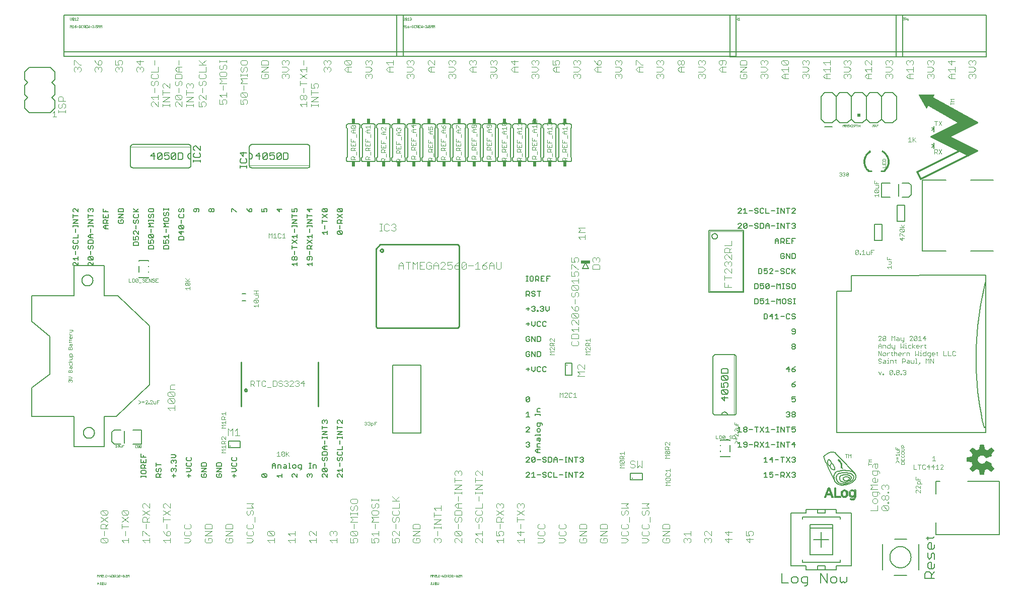
<source format=gto>
G75*
%MOIN*%
%OFA0B0*%
%FSLAX24Y24*%
%IPPOS*%
%LPD*%
%AMOC8*
5,1,8,0,0,1.08239X$1,22.5*
%
%ADD10C,0.0040*%
%ADD11C,0.0030*%
%ADD12C,0.0020*%
%ADD13C,0.0060*%
%ADD14C,0.0050*%
%ADD15C,0.0080*%
%ADD16R,0.0240X0.0340*%
%ADD17C,0.0010*%
%ADD18C,0.0100*%
%ADD19C,0.0079*%
%ADD20C,0.0000*%
%ADD21C,0.0001*%
%ADD22C,0.0118*%
%ADD23C,0.0059*%
%ADD24C,0.0070*%
%ADD25R,0.0620X0.0240*%
%ADD26C,0.0118*%
%ADD27R,0.0200X0.0200*%
D10*
X006168Y003402D02*
X006168Y003556D01*
X006245Y003632D01*
X006552Y003325D01*
X006629Y003402D01*
X006629Y003556D01*
X006552Y003632D01*
X006245Y003632D01*
X006398Y003786D02*
X006398Y004093D01*
X006475Y004246D02*
X006475Y004476D01*
X006398Y004553D01*
X006245Y004553D01*
X006168Y004476D01*
X006168Y004246D01*
X006629Y004246D01*
X006475Y004400D02*
X006629Y004553D01*
X006629Y004707D02*
X006168Y005013D01*
X006245Y005167D02*
X006168Y005244D01*
X006168Y005397D01*
X006245Y005474D01*
X006552Y005167D01*
X006629Y005244D01*
X006629Y005397D01*
X006552Y005474D01*
X006245Y005474D01*
X006245Y005167D02*
X006552Y005167D01*
X006629Y005013D02*
X006168Y004707D01*
X007546Y004707D02*
X008007Y005013D01*
X007930Y005167D02*
X007623Y005474D01*
X007930Y005474D01*
X008007Y005397D01*
X008007Y005244D01*
X007930Y005167D01*
X007623Y005167D01*
X007546Y005244D01*
X007546Y005397D01*
X007623Y005474D01*
X007546Y005013D02*
X008007Y004707D01*
X008007Y004400D02*
X007546Y004400D01*
X007546Y004553D02*
X007546Y004246D01*
X007776Y004093D02*
X007776Y003786D01*
X008007Y003632D02*
X008007Y003325D01*
X008007Y003479D02*
X007546Y003479D01*
X007700Y003325D01*
X006552Y003325D02*
X006245Y003325D01*
X006168Y003402D01*
X008924Y003479D02*
X009078Y003325D01*
X008924Y003479D02*
X009385Y003479D01*
X009385Y003632D02*
X009385Y003325D01*
X009385Y003786D02*
X009308Y003786D01*
X009001Y004093D01*
X008924Y004093D01*
X008924Y003786D01*
X009154Y004246D02*
X009154Y004553D01*
X009231Y004707D02*
X009231Y004937D01*
X009154Y005013D01*
X009001Y005013D01*
X008924Y004937D01*
X008924Y004707D01*
X009385Y004707D01*
X009231Y004860D02*
X009385Y005013D01*
X009385Y005167D02*
X008924Y005474D01*
X009001Y005627D02*
X008924Y005704D01*
X008924Y005858D01*
X009001Y005934D01*
X009078Y005934D01*
X009385Y005627D01*
X009385Y005934D01*
X009385Y005474D02*
X008924Y005167D01*
X010302Y005167D02*
X010762Y005474D01*
X010762Y005627D02*
X010456Y005934D01*
X010379Y005934D01*
X010302Y005858D01*
X010302Y005704D01*
X010379Y005627D01*
X010302Y005474D02*
X010762Y005167D01*
X010762Y004860D02*
X010302Y004860D01*
X010302Y004707D02*
X010302Y005013D01*
X010762Y005627D02*
X010762Y005934D01*
X010532Y004553D02*
X010532Y004246D01*
X010609Y004093D02*
X010532Y004016D01*
X010532Y003786D01*
X010686Y003786D01*
X010762Y003863D01*
X010762Y004016D01*
X010686Y004093D01*
X010609Y004093D01*
X010379Y003939D02*
X010532Y003786D01*
X010379Y003939D02*
X010302Y004093D01*
X010302Y003479D02*
X010762Y003479D01*
X010762Y003632D02*
X010762Y003325D01*
X010456Y003325D02*
X010302Y003479D01*
X011680Y003632D02*
X011987Y003632D01*
X012140Y003479D01*
X011987Y003325D01*
X011680Y003325D01*
X011757Y003786D02*
X012064Y003786D01*
X012140Y003863D01*
X012140Y004016D01*
X012064Y004093D01*
X012064Y004246D02*
X012140Y004323D01*
X012140Y004476D01*
X012064Y004553D01*
X012064Y004246D02*
X011757Y004246D01*
X011680Y004323D01*
X011680Y004476D01*
X011757Y004553D01*
X011757Y004093D02*
X011680Y004016D01*
X011680Y003863D01*
X011757Y003786D01*
X013058Y003786D02*
X013518Y004093D01*
X013058Y004093D01*
X013058Y004246D02*
X013058Y004476D01*
X013135Y004553D01*
X013442Y004553D01*
X013518Y004476D01*
X013518Y004246D01*
X013058Y004246D01*
X013058Y003786D02*
X013518Y003786D01*
X013442Y003632D02*
X013518Y003556D01*
X013518Y003402D01*
X013442Y003325D01*
X013135Y003325D01*
X013058Y003402D01*
X013058Y003556D01*
X013135Y003632D01*
X013288Y003632D02*
X013288Y003479D01*
X013288Y003632D02*
X013442Y003632D01*
X014436Y003556D02*
X014436Y003402D01*
X014513Y003325D01*
X014820Y003325D01*
X014896Y003402D01*
X014896Y003556D01*
X014820Y003632D01*
X014666Y003632D01*
X014666Y003479D01*
X014513Y003632D02*
X014436Y003556D01*
X014436Y003786D02*
X014896Y004093D01*
X014436Y004093D01*
X014436Y004246D02*
X014436Y004476D01*
X014513Y004553D01*
X014820Y004553D01*
X014896Y004476D01*
X014896Y004246D01*
X014436Y004246D01*
X014436Y003786D02*
X014896Y003786D01*
X015814Y003863D02*
X015891Y003786D01*
X016198Y003786D01*
X016274Y003863D01*
X016274Y004016D01*
X016198Y004093D01*
X016198Y004246D02*
X015891Y004246D01*
X015814Y004323D01*
X015814Y004476D01*
X015891Y004553D01*
X016198Y004553D02*
X016274Y004476D01*
X016274Y004323D01*
X016198Y004246D01*
X015891Y004093D02*
X015814Y004016D01*
X015814Y003863D01*
X015814Y003632D02*
X016121Y003632D01*
X016274Y003479D01*
X016121Y003325D01*
X015814Y003325D01*
X017192Y003479D02*
X017345Y003325D01*
X017192Y003479D02*
X017652Y003479D01*
X017652Y003632D02*
X017652Y003325D01*
X017576Y003786D02*
X017269Y003786D01*
X017192Y003863D01*
X017192Y004016D01*
X017269Y004093D01*
X017576Y003786D01*
X017652Y003863D01*
X017652Y004016D01*
X017576Y004093D01*
X017269Y004093D01*
X016351Y004707D02*
X016351Y005013D01*
X016198Y005167D02*
X016274Y005244D01*
X016274Y005397D01*
X016198Y005474D01*
X016121Y005474D01*
X016044Y005397D01*
X016044Y005244D01*
X015967Y005167D01*
X015891Y005167D01*
X015814Y005244D01*
X015814Y005397D01*
X015891Y005474D01*
X015814Y005627D02*
X016274Y005627D01*
X016121Y005781D01*
X016274Y005934D01*
X015814Y005934D01*
X018570Y003939D02*
X019030Y003939D01*
X019030Y003786D02*
X019030Y004093D01*
X018723Y003786D02*
X018570Y003939D01*
X018570Y003479D02*
X019030Y003479D01*
X019030Y003632D02*
X019030Y003325D01*
X018723Y003325D02*
X018570Y003479D01*
X019948Y003479D02*
X020101Y003325D01*
X019948Y003479D02*
X020408Y003479D01*
X020408Y003632D02*
X020408Y003325D01*
X020408Y003786D02*
X020101Y004093D01*
X020024Y004093D01*
X019948Y004016D01*
X019948Y003863D01*
X020024Y003786D01*
X020408Y003786D02*
X020408Y004093D01*
X021326Y004016D02*
X021402Y004093D01*
X021479Y004093D01*
X021556Y004016D01*
X021633Y004093D01*
X021709Y004093D01*
X021786Y004016D01*
X021786Y003863D01*
X021709Y003786D01*
X021786Y003632D02*
X021786Y003325D01*
X021786Y003479D02*
X021326Y003479D01*
X021479Y003325D01*
X021402Y003786D02*
X021326Y003863D01*
X021326Y004016D01*
X021556Y004016D02*
X021556Y003939D01*
X022704Y003863D02*
X022780Y003786D01*
X023087Y003786D01*
X022780Y004093D01*
X023087Y004093D01*
X023164Y004016D01*
X023164Y003863D01*
X023087Y003786D01*
X023087Y003632D02*
X023164Y003556D01*
X023164Y003402D01*
X023087Y003325D01*
X022934Y003325D02*
X022857Y003479D01*
X022857Y003556D01*
X022934Y003632D01*
X023087Y003632D01*
X022934Y003325D02*
X022704Y003325D01*
X022704Y003632D01*
X022704Y003863D02*
X022704Y004016D01*
X022780Y004093D01*
X022934Y004246D02*
X022934Y004553D01*
X023164Y004707D02*
X022704Y004707D01*
X022857Y004860D01*
X022704Y005013D01*
X023164Y005013D01*
X023164Y005167D02*
X023164Y005320D01*
X023164Y005244D02*
X022704Y005244D01*
X022704Y005320D02*
X022704Y005167D01*
X022780Y005474D02*
X022857Y005474D01*
X022934Y005551D01*
X022934Y005704D01*
X023011Y005781D01*
X023087Y005781D01*
X023164Y005704D01*
X023164Y005551D01*
X023087Y005474D01*
X022780Y005474D02*
X022704Y005551D01*
X022704Y005704D01*
X022780Y005781D01*
X022780Y005934D02*
X023087Y005934D01*
X023164Y006011D01*
X023164Y006164D01*
X023087Y006241D01*
X022780Y006241D01*
X022704Y006164D01*
X022704Y006011D01*
X022780Y005934D01*
X024082Y005858D02*
X024082Y005704D01*
X024158Y005627D01*
X024235Y005627D01*
X024312Y005704D01*
X024312Y005858D01*
X024389Y005934D01*
X024465Y005934D01*
X024542Y005858D01*
X024542Y005704D01*
X024465Y005627D01*
X024465Y005474D02*
X024158Y005474D01*
X024082Y005397D01*
X024082Y005244D01*
X024158Y005167D01*
X024465Y005167D01*
X024542Y005244D01*
X024542Y005397D01*
X024465Y005474D01*
X024542Y005013D02*
X024082Y005013D01*
X024235Y004860D01*
X024082Y004707D01*
X024542Y004707D01*
X024312Y004553D02*
X024312Y004246D01*
X024542Y004093D02*
X024542Y003786D01*
X024542Y003939D02*
X024082Y003939D01*
X024235Y003786D01*
X024312Y003632D02*
X024235Y003556D01*
X024235Y003479D01*
X024312Y003325D01*
X024082Y003325D01*
X024082Y003632D01*
X024312Y003632D02*
X024465Y003632D01*
X024542Y003556D01*
X024542Y003402D01*
X024465Y003325D01*
X025460Y003325D02*
X025460Y003632D01*
X025613Y003556D02*
X025690Y003632D01*
X025843Y003632D01*
X025920Y003556D01*
X025920Y003402D01*
X025843Y003325D01*
X025690Y003325D02*
X025613Y003479D01*
X025613Y003556D01*
X025536Y003786D02*
X025460Y003863D01*
X025460Y004016D01*
X025536Y004093D01*
X025613Y004093D01*
X025920Y003786D01*
X025920Y004093D01*
X025690Y004246D02*
X025690Y004553D01*
X025613Y004707D02*
X025536Y004707D01*
X025460Y004783D01*
X025460Y004937D01*
X025536Y005013D01*
X025536Y005167D02*
X025843Y005167D01*
X025920Y005244D01*
X025920Y005397D01*
X025843Y005474D01*
X025920Y005627D02*
X025920Y005934D01*
X025920Y006088D02*
X025460Y006088D01*
X025690Y006164D02*
X025920Y006395D01*
X025766Y006088D02*
X025460Y006395D01*
X024542Y006241D02*
X024542Y006088D01*
X024542Y006164D02*
X024082Y006164D01*
X024082Y006088D02*
X024082Y006241D01*
X024158Y005934D02*
X024082Y005858D01*
X025460Y005627D02*
X025920Y005627D01*
X025536Y005474D02*
X025460Y005397D01*
X025460Y005244D01*
X025536Y005167D01*
X025690Y004937D02*
X025766Y005013D01*
X025843Y005013D01*
X025920Y004937D01*
X025920Y004783D01*
X025843Y004707D01*
X025690Y004783D02*
X025690Y004937D01*
X025690Y004783D02*
X025613Y004707D01*
X026838Y004476D02*
X026838Y004246D01*
X027298Y004246D01*
X027298Y004476D01*
X027221Y004553D01*
X026914Y004553D01*
X026838Y004476D01*
X026838Y004093D02*
X027298Y004093D01*
X026838Y003786D01*
X027298Y003786D01*
X027221Y003632D02*
X027068Y003632D01*
X027068Y003479D01*
X027221Y003632D02*
X027298Y003556D01*
X027298Y003402D01*
X027221Y003325D01*
X026914Y003325D01*
X026838Y003402D01*
X026838Y003556D01*
X026914Y003632D01*
X025690Y003325D02*
X025460Y003325D01*
X028215Y003402D02*
X028215Y003556D01*
X028292Y003632D01*
X028369Y003632D01*
X028446Y003556D01*
X028522Y003632D01*
X028599Y003632D01*
X028676Y003556D01*
X028676Y003402D01*
X028599Y003325D01*
X028446Y003479D02*
X028446Y003556D01*
X028446Y003786D02*
X028446Y004093D01*
X028676Y004246D02*
X028676Y004400D01*
X028676Y004323D02*
X028215Y004323D01*
X028215Y004246D02*
X028215Y004400D01*
X028215Y004553D02*
X028676Y004860D01*
X028215Y004860D01*
X028215Y005013D02*
X028215Y005320D01*
X028215Y005167D02*
X028676Y005167D01*
X028676Y005474D02*
X028676Y005781D01*
X028676Y005627D02*
X028215Y005627D01*
X028369Y005474D01*
X029593Y005397D02*
X029593Y005167D01*
X030054Y005167D01*
X030054Y005397D01*
X029977Y005474D01*
X029670Y005474D01*
X029593Y005397D01*
X029747Y005627D02*
X029593Y005781D01*
X029747Y005934D01*
X030054Y005934D01*
X029824Y005934D02*
X029824Y005627D01*
X029747Y005627D02*
X030054Y005627D01*
X029824Y006088D02*
X029824Y006395D01*
X030054Y006548D02*
X030054Y006702D01*
X030054Y006625D02*
X029593Y006625D01*
X029593Y006548D02*
X029593Y006702D01*
X029593Y006855D02*
X030054Y007162D01*
X029593Y007162D01*
X029593Y007315D02*
X029593Y007622D01*
X029593Y007469D02*
X030054Y007469D01*
X029977Y007776D02*
X030054Y007853D01*
X030054Y008006D01*
X029977Y008083D01*
X029900Y008083D01*
X029824Y008006D01*
X029824Y007929D01*
X029824Y008006D02*
X029747Y008083D01*
X029670Y008083D01*
X029593Y008006D01*
X029593Y007853D01*
X029670Y007776D01*
X030971Y007853D02*
X031048Y007776D01*
X030971Y007853D02*
X030971Y008006D01*
X031048Y008083D01*
X031125Y008083D01*
X031432Y007776D01*
X031432Y008083D01*
X031432Y007469D02*
X030971Y007469D01*
X030971Y007622D02*
X030971Y007315D01*
X030971Y007162D02*
X031432Y007162D01*
X030971Y006855D01*
X031432Y006855D01*
X031432Y006702D02*
X031432Y006548D01*
X031432Y006625D02*
X030971Y006625D01*
X030971Y006548D02*
X030971Y006702D01*
X031202Y006395D02*
X031202Y006088D01*
X031432Y005934D02*
X031432Y005627D01*
X030971Y005627D01*
X031048Y005474D02*
X030971Y005397D01*
X030971Y005244D01*
X031048Y005167D01*
X031355Y005167D01*
X031432Y005244D01*
X031432Y005397D01*
X031355Y005474D01*
X031355Y005013D02*
X031432Y004937D01*
X031432Y004783D01*
X031355Y004707D01*
X031202Y004783D02*
X031202Y004937D01*
X031278Y005013D01*
X031355Y005013D01*
X031202Y004783D02*
X031125Y004707D01*
X031048Y004707D01*
X030971Y004783D01*
X030971Y004937D01*
X031048Y005013D01*
X031202Y004553D02*
X031202Y004246D01*
X031432Y004093D02*
X031432Y003786D01*
X031432Y003939D02*
X030971Y003939D01*
X031125Y003786D01*
X031125Y003632D02*
X031048Y003632D01*
X030971Y003556D01*
X030971Y003402D01*
X031048Y003325D01*
X031125Y003632D02*
X031432Y003325D01*
X031432Y003632D01*
X032349Y003479D02*
X032503Y003325D01*
X032349Y003479D02*
X032810Y003479D01*
X032810Y003632D02*
X032810Y003325D01*
X032733Y003786D02*
X032810Y003863D01*
X032810Y004016D01*
X032733Y004093D01*
X032580Y004093D01*
X032503Y004016D01*
X032503Y003939D01*
X032580Y003786D01*
X032349Y003786D01*
X032349Y004093D01*
X032580Y004246D02*
X032580Y004553D01*
X032656Y004707D02*
X032656Y004937D01*
X032580Y005013D01*
X032426Y005013D01*
X032349Y004937D01*
X032349Y004707D01*
X032810Y004707D01*
X032656Y004860D02*
X032810Y005013D01*
X032810Y005167D02*
X032349Y005474D01*
X032426Y005627D02*
X032349Y005704D01*
X032349Y005858D01*
X032426Y005934D01*
X032503Y005934D01*
X032580Y005858D01*
X032656Y005934D01*
X032733Y005934D01*
X032810Y005858D01*
X032810Y005704D01*
X032733Y005627D01*
X032810Y005474D02*
X032349Y005167D01*
X032580Y005781D02*
X032580Y005858D01*
X033727Y005858D02*
X033727Y005704D01*
X033804Y005627D01*
X033727Y005474D02*
X034188Y005167D01*
X034188Y005474D02*
X033727Y005167D01*
X033727Y005013D02*
X033727Y004707D01*
X033727Y004860D02*
X034188Y004860D01*
X033957Y004553D02*
X033957Y004246D01*
X033957Y004093D02*
X033957Y003786D01*
X033727Y004016D01*
X034188Y004016D01*
X034188Y003632D02*
X034188Y003325D01*
X034188Y003479D02*
X033727Y003479D01*
X033881Y003325D01*
X035105Y003325D02*
X035412Y003325D01*
X035566Y003479D01*
X035412Y003632D01*
X035105Y003632D01*
X035182Y003786D02*
X035489Y003786D01*
X035566Y003863D01*
X035566Y004016D01*
X035489Y004093D01*
X035489Y004246D02*
X035566Y004323D01*
X035566Y004476D01*
X035489Y004553D01*
X035489Y004246D02*
X035182Y004246D01*
X035105Y004323D01*
X035105Y004476D01*
X035182Y004553D01*
X035182Y004093D02*
X035105Y004016D01*
X035105Y003863D01*
X035182Y003786D01*
X036483Y003863D02*
X036560Y003786D01*
X036867Y003786D01*
X036944Y003863D01*
X036944Y004016D01*
X036867Y004093D01*
X036867Y004246D02*
X036944Y004323D01*
X036944Y004476D01*
X036867Y004553D01*
X036867Y004246D02*
X036560Y004246D01*
X036483Y004323D01*
X036483Y004476D01*
X036560Y004553D01*
X036560Y004093D02*
X036483Y004016D01*
X036483Y003863D01*
X036483Y003632D02*
X036790Y003632D01*
X036944Y003479D01*
X036790Y003325D01*
X036483Y003325D01*
X037861Y003402D02*
X037938Y003325D01*
X038245Y003325D01*
X038322Y003402D01*
X038322Y003556D01*
X038245Y003632D01*
X038091Y003632D01*
X038091Y003479D01*
X037938Y003632D02*
X037861Y003556D01*
X037861Y003402D01*
X037861Y003786D02*
X038322Y004093D01*
X037861Y004093D01*
X037861Y004246D02*
X037861Y004476D01*
X037938Y004553D01*
X038245Y004553D01*
X038322Y004476D01*
X038322Y004246D01*
X037861Y004246D01*
X037861Y003786D02*
X038322Y003786D01*
X039239Y003786D02*
X039699Y004093D01*
X039239Y004093D01*
X039239Y004246D02*
X039239Y004476D01*
X039316Y004553D01*
X039623Y004553D01*
X039699Y004476D01*
X039699Y004246D01*
X039239Y004246D01*
X039239Y003786D02*
X039699Y003786D01*
X039623Y003632D02*
X039469Y003632D01*
X039469Y003479D01*
X039316Y003632D02*
X039239Y003556D01*
X039239Y003402D01*
X039316Y003325D01*
X039623Y003325D01*
X039699Y003402D01*
X039699Y003556D01*
X039623Y003632D01*
X040617Y003632D02*
X040924Y003632D01*
X041077Y003479D01*
X040924Y003325D01*
X040617Y003325D01*
X040694Y003786D02*
X041001Y003786D01*
X041077Y003863D01*
X041077Y004016D01*
X041001Y004093D01*
X041001Y004246D02*
X041077Y004323D01*
X041077Y004476D01*
X041001Y004553D01*
X041154Y004707D02*
X041154Y005013D01*
X041001Y005167D02*
X041077Y005244D01*
X041077Y005397D01*
X041001Y005474D01*
X040924Y005474D01*
X040847Y005397D01*
X040847Y005244D01*
X040771Y005167D01*
X040694Y005167D01*
X040617Y005244D01*
X040617Y005397D01*
X040694Y005474D01*
X040617Y005627D02*
X041077Y005627D01*
X040924Y005781D01*
X041077Y005934D01*
X040617Y005934D01*
X041995Y005934D02*
X042455Y005934D01*
X042302Y005781D01*
X042455Y005627D01*
X041995Y005627D01*
X042072Y005474D02*
X041995Y005397D01*
X041995Y005244D01*
X042072Y005167D01*
X042148Y005167D01*
X042225Y005244D01*
X042225Y005397D01*
X042302Y005474D01*
X042379Y005474D01*
X042455Y005397D01*
X042455Y005244D01*
X042379Y005167D01*
X042532Y005013D02*
X042532Y004707D01*
X042379Y004553D02*
X042455Y004476D01*
X042455Y004323D01*
X042379Y004246D01*
X042072Y004246D01*
X041995Y004323D01*
X041995Y004476D01*
X042072Y004553D01*
X042072Y004093D02*
X041995Y004016D01*
X041995Y003863D01*
X042072Y003786D01*
X042379Y003786D01*
X042455Y003863D01*
X042455Y004016D01*
X042379Y004093D01*
X042302Y003632D02*
X041995Y003632D01*
X041995Y003325D02*
X042302Y003325D01*
X042455Y003479D01*
X042302Y003632D01*
X043373Y003556D02*
X043373Y003402D01*
X043450Y003325D01*
X043757Y003325D01*
X043833Y003402D01*
X043833Y003556D01*
X043757Y003632D01*
X043603Y003632D01*
X043603Y003479D01*
X043450Y003632D02*
X043373Y003556D01*
X043373Y003786D02*
X043833Y004093D01*
X043373Y004093D01*
X043373Y004246D02*
X043373Y004476D01*
X043450Y004553D01*
X043757Y004553D01*
X043833Y004476D01*
X043833Y004246D01*
X043373Y004246D01*
X043373Y003786D02*
X043833Y003786D01*
X044751Y003939D02*
X045211Y003939D01*
X045211Y003786D02*
X045211Y004093D01*
X044904Y003786D02*
X044751Y003939D01*
X044828Y003632D02*
X044904Y003632D01*
X044981Y003556D01*
X045058Y003632D01*
X045135Y003632D01*
X045211Y003556D01*
X045211Y003402D01*
X045135Y003325D01*
X044981Y003479D02*
X044981Y003556D01*
X044828Y003632D02*
X044751Y003556D01*
X044751Y003402D01*
X044828Y003325D01*
X046129Y003402D02*
X046129Y003556D01*
X046206Y003632D01*
X046282Y003632D01*
X046359Y003556D01*
X046436Y003632D01*
X046513Y003632D01*
X046589Y003556D01*
X046589Y003402D01*
X046513Y003325D01*
X046359Y003479D02*
X046359Y003556D01*
X046206Y003786D02*
X046129Y003863D01*
X046129Y004016D01*
X046206Y004093D01*
X046282Y004093D01*
X046589Y003786D01*
X046589Y004093D01*
X047507Y004016D02*
X047737Y003786D01*
X047737Y004093D01*
X047967Y004016D02*
X047507Y004016D01*
X047737Y003632D02*
X047737Y003325D01*
X047507Y003556D01*
X047967Y003556D01*
X048885Y003556D02*
X049115Y003325D01*
X049115Y003632D01*
X049115Y003786D02*
X049038Y003939D01*
X049038Y004016D01*
X049115Y004093D01*
X049268Y004093D01*
X049345Y004016D01*
X049345Y003863D01*
X049268Y003786D01*
X049115Y003786D02*
X048885Y003786D01*
X048885Y004093D01*
X048885Y003556D02*
X049345Y003556D01*
X046206Y003325D02*
X046129Y003402D01*
X041001Y004246D02*
X040694Y004246D01*
X040617Y004323D01*
X040617Y004476D01*
X040694Y004553D01*
X040694Y004093D02*
X040617Y004016D01*
X040617Y003863D01*
X040694Y003786D01*
X034188Y005704D02*
X034111Y005627D01*
X034188Y005704D02*
X034188Y005858D01*
X034111Y005934D01*
X034034Y005934D01*
X033957Y005858D01*
X033957Y005781D01*
X033957Y005858D02*
X033881Y005934D01*
X033804Y005934D01*
X033727Y005858D01*
X030054Y004937D02*
X030054Y004783D01*
X029977Y004707D01*
X029824Y004783D02*
X029824Y004937D01*
X029900Y005013D01*
X029977Y005013D01*
X030054Y004937D01*
X029824Y004783D02*
X029747Y004707D01*
X029670Y004707D01*
X029593Y004783D01*
X029593Y004937D01*
X029670Y005013D01*
X029824Y004553D02*
X029824Y004246D01*
X029977Y004093D02*
X030054Y004016D01*
X030054Y003863D01*
X029977Y003786D01*
X029670Y004093D01*
X029977Y004093D01*
X029670Y004093D02*
X029593Y004016D01*
X029593Y003863D01*
X029670Y003786D01*
X029977Y003786D01*
X030054Y003632D02*
X030054Y003325D01*
X029747Y003632D01*
X029670Y003632D01*
X029593Y003556D01*
X029593Y003402D01*
X029670Y003325D01*
X028292Y003325D02*
X028215Y003402D01*
X028215Y004553D02*
X028676Y004553D01*
X029593Y006855D02*
X030054Y006855D01*
X041218Y008373D02*
X041295Y008296D01*
X041448Y008296D01*
X041525Y008373D01*
X041525Y008449D01*
X041448Y008526D01*
X041295Y008526D01*
X041218Y008603D01*
X041218Y008680D01*
X041295Y008756D01*
X041448Y008756D01*
X041525Y008680D01*
X041678Y008756D02*
X041678Y008296D01*
X041832Y008449D01*
X041985Y008296D01*
X041985Y008756D01*
X038182Y014362D02*
X037721Y014362D01*
X037875Y014516D01*
X037721Y014669D01*
X038182Y014669D01*
X038182Y014823D02*
X037875Y015130D01*
X037798Y015130D01*
X037721Y015053D01*
X037721Y014899D01*
X037798Y014823D01*
X038182Y014823D02*
X038182Y015130D01*
X037709Y016390D02*
X037402Y016390D01*
X037326Y016467D01*
X037326Y016620D01*
X037402Y016697D01*
X037326Y016850D02*
X037326Y017080D01*
X037402Y017157D01*
X037709Y017157D01*
X037786Y017080D01*
X037786Y016850D01*
X037326Y016850D01*
X037709Y016697D02*
X037786Y016620D01*
X037786Y016467D01*
X037709Y016390D01*
X037786Y017311D02*
X037786Y017618D01*
X037786Y017771D02*
X037479Y018078D01*
X037402Y018078D01*
X037326Y018001D01*
X037326Y017848D01*
X037402Y017771D01*
X037326Y017464D02*
X037786Y017464D01*
X037786Y017771D02*
X037786Y018078D01*
X037709Y018231D02*
X037402Y018231D01*
X037326Y018308D01*
X037326Y018462D01*
X037402Y018538D01*
X037709Y018231D01*
X037786Y018308D01*
X037786Y018462D01*
X037709Y018538D01*
X037402Y018538D01*
X037556Y018692D02*
X037556Y018922D01*
X037632Y018999D01*
X037709Y018999D01*
X037786Y018922D01*
X037786Y018769D01*
X037709Y018692D01*
X037556Y018692D01*
X037402Y018845D01*
X037326Y018999D01*
X037556Y019152D02*
X037556Y019459D01*
X037479Y019613D02*
X037556Y019689D01*
X037556Y019843D01*
X037632Y019920D01*
X037709Y019920D01*
X037786Y019843D01*
X037786Y019689D01*
X037709Y019613D01*
X037479Y019613D02*
X037402Y019613D01*
X037326Y019689D01*
X037326Y019843D01*
X037402Y019920D01*
X037402Y020073D02*
X037326Y020150D01*
X037326Y020303D01*
X037402Y020380D01*
X037709Y020073D01*
X037786Y020150D01*
X037786Y020303D01*
X037709Y020380D01*
X037402Y020380D01*
X037479Y020533D02*
X037326Y020687D01*
X037786Y020687D01*
X037786Y020840D02*
X037786Y020533D01*
X037709Y020073D02*
X037402Y020073D01*
X037326Y020994D02*
X037556Y020994D01*
X037479Y021147D01*
X037479Y021224D01*
X037556Y021301D01*
X037709Y021301D01*
X037786Y021224D01*
X037786Y021071D01*
X037709Y020994D01*
X037326Y020994D02*
X037326Y021301D01*
X037326Y021454D02*
X037326Y021761D01*
X037402Y021761D01*
X037709Y021454D01*
X037786Y021454D01*
X037709Y021915D02*
X037786Y021991D01*
X037786Y022145D01*
X037709Y022222D01*
X037556Y022222D01*
X037479Y022145D01*
X037479Y022068D01*
X037556Y021915D01*
X037326Y021915D01*
X037326Y022222D01*
X038726Y022145D02*
X038802Y022222D01*
X038879Y022222D01*
X038956Y022145D01*
X039032Y022222D01*
X039109Y022222D01*
X039186Y022145D01*
X039186Y021991D01*
X039109Y021915D01*
X039109Y021761D02*
X038802Y021761D01*
X038726Y021684D01*
X038726Y021454D01*
X039186Y021454D01*
X039186Y021684D01*
X039109Y021761D01*
X038802Y021915D02*
X038726Y021991D01*
X038726Y022145D01*
X038956Y022145D02*
X038956Y022068D01*
X038236Y023429D02*
X038236Y023736D01*
X038236Y023583D02*
X037776Y023583D01*
X037929Y023429D01*
X037776Y023890D02*
X037929Y024043D01*
X037776Y024197D01*
X038236Y024197D01*
X038236Y023890D02*
X037776Y023890D01*
X032651Y021913D02*
X032651Y021529D01*
X032575Y021452D01*
X032421Y021452D01*
X032344Y021529D01*
X032344Y021913D01*
X032191Y021759D02*
X032191Y021452D01*
X032191Y021683D02*
X031884Y021683D01*
X031884Y021759D02*
X032037Y021913D01*
X032191Y021759D01*
X031884Y021759D02*
X031884Y021452D01*
X031731Y021529D02*
X031731Y021606D01*
X031654Y021683D01*
X031424Y021683D01*
X031424Y021529D01*
X031500Y021452D01*
X031654Y021452D01*
X031731Y021529D01*
X031577Y021836D02*
X031424Y021683D01*
X031577Y021836D02*
X031731Y021913D01*
X031117Y021913D02*
X031117Y021452D01*
X031270Y021452D02*
X030963Y021452D01*
X030810Y021683D02*
X030503Y021683D01*
X030349Y021836D02*
X030042Y021529D01*
X030119Y021452D01*
X030273Y021452D01*
X030349Y021529D01*
X030349Y021836D01*
X030273Y021913D01*
X030119Y021913D01*
X030042Y021836D01*
X030042Y021529D01*
X029889Y021529D02*
X029889Y021606D01*
X029812Y021683D01*
X029582Y021683D01*
X029582Y021529D01*
X029659Y021452D01*
X029812Y021452D01*
X029889Y021529D01*
X029736Y021836D02*
X029582Y021683D01*
X029429Y021683D02*
X029429Y021529D01*
X029352Y021452D01*
X029198Y021452D01*
X029122Y021529D01*
X029122Y021683D02*
X029275Y021759D01*
X029352Y021759D01*
X029429Y021683D01*
X029429Y021913D02*
X029122Y021913D01*
X029122Y021683D01*
X028968Y021759D02*
X028968Y021836D01*
X028891Y021913D01*
X028738Y021913D01*
X028661Y021836D01*
X028508Y021759D02*
X028508Y021452D01*
X028661Y021452D02*
X028968Y021759D01*
X028968Y021452D02*
X028661Y021452D01*
X028508Y021683D02*
X028201Y021683D01*
X028201Y021759D02*
X028354Y021913D01*
X028508Y021759D01*
X028201Y021759D02*
X028201Y021452D01*
X028047Y021529D02*
X028047Y021683D01*
X027894Y021683D01*
X028047Y021836D02*
X027971Y021913D01*
X027817Y021913D01*
X027740Y021836D01*
X027740Y021529D01*
X027817Y021452D01*
X027971Y021452D01*
X028047Y021529D01*
X027587Y021452D02*
X027280Y021452D01*
X027280Y021913D01*
X027587Y021913D01*
X027434Y021683D02*
X027280Y021683D01*
X027127Y021913D02*
X027127Y021452D01*
X026820Y021452D02*
X026820Y021913D01*
X026973Y021759D01*
X027127Y021913D01*
X026666Y021913D02*
X026359Y021913D01*
X026513Y021913D02*
X026513Y021452D01*
X026206Y021452D02*
X026206Y021759D01*
X026052Y021913D01*
X025899Y021759D01*
X025899Y021452D01*
X025899Y021683D02*
X026206Y021683D01*
X025631Y023990D02*
X025477Y023990D01*
X025401Y024067D01*
X025247Y024067D02*
X025170Y023990D01*
X025017Y023990D01*
X024940Y024067D01*
X024940Y024373D01*
X025017Y024450D01*
X025170Y024450D01*
X025247Y024373D01*
X025401Y024373D02*
X025477Y024450D01*
X025631Y024450D01*
X025707Y024373D01*
X025707Y024297D01*
X025631Y024220D01*
X025707Y024143D01*
X025707Y024067D01*
X025631Y023990D01*
X025631Y024220D02*
X025554Y024220D01*
X024787Y024450D02*
X024633Y024450D01*
X024710Y024450D02*
X024710Y023990D01*
X024633Y023990D02*
X024787Y023990D01*
X029736Y021836D02*
X029889Y021913D01*
X030963Y021759D02*
X031117Y021913D01*
X037326Y017464D02*
X037479Y017311D01*
X047468Y020266D02*
X047468Y020573D01*
X047468Y020726D02*
X047468Y021033D01*
X047468Y020880D02*
X047929Y020880D01*
X047929Y021187D02*
X047622Y021494D01*
X047545Y021494D01*
X047468Y021417D01*
X047468Y021264D01*
X047545Y021187D01*
X047929Y021187D02*
X047929Y021494D01*
X047852Y021647D02*
X047929Y021724D01*
X047929Y021877D01*
X047852Y021954D01*
X047775Y021954D01*
X047699Y021877D01*
X047699Y021801D01*
X047699Y021877D02*
X047622Y021954D01*
X047545Y021954D01*
X047468Y021877D01*
X047468Y021724D01*
X047545Y021647D01*
X047545Y022108D02*
X047468Y022184D01*
X047468Y022338D01*
X047545Y022415D01*
X047622Y022415D01*
X047929Y022108D01*
X047929Y022415D01*
X047929Y022568D02*
X047468Y022568D01*
X047468Y022798D01*
X047545Y022875D01*
X047699Y022875D01*
X047775Y022798D01*
X047775Y022568D01*
X047775Y022721D02*
X047929Y022875D01*
X047929Y023028D02*
X047929Y023335D01*
X047929Y023028D02*
X047468Y023028D01*
X047699Y020419D02*
X047699Y020266D01*
X047929Y020266D02*
X047468Y020266D01*
X057346Y008544D02*
X057576Y008544D01*
X057576Y008314D01*
X057499Y008237D01*
X057422Y008314D01*
X057422Y008544D01*
X057346Y008544D02*
X057269Y008468D01*
X057269Y008314D01*
X057269Y008084D02*
X057269Y007854D01*
X057346Y007777D01*
X057499Y007777D01*
X057576Y007854D01*
X057576Y008084D01*
X057653Y008084D02*
X057269Y008084D01*
X057653Y008084D02*
X057729Y008007D01*
X057729Y007930D01*
X057576Y007547D02*
X057576Y007393D01*
X057499Y007317D01*
X057346Y007317D01*
X057269Y007393D01*
X057269Y007547D01*
X057346Y007623D01*
X057422Y007623D01*
X057422Y007317D01*
X057576Y007163D02*
X057116Y007163D01*
X057269Y007010D01*
X057116Y006856D01*
X057576Y006856D01*
X057576Y006703D02*
X057576Y006473D01*
X057499Y006396D01*
X057346Y006396D01*
X057269Y006473D01*
X057269Y006703D01*
X057653Y006703D01*
X057729Y006626D01*
X057729Y006549D01*
X057866Y006396D02*
X057942Y006473D01*
X058019Y006473D01*
X058096Y006396D01*
X058096Y006242D01*
X058019Y006166D01*
X057942Y006166D01*
X057866Y006242D01*
X057866Y006396D01*
X058096Y006396D02*
X058172Y006473D01*
X058249Y006473D01*
X058326Y006396D01*
X058326Y006242D01*
X058249Y006166D01*
X058172Y006166D01*
X058096Y006242D01*
X058249Y006012D02*
X058326Y006012D01*
X058326Y005935D01*
X058249Y005935D01*
X058249Y006012D01*
X058249Y005782D02*
X058326Y005705D01*
X058326Y005552D01*
X058249Y005475D01*
X057942Y005782D01*
X058249Y005782D01*
X057942Y005782D02*
X057866Y005705D01*
X057866Y005552D01*
X057942Y005475D01*
X058249Y005475D01*
X057576Y005475D02*
X057576Y005782D01*
X057499Y005935D02*
X057576Y006012D01*
X057576Y006166D01*
X057499Y006242D01*
X057346Y006242D01*
X057269Y006166D01*
X057269Y006012D01*
X057346Y005935D01*
X057499Y005935D01*
X057576Y005475D02*
X057116Y005475D01*
X057942Y006856D02*
X057866Y006933D01*
X057866Y007086D01*
X057942Y007163D01*
X058019Y007163D01*
X058096Y007086D01*
X058172Y007163D01*
X058249Y007163D01*
X058326Y007086D01*
X058326Y006933D01*
X058249Y006856D01*
X058249Y006703D02*
X058326Y006703D01*
X058326Y006626D01*
X058249Y006626D01*
X058249Y006703D01*
X058096Y007010D02*
X058096Y007086D01*
X015360Y010421D02*
X015053Y010421D01*
X014900Y010421D02*
X014900Y010881D01*
X014746Y010728D01*
X014593Y010881D01*
X014593Y010421D01*
X015053Y010728D02*
X015207Y010881D01*
X015207Y010421D01*
X011061Y012108D02*
X011061Y012415D01*
X011061Y012262D02*
X010601Y012262D01*
X010754Y012108D01*
X010677Y012569D02*
X010601Y012646D01*
X010601Y012799D01*
X010677Y012876D01*
X010984Y012569D01*
X011061Y012646D01*
X011061Y012799D01*
X010984Y012876D01*
X010677Y012876D01*
X010677Y013029D02*
X010601Y013106D01*
X010601Y013259D01*
X010677Y013336D01*
X010984Y013029D01*
X011061Y013106D01*
X011061Y013259D01*
X010984Y013336D01*
X010677Y013336D01*
X010754Y013490D02*
X010754Y013720D01*
X010831Y013797D01*
X011061Y013797D01*
X011061Y013490D02*
X010754Y013490D01*
X010677Y013029D02*
X010984Y013029D01*
X010984Y012569D02*
X010677Y012569D01*
X003811Y031822D02*
X003811Y031976D01*
X003811Y031899D02*
X003351Y031899D01*
X003351Y031822D02*
X003351Y031976D01*
X003427Y032129D02*
X003351Y032206D01*
X003351Y032359D01*
X003427Y032436D01*
X003351Y032590D02*
X003811Y032590D01*
X003657Y032590D02*
X003657Y032820D01*
X003581Y032897D01*
X003427Y032897D01*
X003351Y032820D01*
X003351Y032590D01*
X003581Y032359D02*
X003657Y032436D01*
X003734Y032436D01*
X003811Y032359D01*
X003811Y032206D01*
X003734Y032129D01*
X003581Y032206D02*
X003581Y032359D01*
X003581Y032206D02*
X003504Y032129D01*
X003427Y032129D01*
X004461Y034540D02*
X004385Y034617D01*
X004385Y034771D01*
X004461Y034847D01*
X004538Y034847D01*
X004615Y034771D01*
X004692Y034847D01*
X004768Y034847D01*
X004845Y034771D01*
X004845Y034617D01*
X004768Y034540D01*
X004615Y034694D02*
X004615Y034771D01*
X004768Y035001D02*
X004461Y035308D01*
X004385Y035308D01*
X004385Y035001D01*
X004768Y035001D02*
X004845Y035001D01*
X005763Y034771D02*
X005763Y034617D01*
X005839Y034540D01*
X005993Y034694D02*
X005993Y034771D01*
X006070Y034847D01*
X006146Y034847D01*
X006223Y034771D01*
X006223Y034617D01*
X006146Y034540D01*
X005993Y034771D02*
X005916Y034847D01*
X005839Y034847D01*
X005763Y034771D01*
X005993Y035001D02*
X005993Y035231D01*
X006070Y035308D01*
X006146Y035308D01*
X006223Y035231D01*
X006223Y035078D01*
X006146Y035001D01*
X005993Y035001D01*
X005839Y035154D01*
X005763Y035308D01*
X007141Y035308D02*
X007141Y035001D01*
X007371Y035001D01*
X007294Y035154D01*
X007294Y035231D01*
X007371Y035308D01*
X007524Y035308D01*
X007601Y035231D01*
X007601Y035078D01*
X007524Y035001D01*
X007524Y034847D02*
X007601Y034771D01*
X007601Y034617D01*
X007524Y034540D01*
X007371Y034694D02*
X007371Y034771D01*
X007448Y034847D01*
X007524Y034847D01*
X007371Y034771D02*
X007294Y034847D01*
X007217Y034847D01*
X007141Y034771D01*
X007141Y034617D01*
X007217Y034540D01*
X008519Y034617D02*
X008519Y034771D01*
X008595Y034847D01*
X008672Y034847D01*
X008749Y034771D01*
X008826Y034847D01*
X008902Y034847D01*
X008979Y034771D01*
X008979Y034617D01*
X008902Y034540D01*
X008749Y034694D02*
X008749Y034771D01*
X008749Y035001D02*
X008749Y035308D01*
X008979Y035231D02*
X008519Y035231D01*
X008749Y035001D01*
X008519Y034617D02*
X008595Y034540D01*
X009503Y034540D02*
X009963Y034540D01*
X009963Y034847D01*
X009733Y035001D02*
X009733Y035308D01*
X009580Y034387D02*
X009503Y034310D01*
X009503Y034157D01*
X009580Y034080D01*
X009887Y034080D01*
X009963Y034157D01*
X009963Y034310D01*
X009887Y034387D01*
X009887Y033927D02*
X009963Y033850D01*
X009963Y033696D01*
X009887Y033620D01*
X009733Y033696D02*
X009733Y033850D01*
X009810Y033927D01*
X009887Y033927D01*
X009733Y033696D02*
X009656Y033620D01*
X009580Y033620D01*
X009503Y033696D01*
X009503Y033850D01*
X009580Y033927D01*
X009733Y033466D02*
X009733Y033159D01*
X009963Y033006D02*
X009963Y032699D01*
X009963Y032852D02*
X009503Y032852D01*
X009656Y032699D01*
X009656Y032545D02*
X009580Y032545D01*
X009503Y032469D01*
X009503Y032315D01*
X009580Y032238D01*
X009656Y032545D02*
X009963Y032238D01*
X009963Y032545D01*
X010253Y032545D02*
X010713Y032852D01*
X010253Y032852D01*
X010253Y033006D02*
X010253Y033313D01*
X010253Y033159D02*
X010713Y033159D01*
X010713Y033466D02*
X010406Y033773D01*
X010330Y033773D01*
X010253Y033696D01*
X010253Y033543D01*
X010330Y033466D01*
X010713Y033466D02*
X010713Y033773D01*
X011078Y033696D02*
X011154Y033620D01*
X011231Y033620D01*
X011308Y033696D01*
X011308Y033850D01*
X011385Y033927D01*
X011461Y033927D01*
X011538Y033850D01*
X011538Y033696D01*
X011461Y033620D01*
X011308Y033466D02*
X011308Y033159D01*
X011461Y033006D02*
X011154Y033006D01*
X011461Y032699D01*
X011538Y032776D01*
X011538Y032929D01*
X011461Y033006D01*
X011154Y033006D02*
X011078Y032929D01*
X011078Y032776D01*
X011154Y032699D01*
X011461Y032699D01*
X011538Y032545D02*
X011538Y032238D01*
X011231Y032545D01*
X011154Y032545D01*
X011078Y032469D01*
X011078Y032315D01*
X011154Y032238D01*
X010713Y032238D02*
X010713Y032392D01*
X010713Y032315D02*
X010253Y032315D01*
X010253Y032238D02*
X010253Y032392D01*
X010253Y032545D02*
X010713Y032545D01*
X011828Y032545D02*
X012288Y032852D01*
X011828Y032852D01*
X011828Y033006D02*
X011828Y033313D01*
X011828Y033159D02*
X012288Y033159D01*
X012211Y033466D02*
X012288Y033543D01*
X012288Y033696D01*
X012211Y033773D01*
X012135Y033773D01*
X012058Y033696D01*
X012058Y033620D01*
X012058Y033696D02*
X011981Y033773D01*
X011904Y033773D01*
X011828Y033696D01*
X011828Y033543D01*
X011904Y033466D01*
X012652Y033696D02*
X012729Y033620D01*
X012806Y033620D01*
X012883Y033696D01*
X012883Y033850D01*
X012959Y033927D01*
X013036Y033927D01*
X013113Y033850D01*
X013113Y033696D01*
X013036Y033620D01*
X012883Y033466D02*
X012883Y033159D01*
X012806Y033006D02*
X012729Y033006D01*
X012652Y032929D01*
X012652Y032776D01*
X012729Y032699D01*
X012652Y032545D02*
X012652Y032238D01*
X012883Y032238D01*
X012806Y032392D01*
X012806Y032469D01*
X012883Y032545D01*
X013036Y032545D01*
X013113Y032469D01*
X013113Y032315D01*
X013036Y032238D01*
X013113Y032699D02*
X012806Y033006D01*
X013113Y033006D02*
X013113Y032699D01*
X012288Y032545D02*
X011828Y032545D01*
X011828Y032392D02*
X011828Y032238D01*
X011828Y032315D02*
X012288Y032315D01*
X012288Y032238D02*
X012288Y032392D01*
X014030Y032392D02*
X014261Y032392D01*
X014184Y032545D01*
X014184Y032622D01*
X014261Y032699D01*
X014414Y032699D01*
X014491Y032622D01*
X014491Y032469D01*
X014414Y032392D01*
X014030Y032392D02*
X014030Y032699D01*
X014184Y032852D02*
X014030Y033006D01*
X014491Y033006D01*
X014491Y033159D02*
X014491Y032852D01*
X014261Y033313D02*
X014261Y033620D01*
X014491Y033773D02*
X014030Y033773D01*
X014184Y033927D01*
X014030Y034080D01*
X014491Y034080D01*
X014414Y034234D02*
X014491Y034310D01*
X014491Y034464D01*
X014414Y034540D01*
X014107Y034540D01*
X014030Y034464D01*
X014030Y034310D01*
X014107Y034234D01*
X014414Y034234D01*
X014414Y034694D02*
X014491Y034771D01*
X014491Y034924D01*
X014414Y035001D01*
X014337Y035001D01*
X014261Y034924D01*
X014261Y034771D01*
X014184Y034694D01*
X014107Y034694D01*
X014030Y034771D01*
X014030Y034924D01*
X014107Y035001D01*
X014030Y035154D02*
X014030Y035308D01*
X014030Y035231D02*
X014491Y035231D01*
X014491Y035154D02*
X014491Y035308D01*
X015408Y035231D02*
X015408Y035078D01*
X015485Y035001D01*
X015792Y035001D01*
X015869Y035078D01*
X015869Y035231D01*
X015792Y035308D01*
X015485Y035308D01*
X015408Y035231D01*
X015485Y034847D02*
X015408Y034771D01*
X015408Y034617D01*
X015485Y034540D01*
X015562Y034540D01*
X015639Y034617D01*
X015639Y034771D01*
X015715Y034847D01*
X015792Y034847D01*
X015869Y034771D01*
X015869Y034617D01*
X015792Y034540D01*
X015869Y034387D02*
X015869Y034234D01*
X015869Y034310D02*
X015408Y034310D01*
X015408Y034234D02*
X015408Y034387D01*
X015408Y034080D02*
X015869Y034080D01*
X015869Y033773D02*
X015408Y033773D01*
X015562Y033927D01*
X015408Y034080D01*
X015639Y033620D02*
X015639Y033313D01*
X015792Y033159D02*
X015869Y033083D01*
X015869Y032929D01*
X015792Y032852D01*
X015485Y033159D01*
X015792Y033159D01*
X015792Y032852D02*
X015485Y032852D01*
X015408Y032929D01*
X015408Y033083D01*
X015485Y033159D01*
X015408Y032699D02*
X015408Y032392D01*
X015639Y032392D01*
X015562Y032545D01*
X015562Y032622D01*
X015639Y032699D01*
X015792Y032699D01*
X015869Y032622D01*
X015869Y032469D01*
X015792Y032392D01*
X016863Y034080D02*
X016786Y034157D01*
X016786Y034310D01*
X016863Y034387D01*
X017017Y034387D02*
X017017Y034234D01*
X017017Y034387D02*
X017170Y034387D01*
X017247Y034310D01*
X017247Y034157D01*
X017170Y034080D01*
X016863Y034080D01*
X016786Y034540D02*
X017247Y034847D01*
X016786Y034847D01*
X016786Y035001D02*
X016786Y035231D01*
X016863Y035308D01*
X017170Y035308D01*
X017247Y035231D01*
X017247Y035001D01*
X016786Y035001D01*
X016786Y034540D02*
X017247Y034540D01*
X018164Y034540D02*
X018471Y034540D01*
X018625Y034694D01*
X018471Y034847D01*
X018164Y034847D01*
X018241Y035001D02*
X018164Y035078D01*
X018164Y035231D01*
X018241Y035308D01*
X018318Y035308D01*
X018394Y035231D01*
X018471Y035308D01*
X018548Y035308D01*
X018625Y035231D01*
X018625Y035078D01*
X018548Y035001D01*
X018394Y035154D02*
X018394Y035231D01*
X018318Y034387D02*
X018394Y034310D01*
X018471Y034387D01*
X018548Y034387D01*
X018625Y034310D01*
X018625Y034157D01*
X018548Y034080D01*
X018394Y034234D02*
X018394Y034310D01*
X018318Y034387D02*
X018241Y034387D01*
X018164Y034310D01*
X018164Y034157D01*
X018241Y034080D01*
X019345Y034080D02*
X019806Y034387D01*
X019806Y034540D02*
X019806Y034847D01*
X019806Y034694D02*
X019345Y034694D01*
X019499Y034540D01*
X019345Y034387D02*
X019806Y034080D01*
X019806Y033773D02*
X019345Y033773D01*
X019345Y033620D02*
X019345Y033927D01*
X019576Y033466D02*
X019576Y033159D01*
X019652Y033006D02*
X019729Y033006D01*
X019806Y032929D01*
X019806Y032776D01*
X019729Y032699D01*
X019652Y032699D01*
X019576Y032776D01*
X019576Y032929D01*
X019652Y033006D01*
X019576Y032929D02*
X019499Y033006D01*
X019422Y033006D01*
X019345Y032929D01*
X019345Y032776D01*
X019422Y032699D01*
X019499Y032699D01*
X019576Y032776D01*
X019806Y032545D02*
X019806Y032238D01*
X019806Y032392D02*
X019345Y032392D01*
X019499Y032238D01*
X020095Y032238D02*
X020095Y032392D01*
X020095Y032315D02*
X020556Y032315D01*
X020556Y032238D02*
X020556Y032392D01*
X020556Y032545D02*
X020095Y032545D01*
X020556Y032852D01*
X020095Y032852D01*
X020095Y033006D02*
X020095Y033313D01*
X020095Y033466D02*
X020326Y033466D01*
X020249Y033620D01*
X020249Y033696D01*
X020326Y033773D01*
X020479Y033773D01*
X020556Y033696D01*
X020556Y033543D01*
X020479Y033466D01*
X020556Y033159D02*
X020095Y033159D01*
X020095Y033466D02*
X020095Y033773D01*
X020920Y034617D02*
X020920Y034771D01*
X020997Y034847D01*
X021074Y034847D01*
X021150Y034771D01*
X021227Y034847D01*
X021304Y034847D01*
X021381Y034771D01*
X021381Y034617D01*
X021304Y034540D01*
X021150Y034694D02*
X021150Y034771D01*
X020997Y035001D02*
X020920Y035078D01*
X020920Y035231D01*
X020997Y035308D01*
X021074Y035308D01*
X021150Y035231D01*
X021227Y035308D01*
X021304Y035308D01*
X021381Y035231D01*
X021381Y035078D01*
X021304Y035001D01*
X021150Y035154D02*
X021150Y035231D01*
X020920Y034617D02*
X020997Y034540D01*
X022298Y034694D02*
X022452Y034847D01*
X022759Y034847D01*
X022682Y035001D02*
X022375Y035308D01*
X022682Y035308D01*
X022759Y035231D01*
X022759Y035078D01*
X022682Y035001D01*
X022375Y035001D01*
X022298Y035078D01*
X022298Y035231D01*
X022375Y035308D01*
X022528Y034847D02*
X022528Y034540D01*
X022452Y034540D02*
X022298Y034694D01*
X022452Y034540D02*
X022759Y034540D01*
X023676Y034540D02*
X023983Y034540D01*
X024136Y034694D01*
X023983Y034847D01*
X023676Y034847D01*
X023753Y035001D02*
X023676Y035078D01*
X023676Y035231D01*
X023753Y035308D01*
X023830Y035308D01*
X023906Y035231D01*
X023983Y035308D01*
X024060Y035308D01*
X024136Y035231D01*
X024136Y035078D01*
X024060Y035001D01*
X023906Y035154D02*
X023906Y035231D01*
X023830Y034387D02*
X023906Y034310D01*
X023983Y034387D01*
X024060Y034387D01*
X024136Y034310D01*
X024136Y034157D01*
X024060Y034080D01*
X023906Y034234D02*
X023906Y034310D01*
X023830Y034387D02*
X023753Y034387D01*
X023676Y034310D01*
X023676Y034157D01*
X023753Y034080D01*
X025054Y034694D02*
X025208Y034847D01*
X025514Y034847D01*
X025514Y035001D02*
X025514Y035308D01*
X025514Y035154D02*
X025054Y035154D01*
X025208Y035001D01*
X025284Y034847D02*
X025284Y034540D01*
X025208Y034540D02*
X025054Y034694D01*
X025208Y034540D02*
X025514Y034540D01*
X026432Y034540D02*
X026739Y034540D01*
X026892Y034694D01*
X026739Y034847D01*
X026432Y034847D01*
X026509Y035001D02*
X026432Y035078D01*
X026432Y035231D01*
X026509Y035308D01*
X026585Y035308D01*
X026662Y035231D01*
X026739Y035308D01*
X026816Y035308D01*
X026892Y035231D01*
X026892Y035078D01*
X026816Y035001D01*
X026662Y035154D02*
X026662Y035231D01*
X026585Y034387D02*
X026662Y034310D01*
X026739Y034387D01*
X026816Y034387D01*
X026892Y034310D01*
X026892Y034157D01*
X026816Y034080D01*
X026662Y034234D02*
X026662Y034310D01*
X026585Y034387D02*
X026509Y034387D01*
X026432Y034310D01*
X026432Y034157D01*
X026509Y034080D01*
X027810Y034694D02*
X027963Y034847D01*
X028270Y034847D01*
X028270Y035001D02*
X027963Y035308D01*
X027887Y035308D01*
X027810Y035231D01*
X027810Y035078D01*
X027887Y035001D01*
X028040Y034847D02*
X028040Y034540D01*
X027963Y034540D02*
X027810Y034694D01*
X027963Y034540D02*
X028270Y034540D01*
X028270Y035001D02*
X028270Y035308D01*
X029188Y035231D02*
X029188Y035078D01*
X029265Y035001D01*
X029188Y034847D02*
X029495Y034847D01*
X029648Y034694D01*
X029495Y034540D01*
X029188Y034540D01*
X029265Y034387D02*
X029341Y034387D01*
X029418Y034310D01*
X029495Y034387D01*
X029572Y034387D01*
X029648Y034310D01*
X029648Y034157D01*
X029572Y034080D01*
X029418Y034234D02*
X029418Y034310D01*
X029265Y034387D02*
X029188Y034310D01*
X029188Y034157D01*
X029265Y034080D01*
X029572Y035001D02*
X029648Y035078D01*
X029648Y035231D01*
X029572Y035308D01*
X029495Y035308D01*
X029418Y035231D01*
X029418Y035154D01*
X029418Y035231D02*
X029341Y035308D01*
X029265Y035308D01*
X029188Y035231D01*
X030566Y035231D02*
X030566Y035078D01*
X030643Y035001D01*
X030719Y034847D02*
X031026Y034847D01*
X030950Y035001D02*
X031026Y035078D01*
X031026Y035231D01*
X030950Y035308D01*
X030873Y035308D01*
X030796Y035231D01*
X030796Y035154D01*
X030796Y035231D02*
X030719Y035308D01*
X030643Y035308D01*
X030566Y035231D01*
X030719Y034847D02*
X030566Y034694D01*
X030719Y034540D01*
X031026Y034540D01*
X030796Y034540D02*
X030796Y034847D01*
X031944Y034847D02*
X032251Y034847D01*
X032404Y034694D01*
X032251Y034540D01*
X031944Y034540D01*
X032021Y034387D02*
X032097Y034387D01*
X032174Y034310D01*
X032251Y034387D01*
X032327Y034387D01*
X032404Y034310D01*
X032404Y034157D01*
X032327Y034080D01*
X032174Y034234D02*
X032174Y034310D01*
X032021Y034387D02*
X031944Y034310D01*
X031944Y034157D01*
X032021Y034080D01*
X032021Y035001D02*
X031944Y035078D01*
X031944Y035231D01*
X032021Y035308D01*
X032097Y035308D01*
X032174Y035231D01*
X032251Y035308D01*
X032327Y035308D01*
X032404Y035231D01*
X032404Y035078D01*
X032327Y035001D01*
X032174Y035154D02*
X032174Y035231D01*
X033322Y035231D02*
X033552Y035001D01*
X033552Y035308D01*
X033782Y035231D02*
X033322Y035231D01*
X033475Y034847D02*
X033782Y034847D01*
X033552Y034847D02*
X033552Y034540D01*
X033475Y034540D02*
X033322Y034694D01*
X033475Y034847D01*
X033475Y034540D02*
X033782Y034540D01*
X034700Y034540D02*
X035007Y034540D01*
X035160Y034694D01*
X035007Y034847D01*
X034700Y034847D01*
X034776Y035001D02*
X034700Y035078D01*
X034700Y035231D01*
X034776Y035308D01*
X034853Y035308D01*
X034930Y035231D01*
X035007Y035308D01*
X035083Y035308D01*
X035160Y035231D01*
X035160Y035078D01*
X035083Y035001D01*
X034930Y035154D02*
X034930Y035231D01*
X035007Y034387D02*
X035083Y034387D01*
X035160Y034310D01*
X035160Y034157D01*
X035083Y034080D01*
X034930Y034234D02*
X034930Y034310D01*
X035007Y034387D01*
X034930Y034310D02*
X034853Y034387D01*
X034776Y034387D01*
X034700Y034310D01*
X034700Y034157D01*
X034776Y034080D01*
X036078Y034694D02*
X036231Y034847D01*
X036538Y034847D01*
X036461Y035001D02*
X036538Y035078D01*
X036538Y035231D01*
X036461Y035308D01*
X036308Y035308D01*
X036231Y035231D01*
X036231Y035154D01*
X036308Y035001D01*
X036078Y035001D01*
X036078Y035308D01*
X036308Y034847D02*
X036308Y034540D01*
X036231Y034540D02*
X036078Y034694D01*
X036231Y034540D02*
X036538Y034540D01*
X037456Y034540D02*
X037763Y034540D01*
X037916Y034694D01*
X037763Y034847D01*
X037456Y034847D01*
X037532Y035001D02*
X037456Y035078D01*
X037456Y035231D01*
X037532Y035308D01*
X037609Y035308D01*
X037686Y035231D01*
X037763Y035308D01*
X037839Y035308D01*
X037916Y035231D01*
X037916Y035078D01*
X037839Y035001D01*
X037686Y035154D02*
X037686Y035231D01*
X037763Y034387D02*
X037839Y034387D01*
X037916Y034310D01*
X037916Y034157D01*
X037839Y034080D01*
X037686Y034234D02*
X037686Y034310D01*
X037763Y034387D01*
X037686Y034310D02*
X037609Y034387D01*
X037532Y034387D01*
X037456Y034310D01*
X037456Y034157D01*
X037532Y034080D01*
X038834Y034694D02*
X038987Y034847D01*
X039294Y034847D01*
X039217Y035001D02*
X039294Y035078D01*
X039294Y035231D01*
X039217Y035308D01*
X039141Y035308D01*
X039064Y035231D01*
X039064Y035001D01*
X039217Y035001D01*
X039064Y035001D02*
X038910Y035154D01*
X038834Y035308D01*
X039064Y034847D02*
X039064Y034540D01*
X038987Y034540D02*
X039294Y034540D01*
X038987Y034540D02*
X038834Y034694D01*
X040212Y034847D02*
X040518Y034847D01*
X040672Y034694D01*
X040518Y034540D01*
X040212Y034540D01*
X040288Y034387D02*
X040365Y034387D01*
X040442Y034310D01*
X040518Y034387D01*
X040595Y034387D01*
X040672Y034310D01*
X040672Y034157D01*
X040595Y034080D01*
X040442Y034234D02*
X040442Y034310D01*
X040288Y034387D02*
X040212Y034310D01*
X040212Y034157D01*
X040288Y034080D01*
X040288Y035001D02*
X040212Y035078D01*
X040212Y035231D01*
X040288Y035308D01*
X040365Y035308D01*
X040442Y035231D01*
X040518Y035308D01*
X040595Y035308D01*
X040672Y035231D01*
X040672Y035078D01*
X040595Y035001D01*
X040442Y035154D02*
X040442Y035231D01*
X041589Y035308D02*
X041589Y035001D01*
X041743Y034847D02*
X042050Y034847D01*
X042050Y035001D02*
X041973Y035001D01*
X041666Y035308D01*
X041589Y035308D01*
X041743Y034847D02*
X041589Y034694D01*
X041743Y034540D01*
X042050Y034540D01*
X041820Y034540D02*
X041820Y034847D01*
X042967Y034847D02*
X043274Y034847D01*
X043428Y034694D01*
X043274Y034540D01*
X042967Y034540D01*
X043044Y034387D02*
X043121Y034387D01*
X043198Y034310D01*
X043274Y034387D01*
X043351Y034387D01*
X043428Y034310D01*
X043428Y034157D01*
X043351Y034080D01*
X043198Y034234D02*
X043198Y034310D01*
X043044Y034387D02*
X042967Y034310D01*
X042967Y034157D01*
X043044Y034080D01*
X043044Y035001D02*
X042967Y035078D01*
X042967Y035231D01*
X043044Y035308D01*
X043121Y035308D01*
X043198Y035231D01*
X043274Y035308D01*
X043351Y035308D01*
X043428Y035231D01*
X043428Y035078D01*
X043351Y035001D01*
X043198Y035154D02*
X043198Y035231D01*
X044345Y035231D02*
X044345Y035078D01*
X044422Y035001D01*
X044499Y035001D01*
X044576Y035078D01*
X044576Y035231D01*
X044652Y035308D01*
X044729Y035308D01*
X044806Y035231D01*
X044806Y035078D01*
X044729Y035001D01*
X044652Y035001D01*
X044576Y035078D01*
X044576Y035231D02*
X044499Y035308D01*
X044422Y035308D01*
X044345Y035231D01*
X044499Y034847D02*
X044806Y034847D01*
X044576Y034847D02*
X044576Y034540D01*
X044499Y034540D02*
X044345Y034694D01*
X044499Y034847D01*
X044499Y034540D02*
X044806Y034540D01*
X045723Y034540D02*
X046030Y034540D01*
X046184Y034694D01*
X046030Y034847D01*
X045723Y034847D01*
X045800Y035001D02*
X045723Y035078D01*
X045723Y035231D01*
X045800Y035308D01*
X045877Y035308D01*
X045954Y035231D01*
X046030Y035308D01*
X046107Y035308D01*
X046184Y035231D01*
X046184Y035078D01*
X046107Y035001D01*
X045954Y035154D02*
X045954Y035231D01*
X047101Y035231D02*
X047101Y035078D01*
X047178Y035001D01*
X047255Y035001D01*
X047331Y035078D01*
X047331Y035308D01*
X047178Y035308D02*
X047101Y035231D01*
X047178Y035308D02*
X047485Y035308D01*
X047562Y035231D01*
X047562Y035078D01*
X047485Y035001D01*
X047562Y034847D02*
X047255Y034847D01*
X047101Y034694D01*
X047255Y034540D01*
X047562Y034540D01*
X047331Y034540D02*
X047331Y034847D01*
X048479Y034847D02*
X048940Y034847D01*
X048479Y034540D01*
X048940Y034540D01*
X048863Y034387D02*
X048709Y034387D01*
X048709Y034234D01*
X048556Y034387D02*
X048479Y034310D01*
X048479Y034157D01*
X048556Y034080D01*
X048863Y034080D01*
X048940Y034157D01*
X048940Y034310D01*
X048863Y034387D01*
X048940Y035001D02*
X048479Y035001D01*
X048479Y035231D01*
X048556Y035308D01*
X048863Y035308D01*
X048940Y035231D01*
X048940Y035001D01*
X049857Y035078D02*
X049857Y035231D01*
X049934Y035308D01*
X050011Y035308D01*
X050087Y035231D01*
X050164Y035308D01*
X050241Y035308D01*
X050318Y035231D01*
X050318Y035078D01*
X050241Y035001D01*
X050164Y034847D02*
X049857Y034847D01*
X049934Y035001D02*
X049857Y035078D01*
X050087Y035154D02*
X050087Y035231D01*
X050164Y034847D02*
X050318Y034694D01*
X050164Y034540D01*
X049857Y034540D01*
X049934Y034387D02*
X050011Y034387D01*
X050087Y034310D01*
X050164Y034387D01*
X050241Y034387D01*
X050318Y034310D01*
X050318Y034157D01*
X050241Y034080D01*
X050087Y034234D02*
X050087Y034310D01*
X049934Y034387D02*
X049857Y034310D01*
X049857Y034157D01*
X049934Y034080D01*
X051235Y034234D02*
X051389Y034387D01*
X051696Y034387D01*
X051696Y034540D02*
X051696Y034847D01*
X051696Y034694D02*
X051235Y034694D01*
X051389Y034540D01*
X051465Y034387D02*
X051465Y034080D01*
X051389Y034080D02*
X051235Y034234D01*
X051389Y034080D02*
X051696Y034080D01*
X052613Y034157D02*
X052613Y034310D01*
X052690Y034387D01*
X052767Y034387D01*
X052843Y034310D01*
X052920Y034387D01*
X052997Y034387D01*
X053074Y034310D01*
X053074Y034157D01*
X052997Y034080D01*
X052843Y034234D02*
X052843Y034310D01*
X052920Y034540D02*
X053074Y034694D01*
X052920Y034847D01*
X052613Y034847D01*
X052690Y035001D02*
X052613Y035078D01*
X052613Y035231D01*
X052690Y035308D01*
X052767Y035308D01*
X052843Y035231D01*
X052920Y035308D01*
X052997Y035308D01*
X053074Y035231D01*
X053074Y035078D01*
X052997Y035001D01*
X052843Y035154D02*
X052843Y035231D01*
X052920Y034540D02*
X052613Y034540D01*
X052613Y034157D02*
X052690Y034080D01*
X053991Y034234D02*
X054145Y034387D01*
X054451Y034387D01*
X054451Y034540D02*
X054451Y034847D01*
X054451Y034694D02*
X053991Y034694D01*
X054145Y034540D01*
X054221Y034387D02*
X054221Y034080D01*
X054145Y034080D02*
X053991Y034234D01*
X054145Y034080D02*
X054451Y034080D01*
X054451Y035001D02*
X054451Y035308D01*
X054451Y035154D02*
X053991Y035154D01*
X054145Y035001D01*
X055369Y035078D02*
X055369Y035231D01*
X055446Y035308D01*
X055522Y035308D01*
X055599Y035231D01*
X055676Y035308D01*
X055753Y035308D01*
X055829Y035231D01*
X055829Y035078D01*
X055753Y035001D01*
X055676Y034847D02*
X055369Y034847D01*
X055446Y035001D02*
X055369Y035078D01*
X055599Y035154D02*
X055599Y035231D01*
X055676Y034847D02*
X055829Y034694D01*
X055676Y034540D01*
X055369Y034540D01*
X055446Y034387D02*
X055522Y034387D01*
X055599Y034310D01*
X055676Y034387D01*
X055753Y034387D01*
X055829Y034310D01*
X055829Y034157D01*
X055753Y034080D01*
X055599Y034234D02*
X055599Y034310D01*
X055446Y034387D02*
X055369Y034310D01*
X055369Y034157D01*
X055446Y034080D01*
X056747Y034234D02*
X056900Y034387D01*
X057207Y034387D01*
X057207Y034540D02*
X057207Y034847D01*
X057207Y034694D02*
X056747Y034694D01*
X056900Y034540D01*
X056977Y034387D02*
X056977Y034080D01*
X056900Y034080D02*
X056747Y034234D01*
X056900Y034080D02*
X057207Y034080D01*
X057207Y035001D02*
X056900Y035308D01*
X056824Y035308D01*
X056747Y035231D01*
X056747Y035078D01*
X056824Y035001D01*
X057207Y035001D02*
X057207Y035308D01*
X058125Y035231D02*
X058125Y035078D01*
X058202Y035001D01*
X058125Y034847D02*
X058432Y034847D01*
X058585Y034694D01*
X058432Y034540D01*
X058125Y034540D01*
X058202Y034387D02*
X058278Y034387D01*
X058355Y034310D01*
X058432Y034387D01*
X058509Y034387D01*
X058585Y034310D01*
X058585Y034157D01*
X058509Y034080D01*
X058355Y034234D02*
X058355Y034310D01*
X058202Y034387D02*
X058125Y034310D01*
X058125Y034157D01*
X058202Y034080D01*
X058509Y035001D02*
X058585Y035078D01*
X058585Y035231D01*
X058509Y035308D01*
X058432Y035308D01*
X058355Y035231D01*
X058355Y035154D01*
X058355Y035231D02*
X058278Y035308D01*
X058202Y035308D01*
X058125Y035231D01*
X059503Y035231D02*
X059503Y035078D01*
X059580Y035001D01*
X059733Y035154D02*
X059733Y035231D01*
X059810Y035308D01*
X059887Y035308D01*
X059963Y035231D01*
X059963Y035078D01*
X059887Y035001D01*
X059963Y034847D02*
X059963Y034540D01*
X059963Y034387D02*
X059656Y034387D01*
X059503Y034234D01*
X059656Y034080D01*
X059963Y034080D01*
X059733Y034080D02*
X059733Y034387D01*
X059656Y034540D02*
X059503Y034694D01*
X059963Y034694D01*
X060881Y034847D02*
X061188Y034847D01*
X061341Y034694D01*
X061188Y034540D01*
X060881Y034540D01*
X060958Y034387D02*
X061034Y034387D01*
X061111Y034310D01*
X061188Y034387D01*
X061264Y034387D01*
X061341Y034310D01*
X061341Y034157D01*
X061264Y034080D01*
X061111Y034234D02*
X061111Y034310D01*
X060958Y034387D02*
X060881Y034310D01*
X060881Y034157D01*
X060958Y034080D01*
X060958Y035001D02*
X060881Y035078D01*
X060881Y035231D01*
X060958Y035308D01*
X061034Y035308D01*
X061111Y035231D01*
X061188Y035308D01*
X061264Y035308D01*
X061341Y035231D01*
X061341Y035078D01*
X061264Y035001D01*
X061111Y035154D02*
X061111Y035231D01*
X062259Y035231D02*
X062489Y035001D01*
X062489Y035308D01*
X062719Y035231D02*
X062259Y035231D01*
X062719Y034847D02*
X062719Y034540D01*
X062719Y034387D02*
X062412Y034387D01*
X062259Y034234D01*
X062412Y034080D01*
X062719Y034080D01*
X062489Y034080D02*
X062489Y034387D01*
X062412Y034540D02*
X062259Y034694D01*
X062719Y034694D01*
X063637Y034847D02*
X063944Y034847D01*
X064097Y034694D01*
X063944Y034540D01*
X063637Y034540D01*
X063713Y034387D02*
X063790Y034387D01*
X063867Y034310D01*
X063944Y034387D01*
X064020Y034387D01*
X064097Y034310D01*
X064097Y034157D01*
X064020Y034080D01*
X063867Y034234D02*
X063867Y034310D01*
X063713Y034387D02*
X063637Y034310D01*
X063637Y034157D01*
X063713Y034080D01*
X063713Y035001D02*
X063637Y035078D01*
X063637Y035231D01*
X063713Y035308D01*
X063790Y035308D01*
X063867Y035231D01*
X063944Y035308D01*
X064020Y035308D01*
X064097Y035231D01*
X064097Y035078D01*
X064020Y035001D01*
X063867Y035154D02*
X063867Y035231D01*
X059733Y035231D02*
X059656Y035308D01*
X059580Y035308D01*
X059503Y035231D01*
X051696Y035231D02*
X051696Y035078D01*
X051619Y035001D01*
X051312Y035308D01*
X051619Y035308D01*
X051696Y035231D01*
X051619Y035001D02*
X051312Y035001D01*
X051235Y035078D01*
X051235Y035231D01*
X051312Y035308D01*
X046184Y034310D02*
X046184Y034157D01*
X046107Y034080D01*
X045954Y034234D02*
X045954Y034310D01*
X046030Y034387D01*
X046107Y034387D01*
X046184Y034310D01*
X045954Y034310D02*
X045877Y034387D01*
X045800Y034387D01*
X045723Y034310D01*
X045723Y034157D01*
X045800Y034080D01*
X019576Y035001D02*
X019576Y035308D01*
X013113Y035308D02*
X012883Y035078D01*
X012959Y035001D02*
X012652Y035308D01*
X012652Y035001D02*
X013113Y035001D01*
X013113Y034847D02*
X013113Y034540D01*
X012652Y034540D01*
X012729Y034387D02*
X012652Y034310D01*
X012652Y034157D01*
X012729Y034080D01*
X013036Y034080D01*
X013113Y034157D01*
X013113Y034310D01*
X013036Y034387D01*
X012729Y033927D02*
X012652Y033850D01*
X012652Y033696D01*
X011538Y034080D02*
X011538Y034310D01*
X011461Y034387D01*
X011154Y034387D01*
X011078Y034310D01*
X011078Y034080D01*
X011538Y034080D01*
X011154Y033927D02*
X011078Y033850D01*
X011078Y033696D01*
X011231Y034540D02*
X011078Y034694D01*
X011231Y034847D01*
X011538Y034847D01*
X011308Y034847D02*
X011308Y034540D01*
X011231Y034540D02*
X011538Y034540D01*
X011308Y035001D02*
X011308Y035308D01*
D11*
X003101Y031915D02*
X003101Y031545D01*
X002978Y031545D02*
X003224Y031545D01*
X002978Y031792D02*
X003101Y031915D01*
X017296Y023810D02*
X017393Y023713D01*
X017489Y023810D01*
X017489Y023520D01*
X017591Y023520D02*
X017784Y023520D01*
X017687Y023520D02*
X017687Y023810D01*
X017591Y023713D01*
X017885Y023762D02*
X017885Y023568D01*
X017934Y023520D01*
X018030Y023520D01*
X018079Y023568D01*
X018180Y023520D02*
X018373Y023520D01*
X018277Y023520D02*
X018277Y023810D01*
X018180Y023713D01*
X018079Y023762D02*
X018030Y023810D01*
X017934Y023810D01*
X017885Y023762D01*
X017296Y023810D02*
X017296Y023520D01*
X012061Y020869D02*
X011916Y020724D01*
X011964Y020675D02*
X011771Y020869D01*
X011771Y020675D02*
X012061Y020675D01*
X012013Y020574D02*
X012061Y020526D01*
X012061Y020429D01*
X012013Y020381D01*
X011819Y020574D01*
X012013Y020574D01*
X012013Y020381D02*
X011819Y020381D01*
X011771Y020429D01*
X011771Y020526D01*
X011819Y020574D01*
X012061Y020280D02*
X012061Y020086D01*
X012061Y020183D02*
X011771Y020183D01*
X011867Y020086D01*
X016298Y020021D02*
X016588Y020021D01*
X016443Y020021D02*
X016443Y019828D01*
X016395Y019727D02*
X016588Y019727D01*
X016588Y019582D01*
X016540Y019533D01*
X016395Y019533D01*
X016347Y019432D02*
X016540Y019239D01*
X016588Y019287D01*
X016588Y019384D01*
X016540Y019432D01*
X016347Y019432D01*
X016298Y019384D01*
X016298Y019287D01*
X016347Y019239D01*
X016540Y019239D01*
X016588Y019137D02*
X016588Y018944D01*
X016588Y019041D02*
X016298Y019041D01*
X016395Y018944D01*
X016298Y019828D02*
X016588Y019828D01*
X016580Y014065D02*
X016580Y013695D01*
X016335Y013695D02*
X016211Y013818D01*
X016273Y013818D02*
X016088Y013818D01*
X016088Y013695D02*
X016088Y014065D01*
X016273Y014065D01*
X016335Y014004D01*
X016335Y013880D01*
X016273Y013818D01*
X016456Y014065D02*
X016703Y014065D01*
X016824Y014004D02*
X016824Y013757D01*
X016886Y013695D01*
X017010Y013695D01*
X017071Y013757D01*
X017193Y013633D02*
X017440Y013633D01*
X017561Y013695D02*
X017561Y014065D01*
X017746Y014065D01*
X017808Y014004D01*
X017808Y013757D01*
X017746Y013695D01*
X017561Y013695D01*
X017929Y013757D02*
X017991Y013695D01*
X018114Y013695D01*
X018176Y013757D01*
X018176Y013818D01*
X018114Y013880D01*
X017991Y013880D01*
X017929Y013942D01*
X017929Y014004D01*
X017991Y014065D01*
X018114Y014065D01*
X018176Y014004D01*
X018298Y014004D02*
X018359Y014065D01*
X018483Y014065D01*
X018545Y014004D01*
X018545Y013942D01*
X018483Y013880D01*
X018545Y013818D01*
X018545Y013757D01*
X018483Y013695D01*
X018359Y013695D01*
X018298Y013757D01*
X018421Y013880D02*
X018483Y013880D01*
X018666Y014004D02*
X018728Y014065D01*
X018851Y014065D01*
X018913Y014004D01*
X018913Y013942D01*
X018666Y013695D01*
X018913Y013695D01*
X019034Y013757D02*
X019096Y013695D01*
X019219Y013695D01*
X019281Y013757D01*
X019281Y013818D01*
X019219Y013880D01*
X019158Y013880D01*
X019219Y013880D02*
X019281Y013942D01*
X019281Y014004D01*
X019219Y014065D01*
X019096Y014065D01*
X019034Y014004D01*
X019403Y013880D02*
X019649Y013880D01*
X019588Y013695D02*
X019588Y014065D01*
X019403Y013880D01*
X017071Y014004D02*
X017010Y014065D01*
X016886Y014065D01*
X016824Y014004D01*
X014436Y011994D02*
X014436Y011800D01*
X014436Y011897D02*
X014146Y011897D01*
X014242Y011800D01*
X014194Y011699D02*
X014291Y011699D01*
X014339Y011651D01*
X014339Y011506D01*
X014339Y011602D02*
X014436Y011699D01*
X014436Y011506D02*
X014146Y011506D01*
X014146Y011651D01*
X014194Y011699D01*
X014436Y011405D02*
X014436Y011211D01*
X014436Y011308D02*
X014146Y011308D01*
X014242Y011211D01*
X014146Y011110D02*
X014436Y011110D01*
X014436Y010916D02*
X014146Y010916D01*
X014242Y011013D01*
X014146Y011110D01*
X014194Y010369D02*
X014146Y010320D01*
X014146Y010224D01*
X014194Y010175D01*
X014194Y010074D02*
X014291Y010074D01*
X014339Y010026D01*
X014339Y009881D01*
X014339Y009977D02*
X014436Y010074D01*
X014436Y010175D02*
X014242Y010369D01*
X014194Y010369D01*
X014436Y010369D02*
X014436Y010175D01*
X014194Y010074D02*
X014146Y010026D01*
X014146Y009881D01*
X014436Y009881D01*
X014436Y009780D02*
X014436Y009586D01*
X014436Y009683D02*
X014146Y009683D01*
X014242Y009586D01*
X014146Y009485D02*
X014436Y009485D01*
X014436Y009291D02*
X014146Y009291D01*
X014242Y009388D01*
X014146Y009485D01*
X017835Y009267D02*
X017932Y009364D01*
X017932Y009074D01*
X017835Y009074D02*
X018029Y009074D01*
X018130Y009122D02*
X018323Y009316D01*
X018323Y009122D01*
X018275Y009074D01*
X018178Y009074D01*
X018130Y009122D01*
X018130Y009316D01*
X018178Y009364D01*
X018275Y009364D01*
X018323Y009316D01*
X018425Y009364D02*
X018425Y009074D01*
X018425Y009171D02*
X018618Y009364D01*
X018473Y009219D02*
X018618Y009074D01*
X035896Y015791D02*
X035992Y015888D01*
X035896Y015985D01*
X036186Y015985D01*
X036186Y016086D02*
X035992Y016280D01*
X035944Y016280D01*
X035896Y016231D01*
X035896Y016134D01*
X035944Y016086D01*
X036186Y016086D02*
X036186Y016280D01*
X036186Y016381D02*
X035896Y016381D01*
X035896Y016526D01*
X035944Y016574D01*
X036041Y016574D01*
X036089Y016526D01*
X036089Y016381D01*
X036089Y016477D02*
X036186Y016574D01*
X036186Y016675D02*
X035992Y016869D01*
X035944Y016869D01*
X035896Y016820D01*
X035896Y016724D01*
X035944Y016675D01*
X036186Y016675D02*
X036186Y016869D01*
X036186Y015791D02*
X035896Y015791D01*
X038271Y015791D02*
X038367Y015888D01*
X038271Y015985D01*
X038561Y015985D01*
X038561Y016086D02*
X038367Y016280D01*
X038319Y016280D01*
X038271Y016231D01*
X038271Y016134D01*
X038319Y016086D01*
X038561Y016086D02*
X038561Y016280D01*
X038561Y016381D02*
X038271Y016381D01*
X038271Y016526D01*
X038319Y016574D01*
X038416Y016574D01*
X038464Y016526D01*
X038464Y016381D01*
X038464Y016477D02*
X038561Y016574D01*
X038561Y016675D02*
X038561Y016869D01*
X038561Y016772D02*
X038271Y016772D01*
X038367Y016675D01*
X038271Y015791D02*
X038561Y015791D01*
X037548Y013265D02*
X037548Y012975D01*
X037451Y012975D02*
X037645Y012975D01*
X037451Y013168D02*
X037548Y013265D01*
X037350Y013217D02*
X037302Y013265D01*
X037205Y013265D01*
X037157Y013217D01*
X037157Y013023D01*
X037205Y012975D01*
X037302Y012975D01*
X037350Y013023D01*
X037055Y012975D02*
X036862Y012975D01*
X037055Y013168D01*
X037055Y013217D01*
X037007Y013265D01*
X036910Y013265D01*
X036862Y013217D01*
X036761Y013265D02*
X036761Y012975D01*
X036567Y012975D02*
X036567Y013265D01*
X036664Y013168D01*
X036761Y013265D01*
X040521Y009272D02*
X040811Y009272D01*
X040811Y009175D02*
X040811Y009369D01*
X040617Y009175D02*
X040521Y009272D01*
X040569Y009074D02*
X040666Y009074D01*
X040714Y009026D01*
X040714Y008881D01*
X040714Y008977D02*
X040811Y009074D01*
X040811Y008881D02*
X040521Y008881D01*
X040521Y009026D01*
X040569Y009074D01*
X040569Y008780D02*
X040763Y008586D01*
X040811Y008634D01*
X040811Y008731D01*
X040763Y008780D01*
X040569Y008780D01*
X040521Y008731D01*
X040521Y008634D01*
X040569Y008586D01*
X040763Y008586D01*
X040811Y008485D02*
X040521Y008485D01*
X040617Y008388D01*
X040521Y008291D01*
X040811Y008291D01*
X043571Y008122D02*
X043667Y008025D01*
X043619Y007924D02*
X043571Y007876D01*
X043571Y007779D01*
X043619Y007731D01*
X043813Y007731D01*
X043861Y007779D01*
X043861Y007876D01*
X043813Y007924D01*
X043861Y008025D02*
X043861Y008219D01*
X043861Y008122D02*
X043571Y008122D01*
X043619Y007630D02*
X043571Y007581D01*
X043571Y007484D01*
X043619Y007436D01*
X043813Y007436D01*
X043861Y007484D01*
X043861Y007581D01*
X043813Y007630D01*
X043619Y007630D01*
X043571Y007335D02*
X043861Y007335D01*
X043861Y007141D02*
X043571Y007141D01*
X043667Y007238D01*
X043571Y007335D01*
X043521Y008916D02*
X043617Y009013D01*
X043521Y009110D01*
X043811Y009110D01*
X043763Y009211D02*
X043569Y009405D01*
X043763Y009405D01*
X043811Y009356D01*
X043811Y009259D01*
X043763Y009211D01*
X043569Y009211D01*
X043521Y009259D01*
X043521Y009356D01*
X043569Y009405D01*
X043521Y009506D02*
X043521Y009651D01*
X043569Y009699D01*
X043666Y009699D01*
X043714Y009651D01*
X043714Y009506D01*
X043714Y009602D02*
X043811Y009699D01*
X043811Y009800D02*
X043617Y009994D01*
X043569Y009994D01*
X043521Y009945D01*
X043521Y009849D01*
X043569Y009800D01*
X043811Y009800D02*
X043811Y009994D01*
X043811Y009506D02*
X043521Y009506D01*
X043521Y008916D02*
X043811Y008916D01*
X057646Y014663D02*
X057743Y014470D01*
X057839Y014663D01*
X057941Y014518D02*
X057989Y014518D01*
X057989Y014470D01*
X057941Y014470D01*
X057941Y014518D01*
X058383Y014518D02*
X058576Y014712D01*
X058576Y014518D01*
X058528Y014470D01*
X058431Y014470D01*
X058383Y014518D01*
X058383Y014712D01*
X058431Y014760D01*
X058528Y014760D01*
X058576Y014712D01*
X058677Y014518D02*
X058726Y014518D01*
X058726Y014470D01*
X058677Y014470D01*
X058677Y014518D01*
X058825Y014518D02*
X058825Y014567D01*
X058873Y014615D01*
X058970Y014615D01*
X059018Y014567D01*
X059018Y014518D01*
X058970Y014470D01*
X058873Y014470D01*
X058825Y014518D01*
X058873Y014615D02*
X058825Y014663D01*
X058825Y014712D01*
X058873Y014760D01*
X058970Y014760D01*
X059018Y014712D01*
X059018Y014663D01*
X058970Y014615D01*
X059119Y014518D02*
X059168Y014518D01*
X059168Y014470D01*
X059119Y014470D01*
X059119Y014518D01*
X059266Y014518D02*
X059315Y014470D01*
X059412Y014470D01*
X059460Y014518D01*
X059460Y014567D01*
X059412Y014615D01*
X059363Y014615D01*
X059412Y014615D02*
X059460Y014663D01*
X059460Y014712D01*
X059412Y014760D01*
X059315Y014760D01*
X059266Y014712D01*
X059217Y015220D02*
X059217Y015510D01*
X059363Y015510D01*
X059411Y015462D01*
X059411Y015365D01*
X059363Y015317D01*
X059217Y015317D01*
X059512Y015268D02*
X059560Y015317D01*
X059706Y015317D01*
X059706Y015365D02*
X059706Y015220D01*
X059560Y015220D01*
X059512Y015268D01*
X059560Y015413D02*
X059657Y015413D01*
X059706Y015365D01*
X059807Y015413D02*
X059807Y015268D01*
X059855Y015220D01*
X060000Y015220D01*
X060000Y015413D01*
X060101Y015510D02*
X060150Y015510D01*
X060150Y015220D01*
X060198Y015220D02*
X060101Y015220D01*
X060298Y015123D02*
X060395Y015220D01*
X060346Y015220D01*
X060346Y015268D01*
X060395Y015268D01*
X060395Y015220D01*
X060789Y015220D02*
X060789Y015510D01*
X060886Y015413D01*
X060982Y015510D01*
X060982Y015220D01*
X061084Y015220D02*
X061084Y015510D01*
X061277Y015220D01*
X061277Y015510D01*
X061327Y015720D02*
X061230Y015720D01*
X061182Y015768D01*
X061182Y015865D01*
X061230Y015913D01*
X061327Y015913D01*
X061375Y015865D01*
X061375Y015817D01*
X061182Y015817D01*
X061081Y015913D02*
X060935Y015913D01*
X060887Y015865D01*
X060887Y015768D01*
X060935Y015720D01*
X061081Y015720D01*
X061081Y015672D02*
X061081Y015913D01*
X061081Y015672D02*
X061032Y015623D01*
X060984Y015623D01*
X060786Y015720D02*
X060641Y015720D01*
X060592Y015768D01*
X060592Y015865D01*
X060641Y015913D01*
X060786Y015913D01*
X060786Y016010D02*
X060786Y015720D01*
X060493Y015720D02*
X060396Y015720D01*
X060444Y015720D02*
X060444Y015913D01*
X060396Y015913D01*
X060444Y016010D02*
X060444Y016059D01*
X060295Y016010D02*
X060295Y015720D01*
X060198Y015817D01*
X060101Y015720D01*
X060101Y016010D01*
X060050Y016220D02*
X059905Y016317D01*
X060050Y016413D01*
X060150Y016365D02*
X060199Y016413D01*
X060296Y016413D01*
X060344Y016365D01*
X060344Y016317D01*
X060150Y016317D01*
X060150Y016365D02*
X060150Y016268D01*
X060199Y016220D01*
X060296Y016220D01*
X060445Y016220D02*
X060445Y016413D01*
X060445Y016317D02*
X060542Y016413D01*
X060590Y016413D01*
X060691Y016413D02*
X060787Y016413D01*
X060739Y016462D02*
X060739Y016268D01*
X060787Y016220D01*
X060738Y016720D02*
X060738Y017010D01*
X060592Y016865D01*
X060786Y016865D01*
X060491Y016720D02*
X060298Y016720D01*
X060395Y016720D02*
X060395Y017010D01*
X060298Y016913D01*
X060197Y016962D02*
X060003Y016768D01*
X060051Y016720D01*
X060148Y016720D01*
X060197Y016768D01*
X060197Y016962D01*
X060148Y017010D01*
X060051Y017010D01*
X060003Y016962D01*
X060003Y016768D01*
X059902Y016720D02*
X059708Y016720D01*
X059902Y016913D01*
X059902Y016962D01*
X059854Y017010D01*
X059757Y017010D01*
X059708Y016962D01*
X059313Y016913D02*
X059313Y016672D01*
X059264Y016623D01*
X059216Y016623D01*
X059168Y016720D02*
X059313Y016720D01*
X059168Y016720D02*
X059119Y016768D01*
X059119Y016913D01*
X059018Y016865D02*
X059018Y016720D01*
X058873Y016720D01*
X058825Y016768D01*
X058873Y016817D01*
X059018Y016817D01*
X059018Y016865D02*
X058970Y016913D01*
X058873Y016913D01*
X058723Y017010D02*
X058723Y016720D01*
X058530Y016720D02*
X058530Y017010D01*
X058627Y016913D01*
X058723Y017010D01*
X058134Y016962D02*
X058134Y016913D01*
X058086Y016865D01*
X057989Y016865D01*
X057941Y016913D01*
X057941Y016962D01*
X057989Y017010D01*
X058086Y017010D01*
X058134Y016962D01*
X058086Y016865D02*
X058134Y016817D01*
X058134Y016768D01*
X058086Y016720D01*
X057989Y016720D01*
X057941Y016768D01*
X057941Y016817D01*
X057989Y016865D01*
X057839Y016913D02*
X057839Y016962D01*
X057791Y017010D01*
X057694Y017010D01*
X057646Y016962D01*
X057839Y016913D02*
X057646Y016720D01*
X057839Y016720D01*
X057743Y016510D02*
X057839Y016413D01*
X057839Y016220D01*
X057941Y016220D02*
X057941Y016413D01*
X058086Y016413D01*
X058134Y016365D01*
X058134Y016220D01*
X058235Y016268D02*
X058235Y016365D01*
X058284Y016413D01*
X058429Y016413D01*
X058429Y016510D02*
X058429Y016220D01*
X058284Y016220D01*
X058235Y016268D01*
X058530Y016268D02*
X058578Y016220D01*
X058723Y016220D01*
X058723Y016172D02*
X058723Y016413D01*
X058530Y016413D02*
X058530Y016268D01*
X058627Y016123D02*
X058675Y016123D01*
X058723Y016172D01*
X058677Y016010D02*
X058677Y015720D01*
X058578Y015720D02*
X058529Y015768D01*
X058529Y015962D01*
X058481Y015913D02*
X058578Y015913D01*
X058677Y015865D02*
X058726Y015913D01*
X058822Y015913D01*
X058871Y015865D01*
X058871Y015720D01*
X058972Y015768D02*
X058972Y015865D01*
X059020Y015913D01*
X059117Y015913D01*
X059165Y015865D01*
X059165Y015817D01*
X058972Y015817D01*
X058972Y015768D02*
X059020Y015720D01*
X059117Y015720D01*
X059266Y015720D02*
X059266Y015913D01*
X059266Y015817D02*
X059363Y015913D01*
X059412Y015913D01*
X059512Y015913D02*
X059657Y015913D01*
X059706Y015865D01*
X059706Y015720D01*
X059512Y015720D02*
X059512Y015913D01*
X059511Y016220D02*
X059414Y016220D01*
X059462Y016220D02*
X059462Y016413D01*
X059414Y016413D01*
X059462Y016510D02*
X059462Y016559D01*
X059313Y016510D02*
X059313Y016220D01*
X059216Y016317D01*
X059119Y016220D01*
X059119Y016510D01*
X059610Y016365D02*
X059610Y016268D01*
X059659Y016220D01*
X059804Y016220D01*
X059905Y016220D02*
X059905Y016510D01*
X059804Y016413D02*
X059659Y016413D01*
X059610Y016365D01*
X058775Y015462D02*
X058775Y015268D01*
X058823Y015220D01*
X058823Y015413D02*
X058726Y015413D01*
X058625Y015365D02*
X058625Y015220D01*
X058625Y015365D02*
X058577Y015413D01*
X058432Y015413D01*
X058432Y015220D01*
X058332Y015220D02*
X058235Y015220D01*
X058284Y015220D02*
X058284Y015413D01*
X058235Y015413D01*
X058284Y015510D02*
X058284Y015559D01*
X058235Y015720D02*
X058235Y015913D01*
X058235Y015817D02*
X058332Y015913D01*
X058380Y015913D01*
X058134Y015865D02*
X058086Y015913D01*
X057989Y015913D01*
X057941Y015865D01*
X057941Y015768D01*
X057989Y015720D01*
X058086Y015720D01*
X058134Y015768D01*
X058134Y015865D01*
X057839Y015720D02*
X057839Y016010D01*
X057646Y016010D02*
X057839Y015720D01*
X057646Y015720D02*
X057646Y016010D01*
X057646Y016220D02*
X057646Y016413D01*
X057743Y016510D01*
X057839Y016365D02*
X057646Y016365D01*
X057694Y015510D02*
X057646Y015462D01*
X057646Y015413D01*
X057694Y015365D01*
X057791Y015365D01*
X057839Y015317D01*
X057839Y015268D01*
X057791Y015220D01*
X057694Y015220D01*
X057646Y015268D01*
X057694Y015510D02*
X057791Y015510D01*
X057839Y015462D01*
X057989Y015413D02*
X058086Y015413D01*
X058134Y015365D01*
X058134Y015220D01*
X057989Y015220D01*
X057941Y015268D01*
X057989Y015317D01*
X058134Y015317D01*
X061476Y015913D02*
X061573Y015913D01*
X061525Y015962D02*
X061525Y015768D01*
X061573Y015720D01*
X061967Y015720D02*
X061967Y016010D01*
X061967Y015720D02*
X062161Y015720D01*
X062262Y015720D02*
X062456Y015720D01*
X062557Y015768D02*
X062605Y015720D01*
X062702Y015720D01*
X062750Y015768D01*
X062557Y015768D02*
X062557Y015962D01*
X062605Y016010D01*
X062702Y016010D01*
X062750Y015962D01*
X062262Y016010D02*
X062262Y015720D01*
X058502Y021486D02*
X058502Y021680D01*
X058502Y021583D02*
X058212Y021583D01*
X058309Y021486D01*
X058309Y021781D02*
X058454Y021781D01*
X058502Y021829D01*
X058502Y021974D01*
X058309Y021974D01*
X058357Y022076D02*
X058357Y022172D01*
X058502Y022076D02*
X058212Y022076D01*
X058212Y022269D01*
X057345Y022731D02*
X057151Y022731D01*
X057151Y022441D01*
X057050Y022441D02*
X057050Y022635D01*
X057151Y022586D02*
X057248Y022586D01*
X057050Y022441D02*
X056905Y022441D01*
X056856Y022490D01*
X056856Y022635D01*
X056755Y022441D02*
X056562Y022441D01*
X056659Y022441D02*
X056659Y022731D01*
X056562Y022635D01*
X056463Y022490D02*
X056463Y022441D01*
X056414Y022441D01*
X056414Y022490D01*
X056463Y022490D01*
X056313Y022490D02*
X056265Y022441D01*
X056168Y022441D01*
X056120Y022490D01*
X056313Y022683D01*
X056313Y022490D01*
X056313Y022683D02*
X056265Y022731D01*
X056168Y022731D01*
X056120Y022683D01*
X056120Y022490D01*
X059071Y023494D02*
X059216Y023349D01*
X059216Y023543D01*
X059313Y023644D02*
X059119Y023838D01*
X059071Y023838D01*
X059071Y023644D01*
X059071Y023494D02*
X059361Y023494D01*
X059361Y023644D02*
X059313Y023644D01*
X059313Y023939D02*
X059119Y024132D01*
X059313Y024132D01*
X059361Y024084D01*
X059361Y023987D01*
X059313Y023939D01*
X059119Y023939D01*
X059071Y023987D01*
X059071Y024084D01*
X059119Y024132D01*
X059071Y024233D02*
X059361Y024233D01*
X059264Y024233D02*
X059168Y024378D01*
X059264Y024233D02*
X059361Y024378D01*
X057666Y026247D02*
X057666Y026440D01*
X057666Y026344D02*
X057376Y026344D01*
X057473Y026247D01*
X057424Y026541D02*
X057376Y026590D01*
X057376Y026687D01*
X057424Y026735D01*
X057618Y026541D01*
X057666Y026590D01*
X057666Y026687D01*
X057618Y026735D01*
X057424Y026735D01*
X057473Y026836D02*
X057618Y026836D01*
X057666Y026884D01*
X057666Y027030D01*
X057473Y027030D01*
X057521Y027131D02*
X057521Y027227D01*
X057376Y027131D02*
X057376Y027324D01*
X057376Y027131D02*
X057666Y027131D01*
X057618Y026541D02*
X057424Y026541D01*
X061350Y029108D02*
X061350Y029398D01*
X061495Y029398D01*
X061543Y029350D01*
X061543Y029253D01*
X061495Y029204D01*
X061350Y029204D01*
X061446Y029204D02*
X061543Y029108D01*
X061644Y029108D02*
X061838Y029398D01*
X061644Y029398D02*
X061838Y029108D01*
X060125Y029895D02*
X059980Y030040D01*
X059932Y029992D02*
X060125Y030185D01*
X059932Y030185D02*
X059932Y029895D01*
X059831Y029895D02*
X059637Y029895D01*
X059734Y029895D02*
X059734Y030185D01*
X059637Y030089D01*
X061446Y030983D02*
X061446Y031273D01*
X061350Y031273D02*
X061543Y031273D01*
X061644Y031273D02*
X061838Y030983D01*
X061644Y030983D02*
X061838Y031273D01*
X037064Y030312D02*
X037064Y030118D01*
X036871Y029920D02*
X036871Y029824D01*
X037016Y029824D02*
X036726Y029824D01*
X036726Y030017D01*
X036726Y029722D02*
X036726Y029529D01*
X037016Y029529D01*
X037016Y029722D01*
X036871Y029626D02*
X036871Y029529D01*
X036871Y029428D02*
X036919Y029379D01*
X036919Y029234D01*
X037016Y029234D02*
X036726Y029234D01*
X036726Y029379D01*
X036774Y029428D01*
X036871Y029428D01*
X036919Y029331D02*
X037016Y029428D01*
X037064Y029133D02*
X037064Y028940D01*
X037016Y028838D02*
X036919Y028742D01*
X036919Y028790D02*
X036919Y028645D01*
X037016Y028645D02*
X036726Y028645D01*
X036726Y028790D01*
X036774Y028838D01*
X036871Y028838D01*
X036919Y028790D01*
X036064Y028940D02*
X036064Y029133D01*
X036016Y029234D02*
X035726Y029234D01*
X035726Y029379D01*
X035774Y029428D01*
X035871Y029428D01*
X035919Y029379D01*
X035919Y029234D01*
X035919Y029331D02*
X036016Y029428D01*
X036016Y029529D02*
X036016Y029722D01*
X036016Y029824D02*
X035726Y029824D01*
X035726Y030017D01*
X035871Y029920D02*
X035871Y029824D01*
X035726Y029722D02*
X035726Y029529D01*
X036016Y029529D01*
X035871Y029529D02*
X035871Y029626D01*
X035016Y029654D02*
X035016Y029847D01*
X035016Y029949D02*
X034726Y029949D01*
X034726Y030142D01*
X034871Y030045D02*
X034871Y029949D01*
X034726Y029847D02*
X034726Y029654D01*
X035016Y029654D01*
X035016Y029553D02*
X034919Y029456D01*
X034919Y029504D02*
X034919Y029359D01*
X035016Y029359D02*
X034726Y029359D01*
X034726Y029504D01*
X034774Y029553D01*
X034871Y029553D01*
X034919Y029504D01*
X034871Y029654D02*
X034871Y029751D01*
X035064Y030243D02*
X035064Y030437D01*
X035016Y030538D02*
X034822Y030538D01*
X034726Y030635D01*
X034822Y030731D01*
X035016Y030731D01*
X035016Y030833D02*
X035016Y031026D01*
X035016Y030929D02*
X034726Y030929D01*
X034822Y030833D01*
X034871Y030731D02*
X034871Y030538D01*
X034774Y031127D02*
X034726Y031176D01*
X034726Y031272D01*
X034774Y031321D01*
X034822Y031321D01*
X035016Y031127D01*
X035016Y031321D01*
X035726Y031147D02*
X035774Y031196D01*
X035822Y031196D01*
X035871Y031147D01*
X035919Y031196D01*
X035968Y031196D01*
X036016Y031147D01*
X036016Y031051D01*
X035968Y031002D01*
X036016Y030901D02*
X036016Y030708D01*
X036016Y030804D02*
X035726Y030804D01*
X035822Y030708D01*
X035822Y030606D02*
X036016Y030606D01*
X035871Y030606D02*
X035871Y030413D01*
X035822Y030413D02*
X035726Y030510D01*
X035822Y030606D01*
X035822Y030413D02*
X036016Y030413D01*
X036064Y030312D02*
X036064Y030118D01*
X036726Y030510D02*
X036822Y030606D01*
X037016Y030606D01*
X037016Y030708D02*
X037016Y030901D01*
X037016Y030804D02*
X036726Y030804D01*
X036822Y030708D01*
X036871Y030606D02*
X036871Y030413D01*
X036822Y030413D02*
X036726Y030510D01*
X036822Y030413D02*
X037016Y030413D01*
X036871Y031002D02*
X036871Y031196D01*
X037016Y031147D02*
X036726Y031147D01*
X036871Y031002D01*
X035871Y031099D02*
X035871Y031147D01*
X035726Y031147D02*
X035726Y031051D01*
X035774Y031002D01*
X034016Y031002D02*
X034016Y031196D01*
X034016Y031099D02*
X033726Y031099D01*
X033822Y031002D01*
X034016Y030901D02*
X034016Y030708D01*
X034016Y030804D02*
X033726Y030804D01*
X033822Y030708D01*
X033822Y030606D02*
X034016Y030606D01*
X033871Y030606D02*
X033871Y030413D01*
X033822Y030413D02*
X033726Y030510D01*
X033822Y030606D01*
X033822Y030413D02*
X034016Y030413D01*
X034064Y030312D02*
X034064Y030118D01*
X033871Y029920D02*
X033871Y029824D01*
X034016Y029824D02*
X033726Y029824D01*
X033726Y030017D01*
X033726Y029722D02*
X033726Y029529D01*
X034016Y029529D01*
X034016Y029722D01*
X033871Y029626D02*
X033871Y029529D01*
X033871Y029428D02*
X033919Y029379D01*
X033919Y029234D01*
X034016Y029234D02*
X033726Y029234D01*
X033726Y029379D01*
X033774Y029428D01*
X033871Y029428D01*
X033919Y029331D02*
X034016Y029428D01*
X034064Y029133D02*
X034064Y028940D01*
X034016Y028838D02*
X033919Y028742D01*
X033919Y028790D02*
X033919Y028645D01*
X034016Y028645D02*
X033726Y028645D01*
X033726Y028790D01*
X033774Y028838D01*
X033871Y028838D01*
X033919Y028790D01*
X034726Y028770D02*
X034726Y028915D01*
X034774Y028963D01*
X034871Y028963D01*
X034919Y028915D01*
X034919Y028770D01*
X034919Y028867D02*
X035016Y028963D01*
X035064Y029065D02*
X035064Y029258D01*
X035016Y028770D02*
X034726Y028770D01*
X035726Y028790D02*
X035774Y028838D01*
X035871Y028838D01*
X035919Y028790D01*
X035919Y028645D01*
X035919Y028742D02*
X036016Y028838D01*
X036016Y028645D02*
X035726Y028645D01*
X035726Y028790D01*
X033064Y028940D02*
X033064Y029133D01*
X033016Y029234D02*
X032726Y029234D01*
X032726Y029379D01*
X032774Y029428D01*
X032871Y029428D01*
X032919Y029379D01*
X032919Y029234D01*
X032919Y029331D02*
X033016Y029428D01*
X033016Y029529D02*
X033016Y029722D01*
X033016Y029824D02*
X032726Y029824D01*
X032726Y030017D01*
X032871Y029920D02*
X032871Y029824D01*
X032726Y029722D02*
X032726Y029529D01*
X033016Y029529D01*
X032871Y029529D02*
X032871Y029626D01*
X032016Y029654D02*
X032016Y029847D01*
X032016Y029949D02*
X031726Y029949D01*
X031726Y030142D01*
X031871Y030045D02*
X031871Y029949D01*
X031726Y029847D02*
X031726Y029654D01*
X032016Y029654D01*
X032016Y029553D02*
X031919Y029456D01*
X031919Y029504D02*
X031919Y029359D01*
X032016Y029359D02*
X031726Y029359D01*
X031726Y029504D01*
X031774Y029553D01*
X031871Y029553D01*
X031919Y029504D01*
X031871Y029654D02*
X031871Y029751D01*
X032064Y030243D02*
X032064Y030437D01*
X032016Y030538D02*
X031822Y030538D01*
X031726Y030635D01*
X031822Y030731D01*
X032016Y030731D01*
X031968Y030833D02*
X032016Y030881D01*
X032016Y030978D01*
X031968Y031026D01*
X031774Y031026D01*
X031726Y030978D01*
X031726Y030881D01*
X031774Y030833D01*
X031822Y030833D01*
X031871Y030881D01*
X031871Y031026D01*
X031871Y030731D02*
X031871Y030538D01*
X031064Y030437D02*
X031064Y030243D01*
X030871Y030045D02*
X030871Y029949D01*
X031016Y029949D02*
X030726Y029949D01*
X030726Y030142D01*
X030726Y029847D02*
X030726Y029654D01*
X031016Y029654D01*
X031016Y029847D01*
X030871Y029751D02*
X030871Y029654D01*
X030871Y029553D02*
X030919Y029504D01*
X030919Y029359D01*
X031016Y029359D02*
X030726Y029359D01*
X030726Y029504D01*
X030774Y029553D01*
X030871Y029553D01*
X030919Y029456D02*
X031016Y029553D01*
X031064Y029258D02*
X031064Y029065D01*
X031016Y028963D02*
X030919Y028867D01*
X030919Y028915D02*
X030919Y028770D01*
X031016Y028770D02*
X030726Y028770D01*
X030726Y028915D01*
X030774Y028963D01*
X030871Y028963D01*
X030919Y028915D01*
X030034Y029020D02*
X030034Y029213D01*
X029986Y029314D02*
X029696Y029314D01*
X029696Y029459D01*
X029744Y029508D01*
X029841Y029508D01*
X029889Y029459D01*
X029889Y029314D01*
X029889Y029411D02*
X029986Y029508D01*
X029986Y029609D02*
X029986Y029802D01*
X029986Y029904D02*
X029696Y029904D01*
X029696Y030097D01*
X029841Y030000D02*
X029841Y029904D01*
X029696Y029802D02*
X029696Y029609D01*
X029986Y029609D01*
X029841Y029609D02*
X029841Y029706D01*
X030034Y030198D02*
X030034Y030392D01*
X029986Y030493D02*
X029792Y030493D01*
X029696Y030590D01*
X029792Y030686D01*
X029986Y030686D01*
X029986Y030788D02*
X029938Y030788D01*
X029744Y030981D01*
X029696Y030981D01*
X029696Y030788D01*
X029841Y030686D02*
X029841Y030493D01*
X029034Y030392D02*
X029034Y030198D01*
X028841Y030000D02*
X028841Y029904D01*
X028986Y029904D02*
X028696Y029904D01*
X028696Y030097D01*
X028696Y029802D02*
X028696Y029609D01*
X028986Y029609D01*
X028986Y029802D01*
X028841Y029706D02*
X028841Y029609D01*
X028841Y029508D02*
X028889Y029459D01*
X028889Y029314D01*
X028986Y029314D02*
X028696Y029314D01*
X028696Y029459D01*
X028744Y029508D01*
X028841Y029508D01*
X028889Y029411D02*
X028986Y029508D01*
X029034Y029213D02*
X029034Y029020D01*
X028986Y028918D02*
X028889Y028822D01*
X028889Y028870D02*
X028889Y028725D01*
X028986Y028725D02*
X028696Y028725D01*
X028696Y028870D01*
X028744Y028918D01*
X028841Y028918D01*
X028889Y028870D01*
X028189Y028940D02*
X028189Y029133D01*
X028141Y029234D02*
X027851Y029234D01*
X027851Y029379D01*
X027899Y029428D01*
X027996Y029428D01*
X028044Y029379D01*
X028044Y029234D01*
X028044Y029331D02*
X028141Y029428D01*
X028141Y029529D02*
X028141Y029722D01*
X028141Y029824D02*
X027851Y029824D01*
X027851Y030017D01*
X027996Y029920D02*
X027996Y029824D01*
X027851Y029722D02*
X027851Y029529D01*
X028141Y029529D01*
X027996Y029529D02*
X027996Y029626D01*
X027016Y029654D02*
X027016Y029847D01*
X027016Y029949D02*
X026726Y029949D01*
X026726Y030142D01*
X026871Y030045D02*
X026871Y029949D01*
X026726Y029847D02*
X026726Y029654D01*
X027016Y029654D01*
X027016Y029553D02*
X026919Y029456D01*
X026919Y029504D02*
X026919Y029359D01*
X027016Y029359D02*
X026726Y029359D01*
X026726Y029504D01*
X026774Y029553D01*
X026871Y029553D01*
X026919Y029504D01*
X026871Y029654D02*
X026871Y029751D01*
X027064Y030243D02*
X027064Y030437D01*
X027016Y030538D02*
X026822Y030538D01*
X026726Y030635D01*
X026822Y030731D01*
X027016Y030731D01*
X026871Y030731D02*
X026871Y030538D01*
X026871Y030833D02*
X026871Y031026D01*
X027016Y030978D02*
X026726Y030978D01*
X026871Y030833D01*
X026021Y030760D02*
X026021Y030664D01*
X025973Y030615D01*
X026021Y030514D02*
X025827Y030514D01*
X025731Y030417D01*
X025827Y030321D01*
X026021Y030321D01*
X026069Y030220D02*
X026069Y030026D01*
X025876Y029828D02*
X025876Y029731D01*
X026021Y029731D02*
X025731Y029731D01*
X025731Y029925D01*
X025731Y029630D02*
X025731Y029437D01*
X026021Y029437D01*
X026021Y029630D01*
X025876Y029533D02*
X025876Y029437D01*
X025876Y029336D02*
X025924Y029287D01*
X025924Y029142D01*
X025924Y029239D02*
X026021Y029336D01*
X025876Y029336D02*
X025779Y029336D01*
X025731Y029287D01*
X025731Y029142D01*
X026021Y029142D01*
X026069Y029041D02*
X026069Y028847D01*
X026021Y028746D02*
X025924Y028650D01*
X025924Y028698D02*
X025924Y028553D01*
X026021Y028553D02*
X025731Y028553D01*
X025731Y028698D01*
X025779Y028746D01*
X025876Y028746D01*
X025924Y028698D01*
X026726Y028770D02*
X026726Y028915D01*
X026774Y028963D01*
X026871Y028963D01*
X026919Y028915D01*
X026919Y028770D01*
X026919Y028867D02*
X027016Y028963D01*
X027064Y029065D02*
X027064Y029258D01*
X027016Y028770D02*
X026726Y028770D01*
X027851Y028790D02*
X027899Y028838D01*
X027996Y028838D01*
X028044Y028790D01*
X028044Y028645D01*
X028044Y028742D02*
X028141Y028838D01*
X028141Y028645D02*
X027851Y028645D01*
X027851Y028790D01*
X029696Y028725D02*
X029696Y028870D01*
X029744Y028918D01*
X029841Y028918D01*
X029889Y028870D01*
X029889Y028725D01*
X029889Y028822D02*
X029986Y028918D01*
X029986Y028725D02*
X029696Y028725D01*
X031726Y028770D02*
X031726Y028915D01*
X031774Y028963D01*
X031871Y028963D01*
X031919Y028915D01*
X031919Y028770D01*
X031919Y028867D02*
X032016Y028963D01*
X032064Y029065D02*
X032064Y029258D01*
X032016Y028770D02*
X031726Y028770D01*
X032726Y028790D02*
X032774Y028838D01*
X032871Y028838D01*
X032919Y028790D01*
X032919Y028645D01*
X032919Y028742D02*
X033016Y028838D01*
X033016Y028645D02*
X032726Y028645D01*
X032726Y028790D01*
X033064Y030118D02*
X033064Y030312D01*
X033016Y030413D02*
X032822Y030413D01*
X032726Y030510D01*
X032822Y030606D01*
X033016Y030606D01*
X033016Y030708D02*
X033016Y030901D01*
X033016Y030804D02*
X032726Y030804D01*
X032822Y030708D01*
X032871Y030606D02*
X032871Y030413D01*
X032968Y031002D02*
X032774Y031196D01*
X032968Y031196D01*
X033016Y031147D01*
X033016Y031051D01*
X032968Y031002D01*
X032774Y031002D01*
X032726Y031051D01*
X032726Y031147D01*
X032774Y031196D01*
X031016Y030978D02*
X031016Y030881D01*
X030968Y030833D01*
X030919Y030833D01*
X030871Y030881D01*
X030871Y030978D01*
X030919Y031026D01*
X030968Y031026D01*
X031016Y030978D01*
X030871Y030978D02*
X030822Y031026D01*
X030774Y031026D01*
X030726Y030978D01*
X030726Y030881D01*
X030774Y030833D01*
X030822Y030833D01*
X030871Y030881D01*
X030871Y030731D02*
X030871Y030538D01*
X030822Y030538D02*
X030726Y030635D01*
X030822Y030731D01*
X031016Y030731D01*
X031016Y030538D02*
X030822Y030538D01*
X028986Y030493D02*
X028792Y030493D01*
X028696Y030590D01*
X028792Y030686D01*
X028986Y030686D01*
X028938Y030788D02*
X028986Y030836D01*
X028986Y030933D01*
X028938Y030981D01*
X028889Y030981D01*
X028841Y030933D01*
X028841Y030788D01*
X028938Y030788D01*
X028841Y030788D02*
X028744Y030884D01*
X028696Y030981D01*
X028841Y030686D02*
X028841Y030493D01*
X028189Y030312D02*
X028189Y030118D01*
X028141Y030413D02*
X027947Y030413D01*
X027851Y030510D01*
X027947Y030606D01*
X028141Y030606D01*
X028093Y030708D02*
X028141Y030756D01*
X028141Y030853D01*
X028093Y030901D01*
X027996Y030901D01*
X027947Y030853D01*
X027947Y030804D01*
X027996Y030708D01*
X027851Y030708D01*
X027851Y030901D01*
X027996Y030606D02*
X027996Y030413D01*
X026021Y030760D02*
X025973Y030809D01*
X025924Y030809D01*
X025876Y030760D01*
X025876Y030712D01*
X025876Y030760D02*
X025827Y030809D01*
X025779Y030809D01*
X025731Y030760D01*
X025731Y030664D01*
X025779Y030615D01*
X025876Y030514D02*
X025876Y030321D01*
X025069Y030275D02*
X025069Y030081D01*
X024876Y029883D02*
X024876Y029786D01*
X025021Y029786D02*
X024731Y029786D01*
X024731Y029980D01*
X024731Y029685D02*
X024731Y029492D01*
X025021Y029492D01*
X025021Y029685D01*
X024876Y029588D02*
X024876Y029492D01*
X024876Y029391D02*
X024924Y029342D01*
X024924Y029197D01*
X024924Y029294D02*
X025021Y029391D01*
X024876Y029391D02*
X024779Y029391D01*
X024731Y029342D01*
X024731Y029197D01*
X025021Y029197D01*
X025069Y029096D02*
X025069Y028902D01*
X025021Y028801D02*
X024924Y028705D01*
X024924Y028753D02*
X024924Y028608D01*
X025021Y028608D02*
X024731Y028608D01*
X024731Y028753D01*
X024779Y028801D01*
X024876Y028801D01*
X024924Y028753D01*
X024034Y029020D02*
X024034Y029213D01*
X023986Y029314D02*
X023696Y029314D01*
X023696Y029459D01*
X023744Y029508D01*
X023841Y029508D01*
X023889Y029459D01*
X023889Y029314D01*
X023889Y029411D02*
X023986Y029508D01*
X023986Y029609D02*
X023986Y029802D01*
X023986Y029904D02*
X023696Y029904D01*
X023696Y030097D01*
X023841Y030000D02*
X023841Y029904D01*
X023696Y029802D02*
X023696Y029609D01*
X023986Y029609D01*
X023841Y029609D02*
X023841Y029706D01*
X024034Y030198D02*
X024034Y030392D01*
X023986Y030493D02*
X023792Y030493D01*
X023696Y030590D01*
X023792Y030686D01*
X023986Y030686D01*
X023986Y030788D02*
X023986Y030981D01*
X023986Y030884D02*
X023696Y030884D01*
X023792Y030788D01*
X023841Y030686D02*
X023841Y030493D01*
X023079Y030392D02*
X023079Y030198D01*
X022886Y030000D02*
X022886Y029904D01*
X023031Y029904D02*
X022741Y029904D01*
X022741Y030097D01*
X022741Y029802D02*
X022741Y029609D01*
X023031Y029609D01*
X023031Y029802D01*
X022886Y029706D02*
X022886Y029609D01*
X022886Y029508D02*
X022934Y029459D01*
X022934Y029314D01*
X023031Y029314D02*
X022741Y029314D01*
X022741Y029459D01*
X022789Y029508D01*
X022886Y029508D01*
X022934Y029411D02*
X023031Y029508D01*
X023079Y029213D02*
X023079Y029020D01*
X023031Y028918D02*
X022934Y028822D01*
X022934Y028870D02*
X022934Y028725D01*
X023031Y028725D02*
X022741Y028725D01*
X022741Y028870D01*
X022789Y028918D01*
X022886Y028918D01*
X022934Y028870D01*
X023696Y028870D02*
X023744Y028918D01*
X023841Y028918D01*
X023889Y028870D01*
X023889Y028725D01*
X023889Y028822D02*
X023986Y028918D01*
X023986Y028725D02*
X023696Y028725D01*
X023696Y028870D01*
X024827Y030376D02*
X024731Y030472D01*
X024827Y030569D01*
X025021Y030569D01*
X025021Y030670D02*
X024827Y030864D01*
X024779Y030864D01*
X024731Y030815D01*
X024731Y030719D01*
X024779Y030670D01*
X024876Y030569D02*
X024876Y030376D01*
X024827Y030376D02*
X025021Y030376D01*
X025021Y030670D02*
X025021Y030864D01*
X023031Y030836D02*
X022983Y030788D01*
X022789Y030981D01*
X022983Y030981D01*
X023031Y030933D01*
X023031Y030836D01*
X022983Y030788D02*
X022789Y030788D01*
X022741Y030836D01*
X022741Y030933D01*
X022789Y030981D01*
X022837Y030686D02*
X023031Y030686D01*
X022886Y030686D02*
X022886Y030493D01*
X022837Y030493D02*
X022741Y030590D01*
X022837Y030686D01*
X022837Y030493D02*
X023031Y030493D01*
X061226Y008968D02*
X061323Y009065D01*
X061323Y008775D01*
X061226Y008775D02*
X061420Y008775D01*
X061298Y008496D02*
X061153Y008351D01*
X061347Y008351D01*
X061448Y008400D02*
X061545Y008496D01*
X061545Y008206D01*
X061641Y008206D02*
X061448Y008206D01*
X061298Y008206D02*
X061298Y008496D01*
X061052Y008351D02*
X060859Y008351D01*
X061004Y008496D01*
X061004Y008206D01*
X060757Y008255D02*
X060709Y008206D01*
X060612Y008206D01*
X060564Y008255D01*
X060564Y008448D01*
X060612Y008496D01*
X060709Y008496D01*
X060757Y008448D01*
X060463Y008496D02*
X060269Y008496D01*
X060366Y008496D02*
X060366Y008206D01*
X060168Y008206D02*
X059975Y008206D01*
X059975Y008496D01*
X061743Y008448D02*
X061791Y008496D01*
X061888Y008496D01*
X061936Y008448D01*
X061936Y008400D01*
X061743Y008206D01*
X061936Y008206D01*
X060416Y007504D02*
X060126Y007504D01*
X060126Y007697D01*
X060271Y007601D02*
X060271Y007504D01*
X060271Y007403D02*
X060368Y007403D01*
X060416Y007354D01*
X060416Y007209D01*
X060513Y007209D02*
X060222Y007209D01*
X060222Y007354D01*
X060271Y007403D01*
X060222Y007108D02*
X060174Y007108D01*
X060126Y007060D01*
X060126Y006963D01*
X060174Y006915D01*
X060174Y006813D02*
X060126Y006765D01*
X060126Y006668D01*
X060174Y006620D01*
X060174Y006813D02*
X060222Y006813D01*
X060416Y006620D01*
X060416Y006813D01*
X060416Y006915D02*
X060222Y007108D01*
X060416Y007108D02*
X060416Y006915D01*
D12*
X059371Y008540D02*
X059151Y008540D01*
X059151Y008650D01*
X059187Y008687D01*
X059334Y008687D01*
X059371Y008650D01*
X059371Y008540D01*
X059371Y008761D02*
X059371Y008908D01*
X059334Y008982D02*
X059371Y009019D01*
X059371Y009092D01*
X059334Y009129D01*
X059334Y009203D02*
X059371Y009240D01*
X059371Y009313D01*
X059334Y009350D01*
X059187Y009350D01*
X059151Y009313D01*
X059151Y009240D01*
X059187Y009203D01*
X059334Y009203D01*
X059187Y009129D02*
X059151Y009092D01*
X059151Y009019D01*
X059187Y008982D01*
X059334Y008982D01*
X059261Y008834D02*
X059261Y008761D01*
X059151Y008761D02*
X059371Y008761D01*
X059151Y008761D02*
X059151Y008908D01*
X059011Y009077D02*
X059011Y009224D01*
X059011Y009150D02*
X058791Y009150D01*
X058864Y009077D01*
X058864Y009003D02*
X058864Y008856D01*
X058938Y008856D02*
X058938Y009003D01*
X058901Y008782D02*
X059011Y008635D01*
X058901Y008782D02*
X058791Y008635D01*
X058864Y009298D02*
X058974Y009298D01*
X059011Y009335D01*
X059011Y009445D01*
X058864Y009445D01*
X058901Y009519D02*
X058901Y009592D01*
X059011Y009519D02*
X058791Y009519D01*
X058791Y009666D01*
X059151Y009645D02*
X059151Y009755D01*
X059187Y009792D01*
X059261Y009792D01*
X059298Y009755D01*
X059298Y009645D01*
X059371Y009645D02*
X059151Y009645D01*
X059151Y009571D02*
X059334Y009571D01*
X059371Y009534D01*
X059371Y009461D01*
X059334Y009424D01*
X059151Y009424D01*
X057206Y008833D02*
X056986Y008833D01*
X057059Y008759D01*
X056986Y008686D01*
X057206Y008686D01*
X057206Y008538D02*
X056986Y008538D01*
X056986Y008465D02*
X056986Y008612D01*
X055819Y008956D02*
X055819Y009176D01*
X055745Y009103D01*
X055672Y009176D01*
X055672Y008956D01*
X055524Y008956D02*
X055524Y009176D01*
X055451Y009176D02*
X055598Y009176D01*
X048346Y009940D02*
X048236Y010087D01*
X048126Y009940D01*
X048199Y010161D02*
X048199Y010308D01*
X048273Y010308D02*
X048273Y010161D01*
X048143Y010252D02*
X048143Y010398D01*
X048106Y010435D01*
X047996Y010435D01*
X047996Y010215D01*
X048106Y010215D01*
X048143Y010252D01*
X048162Y010382D02*
X048126Y010419D01*
X048126Y010492D01*
X048162Y010529D01*
X048199Y010529D01*
X048346Y010382D01*
X048346Y010529D01*
X048346Y010603D02*
X048346Y010640D01*
X048309Y010640D01*
X048309Y010603D01*
X048346Y010603D01*
X048346Y010713D02*
X048199Y010860D01*
X048162Y010860D01*
X048126Y010824D01*
X048126Y010750D01*
X048162Y010713D01*
X048346Y010713D02*
X048346Y010860D01*
X048309Y010934D02*
X048346Y010971D01*
X048346Y011081D01*
X048199Y011081D01*
X048236Y011155D02*
X048236Y011229D01*
X048346Y011155D02*
X048126Y011155D01*
X048126Y011302D01*
X048199Y010934D02*
X048309Y010934D01*
X047885Y010435D02*
X047812Y010435D01*
X047775Y010398D01*
X047775Y010362D01*
X047812Y010325D01*
X047885Y010325D01*
X047922Y010288D01*
X047922Y010252D01*
X047885Y010215D01*
X047812Y010215D01*
X047775Y010252D01*
X047701Y010178D02*
X047554Y010178D01*
X047480Y010252D02*
X047443Y010215D01*
X047370Y010215D01*
X047333Y010252D01*
X047480Y010398D01*
X047480Y010252D01*
X047480Y010398D02*
X047443Y010435D01*
X047370Y010435D01*
X047333Y010398D01*
X047333Y010252D01*
X047259Y010252D02*
X047259Y010398D01*
X047222Y010435D01*
X047112Y010435D01*
X047112Y010215D01*
X047222Y010215D01*
X047259Y010252D01*
X047038Y010215D02*
X046891Y010215D01*
X046891Y010435D01*
X047885Y010435D02*
X047922Y010398D01*
X048099Y011785D02*
X048099Y015785D01*
X048662Y019985D02*
X046486Y019985D01*
X046486Y023952D01*
X048662Y023952D01*
X048662Y019985D01*
X055105Y027635D02*
X055068Y027672D01*
X055105Y027635D02*
X055178Y027635D01*
X055215Y027672D01*
X055215Y027708D01*
X055178Y027745D01*
X055141Y027745D01*
X055178Y027745D02*
X055215Y027782D01*
X055215Y027818D01*
X055178Y027855D01*
X055105Y027855D01*
X055068Y027818D01*
X055289Y027818D02*
X055326Y027855D01*
X055399Y027855D01*
X055436Y027818D01*
X055436Y027782D01*
X055399Y027745D01*
X055436Y027708D01*
X055436Y027672D01*
X055399Y027635D01*
X055326Y027635D01*
X055289Y027672D01*
X055362Y027745D02*
X055399Y027745D01*
X055510Y027672D02*
X055657Y027818D01*
X055657Y027672D01*
X055620Y027635D01*
X055547Y027635D01*
X055510Y027672D01*
X055510Y027818D01*
X055547Y027855D01*
X055620Y027855D01*
X055657Y027818D01*
X057916Y028177D02*
X058136Y028177D01*
X058136Y028324D01*
X058136Y028398D02*
X058136Y028545D01*
X058136Y028619D02*
X058136Y028729D01*
X058099Y028766D01*
X057952Y028766D01*
X057916Y028729D01*
X057916Y028619D01*
X058136Y028619D01*
X058026Y028471D02*
X058026Y028398D01*
X057916Y028398D02*
X058136Y028398D01*
X057916Y028398D02*
X057916Y028545D01*
X062426Y032345D02*
X062426Y032492D01*
X062426Y032418D02*
X062646Y032418D01*
X062646Y032566D02*
X062426Y032566D01*
X062499Y032639D01*
X062426Y032713D01*
X062646Y032713D01*
X024426Y011335D02*
X024279Y011335D01*
X024279Y011115D01*
X024205Y011152D02*
X024205Y011225D01*
X024168Y011262D01*
X024058Y011262D01*
X024058Y011042D01*
X024058Y011115D02*
X024168Y011115D01*
X024205Y011152D01*
X024279Y011225D02*
X024352Y011225D01*
X023984Y011188D02*
X023984Y011152D01*
X023947Y011115D01*
X023874Y011115D01*
X023837Y011152D01*
X023763Y011152D02*
X023726Y011115D01*
X023653Y011115D01*
X023616Y011152D01*
X023689Y011225D02*
X023726Y011225D01*
X023763Y011188D01*
X023763Y011152D01*
X023726Y011225D02*
X023763Y011262D01*
X023763Y011298D01*
X023726Y011335D01*
X023653Y011335D01*
X023616Y011298D01*
X023837Y011298D02*
X023874Y011335D01*
X023947Y011335D01*
X023984Y011298D01*
X023984Y011262D01*
X023947Y011225D01*
X023984Y011188D01*
X023947Y011225D02*
X023910Y011225D01*
X010028Y012760D02*
X009881Y012760D01*
X009881Y012540D01*
X009807Y012540D02*
X009807Y012687D01*
X009881Y012650D02*
X009955Y012650D01*
X009807Y012540D02*
X009697Y012540D01*
X009660Y012577D01*
X009660Y012687D01*
X009586Y012687D02*
X009586Y012723D01*
X009549Y012760D01*
X009476Y012760D01*
X009439Y012723D01*
X009586Y012687D02*
X009439Y012540D01*
X009586Y012540D01*
X009366Y012540D02*
X009329Y012540D01*
X009329Y012577D01*
X009366Y012577D01*
X009366Y012540D01*
X009255Y012540D02*
X009108Y012540D01*
X009255Y012687D01*
X009255Y012723D01*
X009218Y012760D01*
X009145Y012760D01*
X009108Y012723D01*
X009034Y012687D02*
X008887Y012687D01*
X008887Y012613D02*
X009034Y012613D01*
X008813Y012650D02*
X008666Y012540D01*
X008813Y012650D02*
X008666Y012760D01*
X004246Y014002D02*
X004209Y013965D01*
X004246Y014002D02*
X004246Y014075D01*
X004209Y014112D01*
X004173Y014112D01*
X004136Y014075D01*
X004136Y014038D01*
X004136Y014075D02*
X004099Y014112D01*
X004062Y014112D01*
X004026Y014075D01*
X004026Y014002D01*
X004062Y013965D01*
X004026Y014186D02*
X004173Y014186D01*
X004246Y014259D01*
X004173Y014333D01*
X004026Y014333D01*
X004026Y014628D02*
X004026Y014738D01*
X004062Y014775D01*
X004099Y014775D01*
X004136Y014738D01*
X004136Y014628D01*
X004246Y014628D02*
X004246Y014738D01*
X004209Y014775D01*
X004173Y014775D01*
X004136Y014738D01*
X004209Y014849D02*
X004173Y014886D01*
X004173Y014996D01*
X004136Y014996D02*
X004246Y014996D01*
X004246Y014886D01*
X004209Y014849D01*
X004099Y014886D02*
X004099Y014959D01*
X004136Y014996D01*
X004136Y015070D02*
X004209Y015070D01*
X004246Y015107D01*
X004246Y015217D01*
X004246Y015291D02*
X004026Y015291D01*
X004099Y015217D02*
X004099Y015107D01*
X004136Y015070D01*
X004173Y015291D02*
X004099Y015401D01*
X004099Y015475D02*
X004209Y015475D01*
X004246Y015512D01*
X004246Y015622D01*
X004099Y015622D01*
X004099Y015696D02*
X004099Y015806D01*
X004136Y015843D01*
X004209Y015843D01*
X004246Y015806D01*
X004246Y015696D01*
X004319Y015696D02*
X004099Y015696D01*
X004246Y015401D02*
X004173Y015291D01*
X004246Y014628D02*
X004026Y014628D01*
X004026Y016138D02*
X004026Y016248D01*
X004062Y016285D01*
X004099Y016285D01*
X004136Y016248D01*
X004136Y016138D01*
X004246Y016138D02*
X004246Y016248D01*
X004209Y016285D01*
X004173Y016285D01*
X004136Y016248D01*
X004209Y016359D02*
X004173Y016396D01*
X004173Y016506D01*
X004136Y016506D02*
X004246Y016506D01*
X004246Y016396D01*
X004209Y016359D01*
X004099Y016396D02*
X004099Y016469D01*
X004136Y016506D01*
X004099Y016580D02*
X004099Y016653D01*
X004062Y016617D02*
X004209Y016617D01*
X004246Y016653D01*
X004209Y016764D02*
X004246Y016801D01*
X004209Y016764D02*
X004062Y016764D01*
X004099Y016727D02*
X004099Y016801D01*
X004136Y016875D02*
X004099Y016911D01*
X004099Y016985D01*
X004136Y017021D01*
X004173Y017021D01*
X004173Y016875D01*
X004209Y016875D02*
X004136Y016875D01*
X004209Y016875D02*
X004246Y016911D01*
X004246Y016985D01*
X004246Y017096D02*
X004099Y017096D01*
X004099Y017169D02*
X004099Y017206D01*
X004099Y017169D02*
X004173Y017096D01*
X004209Y017280D02*
X004246Y017317D01*
X004246Y017427D01*
X004283Y017427D02*
X004319Y017390D01*
X004319Y017353D01*
X004283Y017427D02*
X004099Y017427D01*
X004099Y017280D02*
X004209Y017280D01*
X004246Y016138D02*
X004026Y016138D01*
X008027Y020600D02*
X008174Y020600D01*
X008248Y020600D02*
X008358Y020600D01*
X008395Y020637D01*
X008395Y020783D01*
X008358Y020820D01*
X008248Y020820D01*
X008248Y020600D01*
X008027Y020600D02*
X008027Y020820D01*
X008469Y020783D02*
X008506Y020820D01*
X008579Y020820D01*
X008616Y020783D01*
X008469Y020637D01*
X008506Y020600D01*
X008579Y020600D01*
X008616Y020637D01*
X008616Y020783D01*
X008469Y020783D02*
X008469Y020637D01*
X008690Y020563D02*
X008837Y020563D01*
X008911Y020637D02*
X008948Y020600D01*
X009021Y020600D01*
X009058Y020637D01*
X009058Y020673D01*
X009021Y020710D01*
X008948Y020710D01*
X008911Y020747D01*
X008911Y020783D01*
X008948Y020820D01*
X009021Y020820D01*
X009058Y020783D01*
X009132Y020820D02*
X009132Y020600D01*
X009279Y020600D01*
X009353Y020600D02*
X009353Y020820D01*
X009500Y020600D01*
X009500Y020820D01*
X009574Y020783D02*
X009611Y020820D01*
X009684Y020820D01*
X009721Y020783D01*
X009684Y020710D02*
X009721Y020673D01*
X009721Y020637D01*
X009684Y020600D01*
X009611Y020600D01*
X009574Y020637D01*
X009611Y020710D02*
X009684Y020710D01*
X009611Y020710D02*
X009574Y020747D01*
X009574Y020783D01*
X009795Y020820D02*
X009795Y020600D01*
X009942Y020600D01*
X009868Y020710D02*
X009795Y020710D01*
X009795Y020820D02*
X009942Y020820D01*
X009279Y020820D02*
X009132Y020820D01*
X009132Y020710D02*
X009205Y020710D01*
X016007Y028315D02*
X020007Y028315D01*
X012133Y029575D02*
X008133Y029575D01*
D13*
X008133Y029565D02*
X008133Y028325D01*
X008135Y028302D01*
X008140Y028279D01*
X008149Y028257D01*
X008162Y028237D01*
X008177Y028219D01*
X008195Y028204D01*
X008215Y028191D01*
X008237Y028182D01*
X008260Y028177D01*
X008283Y028175D01*
X011983Y028175D01*
X012006Y028177D01*
X012029Y028182D01*
X012051Y028191D01*
X012071Y028204D01*
X012089Y028219D01*
X012104Y028237D01*
X012117Y028257D01*
X012126Y028279D01*
X012131Y028302D01*
X012133Y028325D01*
X012133Y028745D01*
X012133Y029145D01*
X012133Y029565D01*
X012131Y029588D01*
X012126Y029611D01*
X012117Y029633D01*
X012104Y029653D01*
X012089Y029671D01*
X012071Y029686D01*
X012051Y029699D01*
X012029Y029708D01*
X012006Y029713D01*
X011983Y029715D01*
X008283Y029715D01*
X008260Y029713D01*
X008237Y029708D01*
X008215Y029699D01*
X008195Y029686D01*
X008177Y029671D01*
X008162Y029653D01*
X008149Y029633D01*
X008140Y029611D01*
X008135Y029588D01*
X008133Y029565D01*
X012133Y029145D02*
X012106Y029143D01*
X012079Y029138D01*
X012053Y029128D01*
X012029Y029116D01*
X012007Y029100D01*
X011987Y029082D01*
X011970Y029060D01*
X011955Y029037D01*
X011945Y029012D01*
X011937Y028986D01*
X011933Y028959D01*
X011933Y028931D01*
X011937Y028904D01*
X011945Y028878D01*
X011955Y028853D01*
X011970Y028830D01*
X011987Y028808D01*
X012007Y028790D01*
X012029Y028774D01*
X012053Y028762D01*
X012079Y028752D01*
X012106Y028747D01*
X012133Y028745D01*
X016007Y028745D02*
X016007Y028325D01*
X016009Y028302D01*
X016014Y028279D01*
X016023Y028257D01*
X016036Y028237D01*
X016051Y028219D01*
X016069Y028204D01*
X016089Y028191D01*
X016111Y028182D01*
X016134Y028177D01*
X016157Y028175D01*
X019857Y028175D01*
X019880Y028177D01*
X019903Y028182D01*
X019925Y028191D01*
X019945Y028204D01*
X019963Y028219D01*
X019978Y028237D01*
X019991Y028257D01*
X020000Y028279D01*
X020005Y028302D01*
X020007Y028325D01*
X020007Y029565D01*
X020005Y029588D01*
X020000Y029611D01*
X019991Y029633D01*
X019978Y029653D01*
X019963Y029671D01*
X019945Y029686D01*
X019925Y029699D01*
X019903Y029708D01*
X019880Y029713D01*
X019857Y029715D01*
X016157Y029715D01*
X016134Y029713D01*
X016111Y029708D01*
X016089Y029699D01*
X016069Y029686D01*
X016051Y029671D01*
X016036Y029653D01*
X016023Y029633D01*
X016014Y029611D01*
X016009Y029588D01*
X016007Y029565D01*
X016007Y029145D01*
X016007Y028745D01*
X016034Y028747D01*
X016061Y028752D01*
X016087Y028762D01*
X016111Y028774D01*
X016133Y028790D01*
X016153Y028808D01*
X016170Y028830D01*
X016185Y028853D01*
X016195Y028878D01*
X016203Y028904D01*
X016207Y028931D01*
X016207Y028959D01*
X016203Y028986D01*
X016195Y029012D01*
X016185Y029037D01*
X016170Y029060D01*
X016153Y029082D01*
X016133Y029100D01*
X016111Y029116D01*
X016087Y029128D01*
X016061Y029138D01*
X016034Y029143D01*
X016007Y029145D01*
X016057Y025469D02*
X016000Y025412D01*
X016000Y025242D01*
X016113Y025242D01*
X016170Y025298D01*
X016170Y025412D01*
X016113Y025469D01*
X016057Y025469D01*
X015886Y025355D02*
X015830Y025469D01*
X015886Y025355D02*
X016000Y025242D01*
X016830Y025242D02*
X016830Y025469D01*
X016943Y025412D02*
X017000Y025469D01*
X017113Y025469D01*
X017170Y025412D01*
X017170Y025298D01*
X017113Y025242D01*
X017000Y025242D02*
X016943Y025355D01*
X016943Y025412D01*
X017000Y025242D02*
X016830Y025242D01*
X017830Y025412D02*
X018000Y025242D01*
X018000Y025469D01*
X018170Y025412D02*
X017830Y025412D01*
X018830Y025469D02*
X018830Y025242D01*
X019000Y025242D01*
X018943Y025355D01*
X018943Y025412D01*
X019000Y025469D01*
X019113Y025469D01*
X019170Y025412D01*
X019170Y025298D01*
X019113Y025242D01*
X019170Y024987D02*
X018830Y024987D01*
X018830Y025100D02*
X018830Y024873D01*
X018830Y024732D02*
X019170Y024732D01*
X018830Y024505D01*
X019170Y024505D01*
X019170Y024373D02*
X019170Y024260D01*
X019170Y024316D02*
X018830Y024316D01*
X018830Y024260D02*
X018830Y024373D01*
X019000Y024118D02*
X019000Y023891D01*
X019170Y023750D02*
X019170Y023523D01*
X019170Y023636D02*
X018830Y023636D01*
X018943Y023523D01*
X018830Y023381D02*
X019170Y023155D01*
X019170Y023381D02*
X018830Y023155D01*
X018830Y023013D02*
X018830Y022786D01*
X018830Y022900D02*
X019170Y022900D01*
X019000Y022645D02*
X019000Y022418D01*
X019057Y022276D02*
X019113Y022276D01*
X019170Y022220D01*
X019170Y022106D01*
X019113Y022050D01*
X019057Y022050D01*
X019000Y022106D01*
X019000Y022220D01*
X019057Y022276D01*
X019000Y022220D02*
X018943Y022276D01*
X018886Y022276D01*
X018830Y022220D01*
X018830Y022106D01*
X018886Y022050D01*
X018943Y022050D01*
X019000Y022106D01*
X019170Y021908D02*
X019170Y021681D01*
X019170Y021795D02*
X018830Y021795D01*
X018943Y021681D01*
X019830Y021795D02*
X020170Y021795D01*
X020170Y021908D02*
X020170Y021681D01*
X019943Y021681D02*
X019830Y021795D01*
X019886Y022050D02*
X019943Y022050D01*
X020000Y022106D01*
X020000Y022276D01*
X020113Y022276D02*
X019886Y022276D01*
X019830Y022220D01*
X019830Y022106D01*
X019886Y022050D01*
X020113Y022050D02*
X020170Y022106D01*
X020170Y022220D01*
X020113Y022276D01*
X020000Y022418D02*
X020000Y022645D01*
X020057Y022786D02*
X020057Y022956D01*
X020000Y023013D01*
X019886Y023013D01*
X019830Y022956D01*
X019830Y022786D01*
X020170Y022786D01*
X020057Y022900D02*
X020170Y023013D01*
X020170Y023155D02*
X019830Y023381D01*
X019943Y023523D02*
X019830Y023636D01*
X020170Y023636D01*
X020170Y023523D02*
X020170Y023750D01*
X020000Y023891D02*
X020000Y024118D01*
X020170Y024260D02*
X020170Y024373D01*
X020170Y024316D02*
X019830Y024316D01*
X019830Y024260D02*
X019830Y024373D01*
X019830Y024505D02*
X020170Y024732D01*
X019830Y024732D01*
X019830Y024873D02*
X019830Y025100D01*
X019830Y024987D02*
X020170Y024987D01*
X020000Y025242D02*
X020000Y025469D01*
X020170Y025412D02*
X019830Y025412D01*
X020000Y025242D01*
X020830Y025298D02*
X020830Y025412D01*
X020886Y025469D01*
X021113Y025242D01*
X021170Y025298D01*
X021170Y025412D01*
X021113Y025469D01*
X020886Y025469D01*
X020830Y025298D02*
X020886Y025242D01*
X021113Y025242D01*
X021170Y025100D02*
X020830Y024873D01*
X020830Y024732D02*
X020830Y024505D01*
X020830Y024618D02*
X021170Y024618D01*
X021170Y024873D02*
X020830Y025100D01*
X021000Y024364D02*
X021000Y024137D01*
X021170Y023995D02*
X021170Y023768D01*
X021170Y023882D02*
X020830Y023882D01*
X020943Y023768D01*
X021830Y023825D02*
X021830Y023939D01*
X021886Y023995D01*
X022113Y023768D01*
X022170Y023825D01*
X022170Y023939D01*
X022113Y023995D01*
X021886Y023995D01*
X021830Y023825D02*
X021886Y023768D01*
X022113Y023768D01*
X022000Y024137D02*
X022000Y024364D01*
X022057Y024505D02*
X022057Y024675D01*
X022000Y024732D01*
X021886Y024732D01*
X021830Y024675D01*
X021830Y024505D01*
X022170Y024505D01*
X022057Y024618D02*
X022170Y024732D01*
X022170Y024873D02*
X021830Y025100D01*
X021886Y025242D02*
X021830Y025298D01*
X021830Y025412D01*
X021886Y025469D01*
X022113Y025242D01*
X022170Y025298D01*
X022170Y025412D01*
X022113Y025469D01*
X021886Y025469D01*
X021886Y025242D02*
X022113Y025242D01*
X022170Y025100D02*
X021830Y024873D01*
X020170Y024505D02*
X019830Y024505D01*
X020170Y023381D02*
X019830Y023155D01*
X015170Y025242D02*
X015113Y025242D01*
X014886Y025469D01*
X014830Y025469D01*
X014830Y025242D01*
X013670Y025298D02*
X013613Y025242D01*
X013557Y025242D01*
X013500Y025298D01*
X013500Y025412D01*
X013557Y025469D01*
X013613Y025469D01*
X013670Y025412D01*
X013670Y025298D01*
X013500Y025298D02*
X013443Y025242D01*
X013386Y025242D01*
X013330Y025298D01*
X013330Y025412D01*
X013386Y025469D01*
X013443Y025469D01*
X013500Y025412D01*
X012670Y025412D02*
X012613Y025469D01*
X012386Y025469D01*
X012330Y025412D01*
X012330Y025298D01*
X012386Y025242D01*
X012443Y025242D01*
X012500Y025298D01*
X012500Y025469D01*
X012670Y025412D02*
X012670Y025298D01*
X012613Y025242D01*
X011670Y025298D02*
X011613Y025242D01*
X011670Y025298D02*
X011670Y025412D01*
X011613Y025469D01*
X011557Y025469D01*
X011500Y025412D01*
X011500Y025298D01*
X011443Y025242D01*
X011386Y025242D01*
X011330Y025298D01*
X011330Y025412D01*
X011386Y025469D01*
X011386Y025100D02*
X011330Y025044D01*
X011330Y024930D01*
X011386Y024873D01*
X011613Y024873D01*
X011670Y024930D01*
X011670Y025044D01*
X011613Y025100D01*
X011500Y024732D02*
X011500Y024505D01*
X011613Y024364D02*
X011670Y024307D01*
X011670Y024193D01*
X011613Y024137D01*
X011386Y024364D01*
X011613Y024364D01*
X011386Y024364D02*
X011330Y024307D01*
X011330Y024193D01*
X011386Y024137D01*
X011613Y024137D01*
X011500Y023995D02*
X011500Y023768D01*
X011330Y023939D01*
X011670Y023939D01*
X011613Y023627D02*
X011386Y023627D01*
X011330Y023570D01*
X011330Y023400D01*
X011670Y023400D01*
X011670Y023570D01*
X011613Y023627D01*
X010670Y023636D02*
X010330Y023636D01*
X010443Y023523D01*
X010500Y023381D02*
X010613Y023381D01*
X010670Y023325D01*
X010670Y023211D01*
X010613Y023155D01*
X010500Y023155D02*
X010443Y023268D01*
X010443Y023325D01*
X010500Y023381D01*
X010330Y023381D02*
X010330Y023155D01*
X010500Y023155D01*
X010613Y023013D02*
X010386Y023013D01*
X010330Y022956D01*
X010330Y022786D01*
X010670Y022786D01*
X010670Y022956D01*
X010613Y023013D01*
X009670Y022956D02*
X009613Y023013D01*
X009386Y023013D01*
X009330Y022956D01*
X009330Y022786D01*
X009670Y022786D01*
X009670Y022956D01*
X009613Y023155D02*
X009670Y023211D01*
X009670Y023325D01*
X009613Y023381D01*
X009500Y023381D01*
X009443Y023325D01*
X009443Y023268D01*
X009500Y023155D01*
X009330Y023155D01*
X009330Y023381D01*
X009386Y023523D02*
X009330Y023580D01*
X009330Y023693D01*
X009386Y023750D01*
X009613Y023523D01*
X009670Y023580D01*
X009670Y023693D01*
X009613Y023750D01*
X009386Y023750D01*
X009500Y023891D02*
X009500Y024118D01*
X009670Y024260D02*
X009330Y024260D01*
X009443Y024373D01*
X009330Y024486D01*
X009670Y024486D01*
X009670Y024628D02*
X009670Y024741D01*
X009670Y024685D02*
X009330Y024685D01*
X009330Y024741D02*
X009330Y024628D01*
X009386Y024873D02*
X009443Y024873D01*
X009500Y024930D01*
X009500Y025044D01*
X009557Y025100D01*
X009613Y025100D01*
X009670Y025044D01*
X009670Y024930D01*
X009613Y024873D01*
X009386Y024873D02*
X009330Y024930D01*
X009330Y025044D01*
X009386Y025100D01*
X009386Y025242D02*
X009613Y025242D01*
X009670Y025298D01*
X009670Y025412D01*
X009613Y025469D01*
X009386Y025469D01*
X009330Y025412D01*
X009330Y025298D01*
X009386Y025242D01*
X008670Y025242D02*
X008330Y025242D01*
X008386Y025100D02*
X008330Y025044D01*
X008330Y024930D01*
X008386Y024873D01*
X008613Y024873D01*
X008670Y024930D01*
X008670Y025044D01*
X008613Y025100D01*
X008557Y025242D02*
X008330Y025469D01*
X008500Y025298D02*
X008670Y025469D01*
X007670Y025412D02*
X007613Y025469D01*
X007386Y025469D01*
X007330Y025412D01*
X007330Y025242D01*
X007670Y025242D01*
X007670Y025412D01*
X007670Y025100D02*
X007330Y025100D01*
X007330Y024873D02*
X007670Y025100D01*
X007670Y024873D02*
X007330Y024873D01*
X007386Y024732D02*
X007330Y024675D01*
X007330Y024562D01*
X007386Y024505D01*
X007613Y024505D01*
X007670Y024562D01*
X007670Y024675D01*
X007613Y024732D01*
X007500Y024732D01*
X007500Y024618D01*
X008330Y024675D02*
X008330Y024562D01*
X008386Y024505D01*
X008443Y024505D01*
X008500Y024562D01*
X008500Y024675D01*
X008557Y024732D01*
X008613Y024732D01*
X008670Y024675D01*
X008670Y024562D01*
X008613Y024505D01*
X008500Y024364D02*
X008500Y024137D01*
X008443Y023995D02*
X008386Y023995D01*
X008330Y023939D01*
X008330Y023825D01*
X008386Y023768D01*
X008330Y023627D02*
X008330Y023400D01*
X008500Y023400D01*
X008443Y023514D01*
X008443Y023570D01*
X008500Y023627D01*
X008613Y023627D01*
X008670Y023570D01*
X008670Y023457D01*
X008613Y023400D01*
X008613Y023259D02*
X008386Y023259D01*
X008330Y023202D01*
X008330Y023032D01*
X008670Y023032D01*
X008670Y023202D01*
X008613Y023259D01*
X008670Y023768D02*
X008443Y023995D01*
X008670Y023995D02*
X008670Y023768D01*
X009386Y023523D02*
X009613Y023523D01*
X010500Y023891D02*
X010500Y024118D01*
X010670Y024260D02*
X010330Y024260D01*
X010443Y024373D01*
X010330Y024486D01*
X010670Y024486D01*
X010613Y024628D02*
X010670Y024685D01*
X010670Y024798D01*
X010613Y024855D01*
X010386Y024855D01*
X010330Y024798D01*
X010330Y024685D01*
X010386Y024628D01*
X010613Y024628D01*
X010613Y024996D02*
X010670Y025053D01*
X010670Y025166D01*
X010613Y025223D01*
X010557Y025223D01*
X010500Y025166D01*
X010500Y025053D01*
X010443Y024996D01*
X010386Y024996D01*
X010330Y025053D01*
X010330Y025166D01*
X010386Y025223D01*
X010330Y025364D02*
X010330Y025478D01*
X010330Y025421D02*
X010670Y025421D01*
X010670Y025364D02*
X010670Y025478D01*
X008386Y024732D02*
X008330Y024675D01*
X006670Y024732D02*
X006557Y024618D01*
X006557Y024675D02*
X006557Y024505D01*
X006670Y024505D02*
X006330Y024505D01*
X006330Y024675D01*
X006386Y024732D01*
X006500Y024732D01*
X006557Y024675D01*
X006500Y024873D02*
X006500Y024987D01*
X006670Y024873D02*
X006670Y025100D01*
X006670Y025242D02*
X006330Y025242D01*
X006330Y025469D01*
X006500Y025355D02*
X006500Y025242D01*
X006330Y025100D02*
X006330Y024873D01*
X006670Y024873D01*
X006670Y024364D02*
X006443Y024364D01*
X006330Y024250D01*
X006443Y024137D01*
X006670Y024137D01*
X006500Y024137D02*
X006500Y024364D01*
X005670Y024373D02*
X005670Y024260D01*
X005670Y024316D02*
X005330Y024316D01*
X005330Y024260D02*
X005330Y024373D01*
X005330Y024505D02*
X005670Y024732D01*
X005330Y024732D01*
X005330Y024873D02*
X005330Y025100D01*
X005330Y024987D02*
X005670Y024987D01*
X005613Y025242D02*
X005670Y025298D01*
X005670Y025412D01*
X005613Y025469D01*
X005557Y025469D01*
X005500Y025412D01*
X005500Y025355D01*
X005500Y025412D02*
X005443Y025469D01*
X005386Y025469D01*
X005330Y025412D01*
X005330Y025298D01*
X005386Y025242D01*
X004670Y025242D02*
X004443Y025469D01*
X004386Y025469D01*
X004330Y025412D01*
X004330Y025298D01*
X004386Y025242D01*
X004330Y025100D02*
X004330Y024873D01*
X004330Y024987D02*
X004670Y024987D01*
X004670Y025242D02*
X004670Y025469D01*
X004670Y024732D02*
X004330Y024732D01*
X004330Y024505D02*
X004670Y024732D01*
X004670Y024505D02*
X004330Y024505D01*
X004330Y024373D02*
X004330Y024260D01*
X004330Y024316D02*
X004670Y024316D01*
X004670Y024260D02*
X004670Y024373D01*
X004500Y024118D02*
X004500Y023891D01*
X004670Y023750D02*
X004670Y023523D01*
X004330Y023523D01*
X004386Y023381D02*
X004330Y023325D01*
X004330Y023211D01*
X004386Y023155D01*
X004613Y023155D01*
X004670Y023211D01*
X004670Y023325D01*
X004613Y023381D01*
X004613Y023013D02*
X004670Y022956D01*
X004670Y022843D01*
X004613Y022786D01*
X004500Y022843D02*
X004500Y022956D01*
X004557Y023013D01*
X004613Y023013D01*
X004500Y022843D02*
X004443Y022786D01*
X004386Y022786D01*
X004330Y022843D01*
X004330Y022956D01*
X004386Y023013D01*
X004500Y022645D02*
X004500Y022418D01*
X004670Y022276D02*
X004670Y022050D01*
X004670Y022163D02*
X004330Y022163D01*
X004443Y022050D01*
X004443Y021908D02*
X004386Y021908D01*
X004330Y021851D01*
X004330Y021738D01*
X004386Y021681D01*
X004443Y021908D02*
X004670Y021681D01*
X004670Y021908D01*
X005330Y021851D02*
X005330Y021738D01*
X005386Y021681D01*
X005330Y021851D02*
X005386Y021908D01*
X005443Y021908D01*
X005670Y021681D01*
X005670Y021908D01*
X005613Y022050D02*
X005386Y022276D01*
X005613Y022276D01*
X005670Y022220D01*
X005670Y022106D01*
X005613Y022050D01*
X005386Y022050D01*
X005330Y022106D01*
X005330Y022220D01*
X005386Y022276D01*
X005500Y022418D02*
X005500Y022645D01*
X005443Y022786D02*
X005386Y022786D01*
X005330Y022843D01*
X005330Y022956D01*
X005386Y023013D01*
X005500Y022956D02*
X005557Y023013D01*
X005613Y023013D01*
X005670Y022956D01*
X005670Y022843D01*
X005613Y022786D01*
X005500Y022843D02*
X005500Y022956D01*
X005500Y022843D02*
X005443Y022786D01*
X005330Y023155D02*
X005330Y023325D01*
X005386Y023381D01*
X005613Y023381D01*
X005670Y023325D01*
X005670Y023155D01*
X005330Y023155D01*
X005443Y023523D02*
X005330Y023636D01*
X005443Y023750D01*
X005670Y023750D01*
X005500Y023750D02*
X005500Y023523D01*
X005443Y023523D02*
X005670Y023523D01*
X005500Y023891D02*
X005500Y024118D01*
X005670Y024505D02*
X005330Y024505D01*
X008687Y022015D02*
X008687Y021978D01*
X008687Y022015D02*
X009325Y022015D01*
X009325Y021978D01*
X009325Y021661D02*
X009325Y021624D01*
X009325Y021286D02*
X009325Y021249D01*
X009325Y020932D02*
X009325Y020895D01*
X008687Y020895D01*
X008687Y020932D01*
X008687Y021249D02*
X008687Y021661D01*
X010670Y023523D02*
X010670Y023750D01*
X015513Y019816D02*
X015749Y019816D01*
X015749Y019344D02*
X015513Y019344D01*
X020886Y011442D02*
X020830Y011386D01*
X020830Y011272D01*
X020886Y011215D01*
X020830Y011074D02*
X020830Y010847D01*
X020830Y010960D02*
X021170Y010960D01*
X021170Y010706D02*
X020830Y010706D01*
X020830Y010479D02*
X021170Y010706D01*
X021170Y010479D02*
X020830Y010479D01*
X020830Y010347D02*
X020830Y010233D01*
X020830Y010290D02*
X021170Y010290D01*
X021170Y010233D02*
X021170Y010347D01*
X021000Y010092D02*
X021000Y009865D01*
X021000Y009723D02*
X021000Y009497D01*
X020943Y009497D02*
X020830Y009610D01*
X020943Y009723D01*
X021170Y009723D01*
X021170Y009497D02*
X020943Y009497D01*
X020886Y009355D02*
X020830Y009298D01*
X020830Y009128D01*
X021170Y009128D01*
X021170Y009298D01*
X021113Y009355D01*
X020886Y009355D01*
X020886Y008987D02*
X020830Y008930D01*
X020830Y008817D01*
X020886Y008760D01*
X020943Y008760D01*
X021000Y008817D01*
X021000Y008930D01*
X021057Y008987D01*
X021113Y008987D01*
X021170Y008930D01*
X021170Y008817D01*
X021113Y008760D01*
X021000Y008618D02*
X021000Y008392D01*
X021113Y008250D02*
X021170Y008193D01*
X021170Y008080D01*
X021113Y008023D01*
X020886Y008250D01*
X021113Y008250D01*
X020886Y008250D02*
X020830Y008193D01*
X020830Y008080D01*
X020886Y008023D01*
X021113Y008023D01*
X021170Y007882D02*
X021170Y007655D01*
X020943Y007882D01*
X020886Y007882D01*
X020830Y007825D01*
X020830Y007712D01*
X020886Y007655D01*
X021830Y007712D02*
X021886Y007655D01*
X021830Y007712D02*
X021830Y007825D01*
X021886Y007882D01*
X021943Y007882D01*
X022170Y007655D01*
X022170Y007882D01*
X022170Y008023D02*
X022170Y008250D01*
X022170Y008137D02*
X021830Y008137D01*
X021943Y008023D01*
X022000Y008392D02*
X022000Y008618D01*
X021943Y008760D02*
X022000Y008817D01*
X022000Y008930D01*
X022057Y008987D01*
X022113Y008987D01*
X022170Y008930D01*
X022170Y008817D01*
X022113Y008760D01*
X021943Y008760D02*
X021886Y008760D01*
X021830Y008817D01*
X021830Y008930D01*
X021886Y008987D01*
X021886Y009128D02*
X022113Y009128D01*
X022170Y009185D01*
X022170Y009298D01*
X022113Y009355D01*
X022170Y009497D02*
X022170Y009723D01*
X022000Y009865D02*
X022000Y010092D01*
X022170Y010233D02*
X022170Y010347D01*
X022170Y010290D02*
X021830Y010290D01*
X021830Y010233D02*
X021830Y010347D01*
X021830Y010479D02*
X022170Y010706D01*
X021830Y010706D01*
X021830Y010847D02*
X021830Y011074D01*
X021830Y010960D02*
X022170Y010960D01*
X022170Y011215D02*
X021943Y011442D01*
X021886Y011442D01*
X021830Y011386D01*
X021830Y011272D01*
X021886Y011215D01*
X022170Y011215D02*
X022170Y011442D01*
X021170Y011386D02*
X021170Y011272D01*
X021113Y011215D01*
X021000Y011329D02*
X021000Y011386D01*
X021057Y011442D01*
X021113Y011442D01*
X021170Y011386D01*
X021000Y011386D02*
X020943Y011442D01*
X020886Y011442D01*
X021830Y010479D02*
X022170Y010479D01*
X022170Y009497D02*
X021830Y009497D01*
X021886Y009355D02*
X021830Y009298D01*
X021830Y009185D01*
X021886Y009128D01*
X020439Y008425D02*
X020439Y008255D01*
X020439Y008425D02*
X020382Y008482D01*
X020212Y008482D01*
X020212Y008255D01*
X020080Y008255D02*
X019966Y008255D01*
X020023Y008255D02*
X020023Y008595D01*
X019966Y008595D02*
X020080Y008595D01*
X019456Y008482D02*
X019286Y008482D01*
X019230Y008425D01*
X019230Y008312D01*
X019286Y008255D01*
X019456Y008255D01*
X019456Y008198D02*
X019456Y008482D01*
X019456Y008198D02*
X019400Y008142D01*
X019343Y008142D01*
X019088Y008312D02*
X019088Y008425D01*
X019031Y008482D01*
X018918Y008482D01*
X018861Y008425D01*
X018861Y008312D01*
X018918Y008255D01*
X019031Y008255D01*
X019088Y008312D01*
X018729Y008255D02*
X018616Y008255D01*
X018672Y008255D02*
X018672Y008595D01*
X018616Y008595D01*
X018474Y008425D02*
X018474Y008255D01*
X018304Y008255D01*
X018247Y008312D01*
X018304Y008368D01*
X018474Y008368D01*
X018474Y008425D02*
X018417Y008482D01*
X018304Y008482D01*
X018106Y008425D02*
X018106Y008255D01*
X018106Y008425D02*
X018049Y008482D01*
X017879Y008482D01*
X017879Y008255D01*
X017738Y008255D02*
X017738Y008482D01*
X017624Y008595D01*
X017511Y008482D01*
X017511Y008255D01*
X017511Y008425D02*
X017738Y008425D01*
X017830Y007768D02*
X018170Y007768D01*
X018170Y007655D02*
X018170Y007882D01*
X017943Y007655D02*
X017830Y007768D01*
X017170Y007712D02*
X017113Y007655D01*
X016886Y007882D01*
X017113Y007882D01*
X017170Y007825D01*
X017170Y007712D01*
X017113Y007655D02*
X016886Y007655D01*
X016830Y007712D01*
X016830Y007825D01*
X016886Y007882D01*
X018830Y007825D02*
X018830Y007712D01*
X018886Y007655D01*
X018830Y007825D02*
X018886Y007882D01*
X018943Y007882D01*
X019170Y007655D01*
X019170Y007882D01*
X019830Y007825D02*
X019886Y007882D01*
X019943Y007882D01*
X020000Y007825D01*
X020057Y007882D01*
X020113Y007882D01*
X020170Y007825D01*
X020170Y007712D01*
X020113Y007655D01*
X020000Y007768D02*
X020000Y007825D01*
X019830Y007825D02*
X019830Y007712D01*
X019886Y007655D01*
X015170Y008137D02*
X015057Y008023D01*
X014830Y008023D01*
X015000Y007882D02*
X015000Y007655D01*
X015113Y007768D02*
X014886Y007768D01*
X015170Y008137D02*
X015057Y008250D01*
X014830Y008250D01*
X014886Y008392D02*
X015113Y008392D01*
X015170Y008448D01*
X015170Y008562D01*
X015113Y008618D01*
X015113Y008760D02*
X015170Y008817D01*
X015170Y008930D01*
X015113Y008987D01*
X014886Y008987D02*
X014830Y008930D01*
X014830Y008817D01*
X014886Y008760D01*
X015113Y008760D01*
X014886Y008618D02*
X014830Y008562D01*
X014830Y008448D01*
X014886Y008392D01*
X014170Y008392D02*
X014170Y008562D01*
X014113Y008618D01*
X013886Y008618D01*
X013830Y008562D01*
X013830Y008392D01*
X014170Y008392D01*
X014170Y008250D02*
X013830Y008250D01*
X013830Y008023D02*
X014170Y008250D01*
X014170Y008023D02*
X013830Y008023D01*
X013886Y007882D02*
X013830Y007825D01*
X013830Y007712D01*
X013886Y007655D01*
X014113Y007655D01*
X014170Y007712D01*
X014170Y007825D01*
X014113Y007882D01*
X014000Y007882D01*
X014000Y007768D01*
X013170Y007712D02*
X013113Y007655D01*
X012886Y007655D01*
X012830Y007712D01*
X012830Y007825D01*
X012886Y007882D01*
X013000Y007882D02*
X013000Y007768D01*
X013000Y007882D02*
X013113Y007882D01*
X013170Y007825D01*
X013170Y007712D01*
X013170Y008023D02*
X012830Y008023D01*
X013170Y008250D01*
X012830Y008250D01*
X012830Y008392D02*
X012830Y008562D01*
X012886Y008618D01*
X013113Y008618D01*
X013170Y008562D01*
X013170Y008392D01*
X012830Y008392D01*
X012170Y008448D02*
X012170Y008562D01*
X012113Y008618D01*
X012113Y008760D02*
X012170Y008817D01*
X012170Y008930D01*
X012113Y008987D01*
X011886Y008987D02*
X011830Y008930D01*
X011830Y008817D01*
X011886Y008760D01*
X012113Y008760D01*
X011886Y008618D02*
X011830Y008562D01*
X011830Y008448D01*
X011886Y008392D01*
X012113Y008392D01*
X012170Y008448D01*
X012057Y008250D02*
X012170Y008137D01*
X012057Y008023D01*
X011830Y008023D01*
X012000Y007882D02*
X012000Y007655D01*
X012113Y007768D02*
X011886Y007768D01*
X011830Y008250D02*
X012057Y008250D01*
X011170Y008193D02*
X011170Y008080D01*
X011113Y008023D01*
X011000Y008137D02*
X011000Y008193D01*
X011057Y008250D01*
X011113Y008250D01*
X011170Y008193D01*
X011000Y008193D02*
X010943Y008250D01*
X010886Y008250D01*
X010830Y008193D01*
X010830Y008080D01*
X010886Y008023D01*
X011000Y007882D02*
X011000Y007655D01*
X011113Y007768D02*
X010886Y007768D01*
X011113Y008392D02*
X011113Y008448D01*
X011170Y008448D01*
X011170Y008392D01*
X011113Y008392D01*
X011113Y008576D02*
X011170Y008633D01*
X011170Y008746D01*
X011113Y008803D01*
X011057Y008803D01*
X011000Y008746D01*
X011000Y008689D01*
X011000Y008746D02*
X010943Y008803D01*
X010886Y008803D01*
X010830Y008746D01*
X010830Y008633D01*
X010886Y008576D01*
X010830Y008944D02*
X011057Y008944D01*
X011170Y009058D01*
X011057Y009171D01*
X010830Y009171D01*
X010170Y008505D02*
X009830Y008505D01*
X009830Y008392D02*
X009830Y008618D01*
X009886Y008250D02*
X009830Y008193D01*
X009830Y008080D01*
X009886Y008023D01*
X009943Y008023D01*
X010000Y008080D01*
X010000Y008193D01*
X010057Y008250D01*
X010113Y008250D01*
X010170Y008193D01*
X010170Y008080D01*
X010113Y008023D01*
X010170Y007882D02*
X010057Y007768D01*
X010057Y007825D02*
X010057Y007655D01*
X010170Y007655D02*
X009830Y007655D01*
X009830Y007825D01*
X009886Y007882D01*
X010000Y007882D01*
X010057Y007825D01*
X009170Y007768D02*
X009170Y007655D01*
X009170Y007712D02*
X008830Y007712D01*
X008830Y007768D02*
X008830Y007655D01*
X008886Y007901D02*
X009113Y007901D01*
X009170Y007957D01*
X009170Y008071D01*
X009113Y008127D01*
X008886Y008127D01*
X008830Y008071D01*
X008830Y007957D01*
X008886Y007901D01*
X008830Y008269D02*
X008830Y008439D01*
X008886Y008496D01*
X009000Y008496D01*
X009057Y008439D01*
X009057Y008269D01*
X009170Y008269D02*
X008830Y008269D01*
X009057Y008382D02*
X009170Y008496D01*
X009170Y008637D02*
X009170Y008864D01*
X009170Y009005D02*
X008830Y009005D01*
X008830Y009232D01*
X009000Y009119D02*
X009000Y009005D01*
X008830Y008864D02*
X008830Y008637D01*
X009170Y008637D01*
X009000Y008637D02*
X009000Y008751D01*
X034331Y008654D02*
X034558Y008881D01*
X034558Y008938D01*
X034501Y008994D01*
X034388Y008994D01*
X034331Y008938D01*
X034331Y008654D02*
X034558Y008654D01*
X034699Y008711D02*
X034926Y008938D01*
X034926Y008711D01*
X034869Y008654D01*
X034756Y008654D01*
X034699Y008711D01*
X034699Y008938D01*
X034756Y008994D01*
X034869Y008994D01*
X034926Y008938D01*
X035068Y008824D02*
X035294Y008824D01*
X035436Y008881D02*
X035493Y008824D01*
X035606Y008824D01*
X035663Y008768D01*
X035663Y008711D01*
X035606Y008654D01*
X035493Y008654D01*
X035436Y008711D01*
X035436Y008881D02*
X035436Y008938D01*
X035493Y008994D01*
X035606Y008994D01*
X035663Y008938D01*
X035804Y008994D02*
X035804Y008654D01*
X035974Y008654D01*
X036031Y008711D01*
X036031Y008938D01*
X035974Y008994D01*
X035804Y008994D01*
X036172Y008881D02*
X036286Y008994D01*
X036399Y008881D01*
X036399Y008654D01*
X036399Y008824D02*
X036172Y008824D01*
X036172Y008881D02*
X036172Y008654D01*
X036541Y008824D02*
X036768Y008824D01*
X036909Y008654D02*
X037023Y008654D01*
X036966Y008654D02*
X036966Y008994D01*
X036909Y008994D02*
X037023Y008994D01*
X037155Y008994D02*
X037382Y008654D01*
X037382Y008994D01*
X037523Y008994D02*
X037750Y008994D01*
X037636Y008994D02*
X037636Y008654D01*
X037891Y008711D02*
X037948Y008654D01*
X038061Y008654D01*
X038118Y008711D01*
X038118Y008768D01*
X038061Y008824D01*
X038005Y008824D01*
X038061Y008824D02*
X038118Y008881D01*
X038118Y008938D01*
X038061Y008994D01*
X037948Y008994D01*
X037891Y008938D01*
X037155Y008994D02*
X037155Y008654D01*
X037155Y007994D02*
X037382Y007654D01*
X037382Y007994D01*
X037523Y007994D02*
X037750Y007994D01*
X037636Y007994D02*
X037636Y007654D01*
X037891Y007654D02*
X038118Y007881D01*
X038118Y007938D01*
X038061Y007994D01*
X037948Y007994D01*
X037891Y007938D01*
X037891Y007654D02*
X038118Y007654D01*
X037155Y007654D02*
X037155Y007994D01*
X037023Y007994D02*
X036909Y007994D01*
X036966Y007994D02*
X036966Y007654D01*
X036909Y007654D02*
X037023Y007654D01*
X036768Y007824D02*
X036541Y007824D01*
X036399Y007654D02*
X036172Y007654D01*
X036172Y007994D01*
X036031Y007938D02*
X035974Y007994D01*
X035861Y007994D01*
X035804Y007938D01*
X035804Y007711D01*
X035861Y007654D01*
X035974Y007654D01*
X036031Y007711D01*
X035663Y007711D02*
X035606Y007654D01*
X035493Y007654D01*
X035436Y007711D01*
X035493Y007824D02*
X035606Y007824D01*
X035663Y007768D01*
X035663Y007711D01*
X035493Y007824D02*
X035436Y007881D01*
X035436Y007938D01*
X035493Y007994D01*
X035606Y007994D01*
X035663Y007938D01*
X035294Y007824D02*
X035068Y007824D01*
X034926Y007654D02*
X034699Y007654D01*
X034813Y007654D02*
X034813Y007994D01*
X034699Y007881D01*
X034558Y007881D02*
X034558Y007938D01*
X034501Y007994D01*
X034388Y007994D01*
X034331Y007938D01*
X034558Y007881D02*
X034331Y007654D01*
X034558Y007654D01*
X035044Y009304D02*
X034931Y009418D01*
X035044Y009531D01*
X035271Y009531D01*
X035271Y009672D02*
X035044Y009672D01*
X035044Y009843D01*
X035101Y009899D01*
X035271Y009899D01*
X035214Y010041D02*
X035157Y010097D01*
X035157Y010268D01*
X035101Y010268D02*
X035271Y010268D01*
X035271Y010097D01*
X035214Y010041D01*
X035044Y010097D02*
X035044Y010211D01*
X035101Y010268D01*
X035271Y010409D02*
X035271Y010522D01*
X035271Y010466D02*
X034931Y010466D01*
X034931Y010409D01*
X035101Y010655D02*
X035214Y010655D01*
X035271Y010711D01*
X035271Y010825D01*
X035214Y010881D01*
X035101Y010881D01*
X035044Y010825D01*
X035044Y010711D01*
X035101Y010655D01*
X035101Y011023D02*
X035214Y011023D01*
X035271Y011080D01*
X035271Y011250D01*
X035328Y011250D02*
X035044Y011250D01*
X035044Y011080D01*
X035101Y011023D01*
X035384Y011136D02*
X035384Y011193D01*
X035328Y011250D01*
X035271Y011760D02*
X035271Y011873D01*
X035271Y011816D02*
X034931Y011816D01*
X034931Y011760D02*
X034931Y011873D01*
X035044Y012005D02*
X035044Y012175D01*
X035101Y012232D01*
X035271Y012232D01*
X035271Y012005D02*
X035044Y012005D01*
X034558Y011654D02*
X034331Y011654D01*
X034444Y011654D02*
X034444Y011994D01*
X034331Y011881D01*
X034388Y012654D02*
X034331Y012711D01*
X034558Y012938D01*
X034558Y012711D01*
X034501Y012654D01*
X034388Y012654D01*
X034331Y012711D02*
X034331Y012938D01*
X034388Y012994D01*
X034501Y012994D01*
X034558Y012938D01*
X034813Y014654D02*
X034926Y014768D01*
X034926Y014994D01*
X035068Y014938D02*
X035068Y014711D01*
X035124Y014654D01*
X035238Y014654D01*
X035294Y014711D01*
X035436Y014711D02*
X035493Y014654D01*
X035606Y014654D01*
X035663Y014711D01*
X035663Y014938D02*
X035606Y014994D01*
X035493Y014994D01*
X035436Y014938D01*
X035436Y014711D01*
X035294Y014938D02*
X035238Y014994D01*
X035124Y014994D01*
X035068Y014938D01*
X034699Y014994D02*
X034699Y014768D01*
X034813Y014654D01*
X034558Y014824D02*
X034331Y014824D01*
X034444Y014711D02*
X034444Y014938D01*
X034388Y015654D02*
X034331Y015711D01*
X034331Y015938D01*
X034388Y015994D01*
X034501Y015994D01*
X034558Y015938D01*
X034558Y015824D02*
X034444Y015824D01*
X034558Y015824D02*
X034558Y015711D01*
X034501Y015654D01*
X034388Y015654D01*
X034699Y015654D02*
X034699Y015994D01*
X034926Y015654D01*
X034926Y015994D01*
X035068Y015994D02*
X035068Y015654D01*
X035238Y015654D01*
X035294Y015711D01*
X035294Y015938D01*
X035238Y015994D01*
X035068Y015994D01*
X035068Y016654D02*
X035238Y016654D01*
X035294Y016711D01*
X035294Y016938D01*
X035238Y016994D01*
X035068Y016994D01*
X035068Y016654D01*
X034926Y016654D02*
X034926Y016994D01*
X034699Y016994D02*
X034926Y016654D01*
X034699Y016654D02*
X034699Y016994D01*
X034558Y016938D02*
X034501Y016994D01*
X034388Y016994D01*
X034331Y016938D01*
X034331Y016711D01*
X034388Y016654D01*
X034501Y016654D01*
X034558Y016711D01*
X034558Y016824D01*
X034444Y016824D01*
X034444Y017711D02*
X034444Y017938D01*
X034331Y017824D02*
X034558Y017824D01*
X034699Y017768D02*
X034813Y017654D01*
X034926Y017768D01*
X034926Y017994D01*
X035068Y017938D02*
X035068Y017711D01*
X035124Y017654D01*
X035238Y017654D01*
X035294Y017711D01*
X035436Y017711D02*
X035493Y017654D01*
X035606Y017654D01*
X035663Y017711D01*
X035663Y017938D02*
X035606Y017994D01*
X035493Y017994D01*
X035436Y017938D01*
X035436Y017711D01*
X035294Y017938D02*
X035238Y017994D01*
X035124Y017994D01*
X035068Y017938D01*
X034699Y017994D02*
X034699Y017768D01*
X034756Y018654D02*
X034699Y018711D01*
X034756Y018654D02*
X034869Y018654D01*
X034926Y018711D01*
X034926Y018768D01*
X034869Y018824D01*
X034813Y018824D01*
X034869Y018824D02*
X034926Y018881D01*
X034926Y018938D01*
X034869Y018994D01*
X034756Y018994D01*
X034699Y018938D01*
X034558Y018824D02*
X034331Y018824D01*
X034444Y018711D02*
X034444Y018938D01*
X035068Y018711D02*
X035124Y018711D01*
X035124Y018654D01*
X035068Y018654D01*
X035068Y018711D01*
X035252Y018711D02*
X035308Y018654D01*
X035422Y018654D01*
X035479Y018711D01*
X035479Y018768D01*
X035422Y018824D01*
X035365Y018824D01*
X035422Y018824D02*
X035479Y018881D01*
X035479Y018938D01*
X035422Y018994D01*
X035308Y018994D01*
X035252Y018938D01*
X035620Y018994D02*
X035620Y018768D01*
X035733Y018654D01*
X035847Y018768D01*
X035847Y018994D01*
X035181Y019654D02*
X035181Y019994D01*
X035068Y019994D02*
X035294Y019994D01*
X034926Y019938D02*
X034869Y019994D01*
X034756Y019994D01*
X034699Y019938D01*
X034699Y019881D01*
X034756Y019824D01*
X034869Y019824D01*
X034926Y019768D01*
X034926Y019711D01*
X034869Y019654D01*
X034756Y019654D01*
X034699Y019711D01*
X034558Y019654D02*
X034444Y019768D01*
X034501Y019768D02*
X034331Y019768D01*
X034331Y019654D02*
X034331Y019994D01*
X034501Y019994D01*
X034558Y019938D01*
X034558Y019824D01*
X034501Y019768D01*
X034444Y020654D02*
X034331Y020654D01*
X034388Y020654D02*
X034388Y020994D01*
X034444Y020994D02*
X034331Y020994D01*
X034576Y020938D02*
X034576Y020711D01*
X034633Y020654D01*
X034747Y020654D01*
X034803Y020711D01*
X034803Y020938D01*
X034747Y020994D01*
X034633Y020994D01*
X034576Y020938D01*
X034945Y020994D02*
X035115Y020994D01*
X035172Y020938D01*
X035172Y020824D01*
X035115Y020768D01*
X034945Y020768D01*
X035058Y020768D02*
X035172Y020654D01*
X035313Y020654D02*
X035540Y020654D01*
X035681Y020654D02*
X035681Y020994D01*
X035908Y020994D01*
X035795Y020824D02*
X035681Y020824D01*
X035540Y020994D02*
X035313Y020994D01*
X035313Y020654D01*
X035313Y020824D02*
X035427Y020824D01*
X034945Y020654D02*
X034945Y020994D01*
X046422Y019922D02*
X046422Y024016D01*
X048725Y024016D01*
X048725Y019922D01*
X046422Y019922D01*
X049462Y020154D02*
X049632Y020154D01*
X049689Y020211D01*
X049689Y020438D01*
X049632Y020494D01*
X049462Y020494D01*
X049462Y020154D01*
X049830Y020211D02*
X049887Y020154D01*
X050001Y020154D01*
X050057Y020211D01*
X050057Y020324D01*
X050001Y020381D01*
X049944Y020381D01*
X049830Y020324D01*
X049830Y020494D01*
X050057Y020494D01*
X050199Y020438D02*
X050256Y020494D01*
X050369Y020494D01*
X050426Y020438D01*
X050199Y020211D01*
X050256Y020154D01*
X050369Y020154D01*
X050426Y020211D01*
X050426Y020438D01*
X050567Y020324D02*
X050794Y020324D01*
X050935Y020154D02*
X050935Y020494D01*
X051049Y020381D01*
X051162Y020494D01*
X051162Y020154D01*
X051304Y020154D02*
X051417Y020154D01*
X051360Y020154D02*
X051360Y020494D01*
X051304Y020494D02*
X051417Y020494D01*
X051549Y020438D02*
X051549Y020381D01*
X051606Y020324D01*
X051719Y020324D01*
X051776Y020268D01*
X051776Y020211D01*
X051719Y020154D01*
X051606Y020154D01*
X051549Y020211D01*
X051549Y020438D02*
X051606Y020494D01*
X051719Y020494D01*
X051776Y020438D01*
X051918Y020438D02*
X051918Y020211D01*
X051974Y020154D01*
X052088Y020154D01*
X052144Y020211D01*
X052144Y020438D01*
X052088Y020494D01*
X051974Y020494D01*
X051918Y020438D01*
X051918Y021154D02*
X051918Y021494D01*
X051776Y021438D02*
X051719Y021494D01*
X051606Y021494D01*
X051549Y021438D01*
X051549Y021211D01*
X051606Y021154D01*
X051719Y021154D01*
X051776Y021211D01*
X051918Y021268D02*
X052144Y021494D01*
X051974Y021324D02*
X052144Y021154D01*
X051408Y021211D02*
X051351Y021154D01*
X051238Y021154D01*
X051181Y021211D01*
X051238Y021324D02*
X051351Y021324D01*
X051408Y021268D01*
X051408Y021211D01*
X051238Y021324D02*
X051181Y021381D01*
X051181Y021438D01*
X051238Y021494D01*
X051351Y021494D01*
X051408Y021438D01*
X051040Y021324D02*
X050813Y021324D01*
X050671Y021381D02*
X050671Y021438D01*
X050614Y021494D01*
X050501Y021494D01*
X050444Y021438D01*
X050303Y021494D02*
X050076Y021494D01*
X050076Y021324D01*
X050189Y021381D01*
X050246Y021381D01*
X050303Y021324D01*
X050303Y021211D01*
X050246Y021154D01*
X050133Y021154D01*
X050076Y021211D01*
X049935Y021211D02*
X049935Y021438D01*
X049878Y021494D01*
X049708Y021494D01*
X049708Y021154D01*
X049878Y021154D01*
X049935Y021211D01*
X050444Y021154D02*
X050671Y021381D01*
X050671Y021154D02*
X050444Y021154D01*
X050199Y020438D02*
X050199Y020211D01*
X050312Y019494D02*
X050312Y019154D01*
X050199Y019154D02*
X050426Y019154D01*
X050567Y019324D02*
X050794Y019324D01*
X050935Y019154D02*
X050935Y019494D01*
X051049Y019381D01*
X051162Y019494D01*
X051162Y019154D01*
X051304Y019211D02*
X051304Y019438D01*
X051360Y019494D01*
X051474Y019494D01*
X051531Y019438D01*
X051531Y019211D01*
X051474Y019154D01*
X051360Y019154D01*
X051304Y019211D01*
X051672Y019211D02*
X051729Y019154D01*
X051842Y019154D01*
X051899Y019211D01*
X051899Y019268D01*
X051842Y019324D01*
X051729Y019324D01*
X051672Y019381D01*
X051672Y019438D01*
X051729Y019494D01*
X051842Y019494D01*
X051899Y019438D01*
X052040Y019494D02*
X052154Y019494D01*
X052097Y019494D02*
X052097Y019154D01*
X052040Y019154D02*
X052154Y019154D01*
X052088Y018494D02*
X051974Y018494D01*
X051918Y018438D01*
X051918Y018381D01*
X051974Y018324D01*
X052088Y018324D01*
X052144Y018268D01*
X052144Y018211D01*
X052088Y018154D01*
X051974Y018154D01*
X051918Y018211D01*
X051776Y018211D02*
X051719Y018154D01*
X051606Y018154D01*
X051549Y018211D01*
X051549Y018438D01*
X051606Y018494D01*
X051719Y018494D01*
X051776Y018438D01*
X052088Y018494D02*
X052144Y018438D01*
X051408Y018324D02*
X051181Y018324D01*
X051040Y018154D02*
X050813Y018154D01*
X050926Y018154D02*
X050926Y018494D01*
X050813Y018381D01*
X050671Y018324D02*
X050444Y018324D01*
X050614Y018494D01*
X050614Y018154D01*
X050303Y018211D02*
X050303Y018438D01*
X050246Y018494D01*
X050076Y018494D01*
X050076Y018154D01*
X050246Y018154D01*
X050303Y018211D01*
X050001Y019154D02*
X049887Y019154D01*
X049830Y019211D01*
X049830Y019324D02*
X049944Y019381D01*
X050001Y019381D01*
X050057Y019324D01*
X050057Y019211D01*
X050001Y019154D01*
X049830Y019324D02*
X049830Y019494D01*
X050057Y019494D01*
X050199Y019381D02*
X050312Y019494D01*
X049689Y019438D02*
X049689Y019211D01*
X049632Y019154D01*
X049462Y019154D01*
X049462Y019494D01*
X049632Y019494D01*
X049689Y019438D01*
X051918Y017438D02*
X051918Y017381D01*
X051974Y017324D01*
X052144Y017324D01*
X052144Y017211D02*
X052144Y017438D01*
X052088Y017494D01*
X051974Y017494D01*
X051918Y017438D01*
X051918Y017211D02*
X051974Y017154D01*
X052088Y017154D01*
X052144Y017211D01*
X052088Y016494D02*
X052144Y016438D01*
X052144Y016381D01*
X052088Y016324D01*
X051974Y016324D01*
X051918Y016381D01*
X051918Y016438D01*
X051974Y016494D01*
X052088Y016494D01*
X052088Y016324D02*
X052144Y016268D01*
X052144Y016211D01*
X052088Y016154D01*
X051974Y016154D01*
X051918Y016211D01*
X051918Y016268D01*
X051974Y016324D01*
X052144Y014994D02*
X052031Y014938D01*
X051918Y014824D01*
X052088Y014824D01*
X052144Y014768D01*
X052144Y014711D01*
X052088Y014654D01*
X051974Y014654D01*
X051918Y014711D01*
X051918Y014824D01*
X051776Y014824D02*
X051549Y014824D01*
X051719Y014994D01*
X051719Y014654D01*
X052031Y013938D02*
X051918Y013824D01*
X052088Y013824D01*
X052144Y013768D01*
X052144Y013711D01*
X052088Y013654D01*
X051974Y013654D01*
X051918Y013711D01*
X051918Y013824D01*
X052031Y013938D02*
X052144Y013994D01*
X052144Y012994D02*
X051918Y012994D01*
X051918Y012824D01*
X052031Y012881D01*
X052088Y012881D01*
X052144Y012824D01*
X052144Y012711D01*
X052088Y012654D01*
X051974Y012654D01*
X051918Y012711D01*
X051974Y011994D02*
X052088Y011994D01*
X052144Y011938D01*
X052144Y011881D01*
X052088Y011824D01*
X051974Y011824D01*
X051918Y011881D01*
X051918Y011938D01*
X051974Y011994D01*
X051974Y011824D02*
X051918Y011768D01*
X051918Y011711D01*
X051974Y011654D01*
X052088Y011654D01*
X052144Y011711D01*
X052144Y011768D01*
X052088Y011824D01*
X051776Y011768D02*
X051776Y011711D01*
X051719Y011654D01*
X051606Y011654D01*
X051549Y011711D01*
X051663Y011824D02*
X051719Y011824D01*
X051776Y011768D01*
X051719Y011824D02*
X051776Y011881D01*
X051776Y011938D01*
X051719Y011994D01*
X051606Y011994D01*
X051549Y011938D01*
X051549Y010994D02*
X051776Y010994D01*
X051663Y010994D02*
X051663Y010654D01*
X051408Y010654D02*
X051408Y010994D01*
X051181Y010994D02*
X051408Y010654D01*
X051181Y010654D02*
X051181Y010994D01*
X051049Y010994D02*
X050935Y010994D01*
X050992Y010994D02*
X050992Y010654D01*
X050935Y010654D02*
X051049Y010654D01*
X050794Y010824D02*
X050567Y010824D01*
X050426Y010654D02*
X050199Y010654D01*
X050312Y010654D02*
X050312Y010994D01*
X050199Y010881D01*
X050057Y010994D02*
X049830Y010654D01*
X050057Y010654D02*
X049830Y010994D01*
X049689Y010994D02*
X049462Y010994D01*
X049576Y010994D02*
X049576Y010654D01*
X049321Y010824D02*
X049094Y010824D01*
X048952Y010768D02*
X048896Y010824D01*
X048782Y010824D01*
X048726Y010881D01*
X048726Y010938D01*
X048782Y010994D01*
X048896Y010994D01*
X048952Y010938D01*
X048952Y010881D01*
X048896Y010824D01*
X048952Y010768D02*
X048952Y010711D01*
X048896Y010654D01*
X048782Y010654D01*
X048726Y010711D01*
X048726Y010768D01*
X048782Y010824D01*
X048584Y010654D02*
X048357Y010654D01*
X048471Y010654D02*
X048471Y010994D01*
X048357Y010881D01*
X047825Y010140D02*
X047187Y010140D01*
X047187Y010103D01*
X047187Y009786D02*
X047187Y009749D01*
X047187Y009411D02*
X047187Y009374D01*
X047187Y009057D02*
X047187Y009020D01*
X047825Y009020D01*
X047825Y009057D01*
X047825Y009374D02*
X047825Y009786D01*
X047825Y010103D02*
X047825Y010140D01*
X048357Y009881D02*
X048471Y009994D01*
X048471Y009654D01*
X048584Y009654D02*
X048357Y009654D01*
X048726Y009711D02*
X048782Y009654D01*
X048896Y009654D01*
X048952Y009711D01*
X048952Y009938D01*
X048896Y009994D01*
X048782Y009994D01*
X048726Y009938D01*
X048726Y009881D01*
X048782Y009824D01*
X048952Y009824D01*
X049094Y009824D02*
X049321Y009824D01*
X049462Y009768D02*
X049632Y009768D01*
X049689Y009824D01*
X049689Y009938D01*
X049632Y009994D01*
X049462Y009994D01*
X049462Y009654D01*
X049576Y009768D02*
X049689Y009654D01*
X049830Y009654D02*
X050057Y009994D01*
X050199Y009881D02*
X050312Y009994D01*
X050312Y009654D01*
X050199Y009654D02*
X050426Y009654D01*
X050567Y009824D02*
X050794Y009824D01*
X050935Y009654D02*
X051049Y009654D01*
X050992Y009654D02*
X050992Y009994D01*
X050935Y009994D02*
X051049Y009994D01*
X051181Y009994D02*
X051408Y009654D01*
X051408Y009994D01*
X051549Y009994D02*
X051776Y009994D01*
X051663Y009994D02*
X051663Y009654D01*
X051918Y009824D02*
X052144Y009824D01*
X052088Y009654D02*
X052088Y009994D01*
X051918Y009824D01*
X051181Y009654D02*
X051181Y009994D01*
X051181Y008994D02*
X051408Y008994D01*
X051294Y008994D02*
X051294Y008654D01*
X051549Y008654D02*
X051776Y008994D01*
X051918Y008938D02*
X051974Y008994D01*
X052088Y008994D01*
X052144Y008938D01*
X052144Y008881D01*
X052088Y008824D01*
X052144Y008768D01*
X052144Y008711D01*
X052088Y008654D01*
X051974Y008654D01*
X051918Y008711D01*
X051776Y008654D02*
X051549Y008994D01*
X052031Y008824D02*
X052088Y008824D01*
X052088Y007994D02*
X052144Y007938D01*
X052144Y007881D01*
X052088Y007824D01*
X052144Y007768D01*
X052144Y007711D01*
X052088Y007654D01*
X051974Y007654D01*
X051918Y007711D01*
X051776Y007654D02*
X051549Y007994D01*
X051408Y007938D02*
X051408Y007824D01*
X051351Y007768D01*
X051181Y007768D01*
X051294Y007768D02*
X051408Y007654D01*
X051549Y007654D02*
X051776Y007994D01*
X051918Y007938D02*
X051974Y007994D01*
X052088Y007994D01*
X052088Y007824D02*
X052031Y007824D01*
X051408Y007938D02*
X051351Y007994D01*
X051181Y007994D01*
X051181Y007654D01*
X051040Y007824D02*
X050813Y007824D01*
X050671Y007824D02*
X050671Y007711D01*
X050614Y007654D01*
X050501Y007654D01*
X050444Y007711D01*
X050444Y007824D02*
X050558Y007881D01*
X050614Y007881D01*
X050671Y007824D01*
X050671Y007994D02*
X050444Y007994D01*
X050444Y007824D01*
X050303Y007654D02*
X050076Y007654D01*
X050189Y007654D02*
X050189Y007994D01*
X050076Y007881D01*
X050076Y008654D02*
X050303Y008654D01*
X050189Y008654D02*
X050189Y008994D01*
X050076Y008881D01*
X050444Y008824D02*
X050671Y008824D01*
X050813Y008824D02*
X051040Y008824D01*
X050614Y008654D02*
X050614Y008994D01*
X050444Y008824D01*
X050057Y009654D02*
X049830Y009994D01*
X051918Y010711D02*
X051974Y010654D01*
X052088Y010654D01*
X052144Y010711D01*
X052144Y010824D01*
X052088Y010881D01*
X052031Y010881D01*
X051918Y010824D01*
X051918Y010994D01*
X052144Y010994D01*
X048239Y011935D02*
X048239Y015635D01*
X048237Y015658D01*
X048232Y015681D01*
X048223Y015703D01*
X048210Y015723D01*
X048195Y015741D01*
X048177Y015756D01*
X048157Y015769D01*
X048135Y015778D01*
X048112Y015783D01*
X048089Y015785D01*
X046849Y015785D01*
X046826Y015783D01*
X046803Y015778D01*
X046781Y015769D01*
X046761Y015756D01*
X046743Y015741D01*
X046728Y015723D01*
X046715Y015703D01*
X046706Y015681D01*
X046701Y015658D01*
X046699Y015635D01*
X046699Y011935D01*
X046701Y011912D01*
X046706Y011889D01*
X046715Y011867D01*
X046728Y011847D01*
X046743Y011829D01*
X046761Y011814D01*
X046781Y011801D01*
X046803Y011792D01*
X046826Y011787D01*
X046849Y011785D01*
X047269Y011785D01*
X047669Y011785D01*
X048089Y011785D01*
X048112Y011787D01*
X048135Y011792D01*
X048157Y011801D01*
X048177Y011814D01*
X048195Y011829D01*
X048210Y011847D01*
X048223Y011867D01*
X048232Y011889D01*
X048237Y011912D01*
X048239Y011935D01*
X047669Y011785D02*
X047667Y011812D01*
X047662Y011839D01*
X047652Y011865D01*
X047640Y011889D01*
X047624Y011911D01*
X047606Y011931D01*
X047584Y011948D01*
X047561Y011963D01*
X047536Y011973D01*
X047510Y011981D01*
X047483Y011985D01*
X047455Y011985D01*
X047428Y011981D01*
X047402Y011973D01*
X047377Y011963D01*
X047354Y011948D01*
X047332Y011931D01*
X047314Y011911D01*
X047298Y011889D01*
X047286Y011865D01*
X047276Y011839D01*
X047271Y011812D01*
X047269Y011785D01*
X052872Y005527D02*
X053622Y005527D01*
X054122Y005527D01*
X054872Y005527D01*
X054872Y005277D01*
X055872Y005277D01*
X055872Y001777D01*
X054872Y001777D01*
X054872Y001527D01*
X054122Y001527D01*
X053622Y001527D01*
X052872Y001527D01*
X052872Y001777D01*
X051872Y001777D01*
X051872Y005277D01*
X052872Y005277D01*
X052872Y005527D01*
X052622Y005027D02*
X052622Y004877D01*
X052622Y005027D02*
X055122Y005027D01*
X055122Y004877D01*
X054622Y004527D02*
X054622Y004277D01*
X053122Y004277D01*
X053122Y002527D01*
X054622Y002527D01*
X054622Y004277D01*
X054622Y004527D02*
X053122Y004527D01*
X053122Y004277D01*
X053872Y004027D02*
X053872Y003027D01*
X054372Y003527D02*
X053372Y003527D01*
X052622Y002177D02*
X052622Y002027D01*
X055122Y002027D01*
X055122Y002177D01*
X054122Y001777D02*
X053622Y001777D01*
X053622Y001527D01*
X054122Y001527D02*
X054122Y001777D01*
X054122Y005277D02*
X053622Y005277D01*
X053622Y005527D01*
X054122Y005527D02*
X054122Y005277D01*
X060824Y003634D02*
X061252Y003634D01*
X061358Y003741D01*
X060931Y003741D02*
X060931Y003528D01*
X061038Y003310D02*
X061145Y003310D01*
X061145Y002883D01*
X061252Y002883D02*
X061038Y002883D01*
X060931Y002990D01*
X060931Y003203D01*
X061038Y003310D01*
X061358Y003203D02*
X061358Y002990D01*
X061252Y002883D01*
X061252Y002666D02*
X061145Y002559D01*
X061145Y002345D01*
X061038Y002239D01*
X060931Y002345D01*
X060931Y002666D01*
X061252Y002666D02*
X061358Y002559D01*
X061358Y002239D01*
X061145Y002021D02*
X061145Y001594D01*
X061252Y001594D02*
X061038Y001594D01*
X060931Y001701D01*
X060931Y001914D01*
X061038Y002021D01*
X061145Y002021D01*
X061358Y001914D02*
X061358Y001701D01*
X061252Y001594D01*
X061358Y001377D02*
X061145Y001163D01*
X061145Y001270D02*
X061145Y000950D01*
X061358Y000950D02*
X060718Y000950D01*
X060718Y001270D01*
X060824Y001377D01*
X061038Y001377D01*
X061145Y001270D01*
X035271Y009304D02*
X035044Y009304D01*
X035101Y009304D02*
X035101Y009531D01*
X034558Y009711D02*
X034501Y009654D01*
X034388Y009654D01*
X034331Y009711D01*
X034444Y009824D02*
X034501Y009824D01*
X034558Y009768D01*
X034558Y009711D01*
X034501Y009824D02*
X034558Y009881D01*
X034558Y009938D01*
X034501Y009994D01*
X034388Y009994D01*
X034331Y009938D01*
X034331Y010654D02*
X034558Y010881D01*
X034558Y010938D01*
X034501Y010994D01*
X034388Y010994D01*
X034331Y010938D01*
X034331Y010654D02*
X034558Y010654D01*
X051181Y022211D02*
X051238Y022154D01*
X051351Y022154D01*
X051408Y022211D01*
X051408Y022324D01*
X051294Y022324D01*
X051181Y022211D02*
X051181Y022438D01*
X051238Y022494D01*
X051351Y022494D01*
X051408Y022438D01*
X051549Y022494D02*
X051776Y022154D01*
X051776Y022494D01*
X051918Y022494D02*
X051918Y022154D01*
X052088Y022154D01*
X052144Y022211D01*
X052144Y022438D01*
X052088Y022494D01*
X051918Y022494D01*
X051549Y022494D02*
X051549Y022154D01*
X051549Y023154D02*
X051776Y023154D01*
X051918Y023154D02*
X051918Y023494D01*
X052144Y023494D01*
X052031Y023324D02*
X051918Y023324D01*
X051776Y023494D02*
X051549Y023494D01*
X051549Y023154D01*
X051408Y023154D02*
X051294Y023268D01*
X051351Y023268D02*
X051181Y023268D01*
X051181Y023154D02*
X051181Y023494D01*
X051351Y023494D01*
X051408Y023438D01*
X051408Y023324D01*
X051351Y023268D01*
X051549Y023324D02*
X051663Y023324D01*
X051040Y023324D02*
X050813Y023324D01*
X050813Y023381D02*
X050926Y023494D01*
X051040Y023381D01*
X051040Y023154D01*
X050813Y023154D02*
X050813Y023381D01*
X050935Y024154D02*
X051049Y024154D01*
X050992Y024154D02*
X050992Y024494D01*
X050935Y024494D02*
X051049Y024494D01*
X051181Y024494D02*
X051408Y024154D01*
X051408Y024494D01*
X051549Y024494D02*
X051776Y024494D01*
X051663Y024494D02*
X051663Y024154D01*
X051918Y024211D02*
X051974Y024154D01*
X052088Y024154D01*
X052144Y024211D01*
X052144Y024268D01*
X052088Y024324D01*
X052031Y024324D01*
X052088Y024324D02*
X052144Y024381D01*
X052144Y024438D01*
X052088Y024494D01*
X051974Y024494D01*
X051918Y024438D01*
X051181Y024494D02*
X051181Y024154D01*
X050794Y024324D02*
X050567Y024324D01*
X050426Y024324D02*
X050199Y024324D01*
X050199Y024381D02*
X050312Y024494D01*
X050426Y024381D01*
X050426Y024154D01*
X050199Y024154D02*
X050199Y024381D01*
X050057Y024438D02*
X050001Y024494D01*
X049830Y024494D01*
X049830Y024154D01*
X050001Y024154D01*
X050057Y024211D01*
X050057Y024438D01*
X049689Y024438D02*
X049632Y024494D01*
X049519Y024494D01*
X049462Y024438D01*
X049462Y024381D01*
X049519Y024324D01*
X049632Y024324D01*
X049689Y024268D01*
X049689Y024211D01*
X049632Y024154D01*
X049519Y024154D01*
X049462Y024211D01*
X049321Y024324D02*
X049094Y024324D01*
X048952Y024211D02*
X048952Y024438D01*
X048726Y024211D01*
X048782Y024154D01*
X048896Y024154D01*
X048952Y024211D01*
X048726Y024211D02*
X048726Y024438D01*
X048782Y024494D01*
X048896Y024494D01*
X048952Y024438D01*
X048584Y024438D02*
X048527Y024494D01*
X048414Y024494D01*
X048357Y024438D01*
X048584Y024438D02*
X048584Y024381D01*
X048357Y024154D01*
X048584Y024154D01*
X048584Y025154D02*
X048357Y025154D01*
X048584Y025381D01*
X048584Y025438D01*
X048527Y025494D01*
X048414Y025494D01*
X048357Y025438D01*
X048726Y025381D02*
X048839Y025494D01*
X048839Y025154D01*
X048726Y025154D02*
X048952Y025154D01*
X049094Y025324D02*
X049321Y025324D01*
X049462Y025381D02*
X049519Y025324D01*
X049632Y025324D01*
X049689Y025268D01*
X049689Y025211D01*
X049632Y025154D01*
X049519Y025154D01*
X049462Y025211D01*
X049462Y025381D02*
X049462Y025438D01*
X049519Y025494D01*
X049632Y025494D01*
X049689Y025438D01*
X049830Y025438D02*
X049887Y025494D01*
X050001Y025494D01*
X050057Y025438D01*
X050199Y025494D02*
X050199Y025154D01*
X050426Y025154D01*
X050567Y025324D02*
X050794Y025324D01*
X050935Y025154D02*
X051049Y025154D01*
X050992Y025154D02*
X050992Y025494D01*
X050935Y025494D02*
X051049Y025494D01*
X051181Y025494D02*
X051408Y025154D01*
X051408Y025494D01*
X051549Y025494D02*
X051776Y025494D01*
X051663Y025494D02*
X051663Y025154D01*
X051918Y025154D02*
X052144Y025381D01*
X052144Y025438D01*
X052088Y025494D01*
X051974Y025494D01*
X051918Y025438D01*
X051918Y025154D02*
X052144Y025154D01*
X051181Y025154D02*
X051181Y025494D01*
X050057Y025211D02*
X050001Y025154D01*
X049887Y025154D01*
X049830Y025211D01*
X049830Y025438D01*
X046625Y023632D02*
X046627Y023658D01*
X046633Y023684D01*
X046642Y023709D01*
X046655Y023732D01*
X046671Y023753D01*
X046690Y023771D01*
X046712Y023787D01*
X046735Y023799D01*
X046760Y023807D01*
X046786Y023812D01*
X046813Y023813D01*
X046839Y023810D01*
X046864Y023803D01*
X046889Y023793D01*
X046911Y023779D01*
X046932Y023762D01*
X046949Y023743D01*
X046964Y023721D01*
X046975Y023697D01*
X046983Y023671D01*
X046987Y023645D01*
X046987Y023619D01*
X046983Y023593D01*
X046975Y023567D01*
X046964Y023543D01*
X046949Y023521D01*
X046932Y023502D01*
X046911Y023485D01*
X046889Y023471D01*
X046864Y023461D01*
X046839Y023454D01*
X046813Y023451D01*
X046786Y023452D01*
X046760Y023457D01*
X046735Y023465D01*
X046712Y023477D01*
X046690Y023493D01*
X046671Y023511D01*
X046655Y023532D01*
X046642Y023555D01*
X046633Y023580D01*
X046627Y023606D01*
X046625Y023632D01*
X037331Y028680D02*
X037331Y028830D01*
X037281Y028880D01*
X037281Y030780D01*
X037331Y030830D01*
X037331Y030980D01*
X037329Y030997D01*
X037325Y031014D01*
X037318Y031030D01*
X037308Y031044D01*
X037295Y031057D01*
X037281Y031067D01*
X037265Y031074D01*
X037248Y031078D01*
X037231Y031080D01*
X036531Y031080D01*
X036514Y031078D01*
X036497Y031074D01*
X036481Y031067D01*
X036467Y031057D01*
X036454Y031044D01*
X036444Y031030D01*
X036437Y031014D01*
X036433Y030997D01*
X036431Y030980D01*
X036431Y030830D01*
X036481Y030780D01*
X036481Y028880D01*
X036431Y028830D01*
X036431Y028680D01*
X036433Y028663D01*
X036437Y028646D01*
X036444Y028630D01*
X036454Y028616D01*
X036467Y028603D01*
X036481Y028593D01*
X036497Y028586D01*
X036514Y028582D01*
X036531Y028580D01*
X037231Y028580D01*
X037248Y028582D01*
X037265Y028586D01*
X037281Y028593D01*
X037295Y028603D01*
X037308Y028616D01*
X037318Y028630D01*
X037325Y028646D01*
X037329Y028663D01*
X037331Y028680D01*
X036331Y028680D02*
X036331Y028830D01*
X036281Y028880D01*
X036281Y030780D01*
X036331Y030830D01*
X036331Y030980D01*
X036329Y030997D01*
X036325Y031014D01*
X036318Y031030D01*
X036308Y031044D01*
X036295Y031057D01*
X036281Y031067D01*
X036265Y031074D01*
X036248Y031078D01*
X036231Y031080D01*
X035531Y031080D01*
X035514Y031078D01*
X035497Y031074D01*
X035481Y031067D01*
X035467Y031057D01*
X035454Y031044D01*
X035444Y031030D01*
X035437Y031014D01*
X035433Y030997D01*
X035431Y030980D01*
X035431Y030830D01*
X035481Y030780D01*
X035481Y028880D01*
X035431Y028830D01*
X035431Y028680D01*
X035433Y028663D01*
X035437Y028646D01*
X035444Y028630D01*
X035454Y028616D01*
X035467Y028603D01*
X035481Y028593D01*
X035497Y028586D01*
X035514Y028582D01*
X035531Y028580D01*
X036231Y028580D01*
X036248Y028582D01*
X036265Y028586D01*
X036281Y028593D01*
X036295Y028603D01*
X036308Y028616D01*
X036318Y028630D01*
X036325Y028646D01*
X036329Y028663D01*
X036331Y028680D01*
X035331Y028680D02*
X035331Y028830D01*
X035281Y028880D01*
X035281Y030780D01*
X035331Y030830D01*
X035331Y030980D01*
X035329Y030997D01*
X035325Y031014D01*
X035318Y031030D01*
X035308Y031044D01*
X035295Y031057D01*
X035281Y031067D01*
X035265Y031074D01*
X035248Y031078D01*
X035231Y031080D01*
X034531Y031080D01*
X034514Y031078D01*
X034497Y031074D01*
X034481Y031067D01*
X034467Y031057D01*
X034454Y031044D01*
X034444Y031030D01*
X034437Y031014D01*
X034433Y030997D01*
X034431Y030980D01*
X034431Y030830D01*
X034481Y030780D01*
X034481Y028880D01*
X034431Y028830D01*
X034431Y028680D01*
X034433Y028663D01*
X034437Y028646D01*
X034444Y028630D01*
X034454Y028616D01*
X034467Y028603D01*
X034481Y028593D01*
X034497Y028586D01*
X034514Y028582D01*
X034531Y028580D01*
X035231Y028580D01*
X035248Y028582D01*
X035265Y028586D01*
X035281Y028593D01*
X035295Y028603D01*
X035308Y028616D01*
X035318Y028630D01*
X035325Y028646D01*
X035329Y028663D01*
X035331Y028680D01*
X034331Y028680D02*
X034331Y028830D01*
X034281Y028880D01*
X034281Y030780D01*
X034331Y030830D01*
X034331Y030980D01*
X034329Y030997D01*
X034325Y031014D01*
X034318Y031030D01*
X034308Y031044D01*
X034295Y031057D01*
X034281Y031067D01*
X034265Y031074D01*
X034248Y031078D01*
X034231Y031080D01*
X033531Y031080D01*
X033514Y031078D01*
X033497Y031074D01*
X033481Y031067D01*
X033467Y031057D01*
X033454Y031044D01*
X033444Y031030D01*
X033437Y031014D01*
X033433Y030997D01*
X033431Y030980D01*
X033431Y030830D01*
X033481Y030780D01*
X033481Y028880D01*
X033431Y028830D01*
X033431Y028680D01*
X033433Y028663D01*
X033437Y028646D01*
X033444Y028630D01*
X033454Y028616D01*
X033467Y028603D01*
X033481Y028593D01*
X033497Y028586D01*
X033514Y028582D01*
X033531Y028580D01*
X034231Y028580D01*
X034248Y028582D01*
X034265Y028586D01*
X034281Y028593D01*
X034295Y028603D01*
X034308Y028616D01*
X034318Y028630D01*
X034325Y028646D01*
X034329Y028663D01*
X034331Y028680D01*
X033331Y028680D02*
X033331Y028830D01*
X033281Y028880D01*
X033281Y030780D01*
X033331Y030830D01*
X033331Y030980D01*
X033329Y030997D01*
X033325Y031014D01*
X033318Y031030D01*
X033308Y031044D01*
X033295Y031057D01*
X033281Y031067D01*
X033265Y031074D01*
X033248Y031078D01*
X033231Y031080D01*
X032531Y031080D01*
X032514Y031078D01*
X032497Y031074D01*
X032481Y031067D01*
X032467Y031057D01*
X032454Y031044D01*
X032444Y031030D01*
X032437Y031014D01*
X032433Y030997D01*
X032431Y030980D01*
X032431Y030830D01*
X032481Y030780D01*
X032481Y028880D01*
X032431Y028830D01*
X032431Y028680D01*
X032433Y028663D01*
X032437Y028646D01*
X032444Y028630D01*
X032454Y028616D01*
X032467Y028603D01*
X032481Y028593D01*
X032497Y028586D01*
X032514Y028582D01*
X032531Y028580D01*
X033231Y028580D01*
X033248Y028582D01*
X033265Y028586D01*
X033281Y028593D01*
X033295Y028603D01*
X033308Y028616D01*
X033318Y028630D01*
X033325Y028646D01*
X033329Y028663D01*
X033331Y028680D01*
X032331Y028680D02*
X032331Y028830D01*
X032281Y028880D01*
X032281Y030780D01*
X032331Y030830D01*
X032331Y030980D01*
X032329Y030997D01*
X032325Y031014D01*
X032318Y031030D01*
X032308Y031044D01*
X032295Y031057D01*
X032281Y031067D01*
X032265Y031074D01*
X032248Y031078D01*
X032231Y031080D01*
X031531Y031080D01*
X031514Y031078D01*
X031497Y031074D01*
X031481Y031067D01*
X031467Y031057D01*
X031454Y031044D01*
X031444Y031030D01*
X031437Y031014D01*
X031433Y030997D01*
X031431Y030980D01*
X031431Y030830D01*
X031481Y030780D01*
X031481Y028880D01*
X031431Y028830D01*
X031431Y028680D01*
X031433Y028663D01*
X031437Y028646D01*
X031444Y028630D01*
X031454Y028616D01*
X031467Y028603D01*
X031481Y028593D01*
X031497Y028586D01*
X031514Y028582D01*
X031531Y028580D01*
X032231Y028580D01*
X032248Y028582D01*
X032265Y028586D01*
X032281Y028593D01*
X032295Y028603D01*
X032308Y028616D01*
X032318Y028630D01*
X032325Y028646D01*
X032329Y028663D01*
X032331Y028680D01*
X031331Y028680D02*
X031331Y028830D01*
X031281Y028880D01*
X031281Y030780D01*
X031331Y030830D01*
X031331Y030980D01*
X031329Y030997D01*
X031325Y031014D01*
X031318Y031030D01*
X031308Y031044D01*
X031295Y031057D01*
X031281Y031067D01*
X031265Y031074D01*
X031248Y031078D01*
X031231Y031080D01*
X030531Y031080D01*
X030514Y031078D01*
X030497Y031074D01*
X030481Y031067D01*
X030467Y031057D01*
X030454Y031044D01*
X030444Y031030D01*
X030437Y031014D01*
X030433Y030997D01*
X030431Y030980D01*
X030431Y030830D01*
X030481Y030780D01*
X030481Y028880D01*
X030431Y028830D01*
X030431Y028680D01*
X030433Y028663D01*
X030437Y028646D01*
X030444Y028630D01*
X030454Y028616D01*
X030467Y028603D01*
X030481Y028593D01*
X030497Y028586D01*
X030514Y028582D01*
X030531Y028580D01*
X031231Y028580D01*
X031248Y028582D01*
X031265Y028586D01*
X031281Y028593D01*
X031295Y028603D01*
X031308Y028616D01*
X031318Y028630D01*
X031325Y028646D01*
X031329Y028663D01*
X031331Y028680D01*
X030331Y028680D02*
X030331Y028830D01*
X030281Y028880D01*
X030281Y030780D01*
X030331Y030830D01*
X030331Y030980D01*
X030329Y030997D01*
X030325Y031014D01*
X030318Y031030D01*
X030308Y031044D01*
X030295Y031057D01*
X030281Y031067D01*
X030265Y031074D01*
X030248Y031078D01*
X030231Y031080D01*
X029531Y031080D01*
X029514Y031078D01*
X029497Y031074D01*
X029481Y031067D01*
X029467Y031057D01*
X029454Y031044D01*
X029444Y031030D01*
X029437Y031014D01*
X029433Y030997D01*
X029431Y030980D01*
X029431Y030830D01*
X029481Y030780D01*
X029481Y028880D01*
X029431Y028830D01*
X029431Y028680D01*
X029433Y028663D01*
X029437Y028646D01*
X029444Y028630D01*
X029454Y028616D01*
X029467Y028603D01*
X029481Y028593D01*
X029497Y028586D01*
X029514Y028582D01*
X029531Y028580D01*
X030231Y028580D01*
X030248Y028582D01*
X030265Y028586D01*
X030281Y028593D01*
X030295Y028603D01*
X030308Y028616D01*
X030318Y028630D01*
X030325Y028646D01*
X030329Y028663D01*
X030331Y028680D01*
X029331Y028680D02*
X029331Y028830D01*
X029281Y028880D01*
X029281Y030780D01*
X029331Y030830D01*
X029331Y030980D01*
X029329Y030997D01*
X029325Y031014D01*
X029318Y031030D01*
X029308Y031044D01*
X029295Y031057D01*
X029281Y031067D01*
X029265Y031074D01*
X029248Y031078D01*
X029231Y031080D01*
X028531Y031080D01*
X028514Y031078D01*
X028497Y031074D01*
X028481Y031067D01*
X028467Y031057D01*
X028454Y031044D01*
X028444Y031030D01*
X028437Y031014D01*
X028433Y030997D01*
X028431Y030980D01*
X028431Y030830D01*
X028481Y030780D01*
X028481Y028880D01*
X028431Y028830D01*
X028431Y028680D01*
X028433Y028663D01*
X028437Y028646D01*
X028444Y028630D01*
X028454Y028616D01*
X028467Y028603D01*
X028481Y028593D01*
X028497Y028586D01*
X028514Y028582D01*
X028531Y028580D01*
X029231Y028580D01*
X029248Y028582D01*
X029265Y028586D01*
X029281Y028593D01*
X029295Y028603D01*
X029308Y028616D01*
X029318Y028630D01*
X029325Y028646D01*
X029329Y028663D01*
X029331Y028680D01*
X028331Y028680D02*
X028331Y028830D01*
X028281Y028880D01*
X028281Y030780D01*
X028331Y030830D01*
X028331Y030980D01*
X028329Y030997D01*
X028325Y031014D01*
X028318Y031030D01*
X028308Y031044D01*
X028295Y031057D01*
X028281Y031067D01*
X028265Y031074D01*
X028248Y031078D01*
X028231Y031080D01*
X027531Y031080D01*
X027514Y031078D01*
X027497Y031074D01*
X027481Y031067D01*
X027467Y031057D01*
X027454Y031044D01*
X027444Y031030D01*
X027437Y031014D01*
X027433Y030997D01*
X027431Y030980D01*
X027431Y030830D01*
X027481Y030780D01*
X027481Y028880D01*
X027431Y028830D01*
X027431Y028680D01*
X027433Y028663D01*
X027437Y028646D01*
X027444Y028630D01*
X027454Y028616D01*
X027467Y028603D01*
X027481Y028593D01*
X027497Y028586D01*
X027514Y028582D01*
X027531Y028580D01*
X028231Y028580D01*
X028248Y028582D01*
X028265Y028586D01*
X028281Y028593D01*
X028295Y028603D01*
X028308Y028616D01*
X028318Y028630D01*
X028325Y028646D01*
X028329Y028663D01*
X028331Y028680D01*
X027331Y028680D02*
X027331Y028830D01*
X027281Y028880D01*
X027281Y030780D01*
X027331Y030830D01*
X027331Y030980D01*
X027329Y030997D01*
X027325Y031014D01*
X027318Y031030D01*
X027308Y031044D01*
X027295Y031057D01*
X027281Y031067D01*
X027265Y031074D01*
X027248Y031078D01*
X027231Y031080D01*
X026531Y031080D01*
X026514Y031078D01*
X026497Y031074D01*
X026481Y031067D01*
X026467Y031057D01*
X026454Y031044D01*
X026444Y031030D01*
X026437Y031014D01*
X026433Y030997D01*
X026431Y030980D01*
X026431Y030830D01*
X026481Y030780D01*
X026481Y028880D01*
X026431Y028830D01*
X026431Y028680D01*
X026433Y028663D01*
X026437Y028646D01*
X026444Y028630D01*
X026454Y028616D01*
X026467Y028603D01*
X026481Y028593D01*
X026497Y028586D01*
X026514Y028582D01*
X026531Y028580D01*
X027231Y028580D01*
X027248Y028582D01*
X027265Y028586D01*
X027281Y028593D01*
X027295Y028603D01*
X027308Y028616D01*
X027318Y028630D01*
X027325Y028646D01*
X027329Y028663D01*
X027331Y028680D01*
X026331Y028680D02*
X026331Y028830D01*
X026281Y028880D01*
X026281Y030780D01*
X026331Y030830D01*
X026331Y030980D01*
X026329Y030997D01*
X026325Y031014D01*
X026318Y031030D01*
X026308Y031044D01*
X026295Y031057D01*
X026281Y031067D01*
X026265Y031074D01*
X026248Y031078D01*
X026231Y031080D01*
X025531Y031080D01*
X025514Y031078D01*
X025497Y031074D01*
X025481Y031067D01*
X025467Y031057D01*
X025454Y031044D01*
X025444Y031030D01*
X025437Y031014D01*
X025433Y030997D01*
X025431Y030980D01*
X025431Y030830D01*
X025481Y030780D01*
X025481Y028880D01*
X025431Y028830D01*
X025431Y028680D01*
X025433Y028663D01*
X025437Y028646D01*
X025444Y028630D01*
X025454Y028616D01*
X025467Y028603D01*
X025481Y028593D01*
X025497Y028586D01*
X025514Y028582D01*
X025531Y028580D01*
X026231Y028580D01*
X026248Y028582D01*
X026265Y028586D01*
X026281Y028593D01*
X026295Y028603D01*
X026308Y028616D01*
X026318Y028630D01*
X026325Y028646D01*
X026329Y028663D01*
X026331Y028680D01*
X025331Y028680D02*
X025331Y028830D01*
X025281Y028880D01*
X025281Y030780D01*
X025331Y030830D01*
X025331Y030980D01*
X025329Y030997D01*
X025325Y031014D01*
X025318Y031030D01*
X025308Y031044D01*
X025295Y031057D01*
X025281Y031067D01*
X025265Y031074D01*
X025248Y031078D01*
X025231Y031080D01*
X024531Y031080D01*
X024514Y031078D01*
X024497Y031074D01*
X024481Y031067D01*
X024467Y031057D01*
X024454Y031044D01*
X024444Y031030D01*
X024437Y031014D01*
X024433Y030997D01*
X024431Y030980D01*
X024431Y030830D01*
X024481Y030780D01*
X024481Y028880D01*
X024431Y028830D01*
X024431Y028680D01*
X024433Y028663D01*
X024437Y028646D01*
X024444Y028630D01*
X024454Y028616D01*
X024467Y028603D01*
X024481Y028593D01*
X024497Y028586D01*
X024514Y028582D01*
X024531Y028580D01*
X025231Y028580D01*
X025248Y028582D01*
X025265Y028586D01*
X025281Y028593D01*
X025295Y028603D01*
X025308Y028616D01*
X025318Y028630D01*
X025325Y028646D01*
X025329Y028663D01*
X025331Y028680D01*
X024331Y028680D02*
X024331Y028830D01*
X024281Y028880D01*
X024281Y030780D01*
X024331Y030830D01*
X024331Y030980D01*
X024329Y030997D01*
X024325Y031014D01*
X024318Y031030D01*
X024308Y031044D01*
X024295Y031057D01*
X024281Y031067D01*
X024265Y031074D01*
X024248Y031078D01*
X024231Y031080D01*
X023531Y031080D01*
X023514Y031078D01*
X023497Y031074D01*
X023481Y031067D01*
X023467Y031057D01*
X023454Y031044D01*
X023444Y031030D01*
X023437Y031014D01*
X023433Y030997D01*
X023431Y030980D01*
X023431Y030830D01*
X023481Y030780D01*
X023481Y028880D01*
X023431Y028830D01*
X023431Y028680D01*
X023433Y028663D01*
X023437Y028646D01*
X023444Y028630D01*
X023454Y028616D01*
X023467Y028603D01*
X023481Y028593D01*
X023497Y028586D01*
X023514Y028582D01*
X023531Y028580D01*
X024231Y028580D01*
X024248Y028582D01*
X024265Y028586D01*
X024281Y028593D01*
X024295Y028603D01*
X024308Y028616D01*
X024318Y028630D01*
X024325Y028646D01*
X024329Y028663D01*
X024331Y028680D01*
X023331Y028680D02*
X023331Y028830D01*
X023281Y028880D01*
X023281Y030780D01*
X023331Y030830D01*
X023331Y030980D01*
X023329Y030997D01*
X023325Y031014D01*
X023318Y031030D01*
X023308Y031044D01*
X023295Y031057D01*
X023281Y031067D01*
X023265Y031074D01*
X023248Y031078D01*
X023231Y031080D01*
X022531Y031080D01*
X022514Y031078D01*
X022497Y031074D01*
X022481Y031067D01*
X022467Y031057D01*
X022454Y031044D01*
X022444Y031030D01*
X022437Y031014D01*
X022433Y030997D01*
X022431Y030980D01*
X022431Y030830D01*
X022481Y030780D01*
X022481Y028880D01*
X022431Y028830D01*
X022431Y028680D01*
X022433Y028663D01*
X022437Y028646D01*
X022444Y028630D01*
X022454Y028616D01*
X022467Y028603D01*
X022481Y028593D01*
X022497Y028586D01*
X022514Y028582D01*
X022531Y028580D01*
X023231Y028580D01*
X023248Y028582D01*
X023265Y028586D01*
X023281Y028593D01*
X023295Y028603D01*
X023308Y028616D01*
X023318Y028630D01*
X023325Y028646D01*
X023329Y028663D01*
X023331Y028680D01*
X053856Y031395D02*
X053856Y032895D01*
X054106Y033145D01*
X054606Y033145D01*
X054856Y032895D01*
X054856Y031395D01*
X055106Y031145D01*
X055606Y031145D01*
X055856Y031395D01*
X055856Y032895D01*
X056106Y033145D01*
X056606Y033145D01*
X056856Y032895D01*
X056856Y031395D01*
X057106Y031145D01*
X057606Y031145D01*
X057856Y031395D01*
X058106Y031145D01*
X058606Y031145D01*
X058856Y031395D01*
X058856Y032895D01*
X058606Y033145D01*
X058106Y033145D01*
X057856Y032895D01*
X057856Y031395D01*
X056856Y031395D02*
X056606Y031145D01*
X056106Y031145D01*
X055856Y031395D01*
X054856Y031395D02*
X054606Y031145D01*
X054106Y031145D01*
X053856Y031395D01*
X054856Y032895D02*
X055106Y033145D01*
X055606Y033145D01*
X055856Y032895D01*
X056856Y032895D02*
X057106Y033145D01*
X057606Y033145D01*
X057856Y032895D01*
D14*
X058981Y027096D02*
X058981Y026296D01*
X055865Y021027D02*
X064763Y021066D01*
X064763Y020633D01*
X064723Y020554D01*
X064763Y020633D02*
X064763Y010987D01*
X064645Y010948D01*
X064763Y010987D02*
X064763Y010633D01*
X054881Y010633D01*
X054881Y020003D01*
X055865Y020003D01*
X055865Y021027D01*
X047694Y014776D02*
X047618Y014852D01*
X047318Y014852D01*
X047243Y014776D01*
X047243Y014551D01*
X047694Y014551D01*
X047694Y014776D01*
X047618Y014391D02*
X047694Y014316D01*
X047694Y014166D01*
X047618Y014091D01*
X047318Y014391D01*
X047618Y014391D01*
X047318Y014391D02*
X047243Y014316D01*
X047243Y014166D01*
X047318Y014091D01*
X047618Y014091D01*
X047618Y013931D02*
X047694Y013856D01*
X047694Y013706D01*
X047618Y013631D01*
X047468Y013631D02*
X047393Y013781D01*
X047393Y013856D01*
X047468Y013931D01*
X047618Y013931D01*
X047468Y013631D02*
X047243Y013631D01*
X047243Y013931D01*
X047318Y013470D02*
X047618Y013170D01*
X047694Y013245D01*
X047694Y013395D01*
X047618Y013470D01*
X047318Y013470D01*
X047243Y013395D01*
X047243Y013245D01*
X047318Y013170D01*
X047618Y013170D01*
X047468Y013010D02*
X047468Y012710D01*
X047243Y012935D01*
X047694Y012935D01*
X064645Y010948D02*
X064541Y011422D01*
X064448Y011898D01*
X064366Y012376D01*
X064296Y012855D01*
X064237Y013336D01*
X064189Y013819D01*
X064153Y014302D01*
X064129Y014787D01*
X064115Y015271D01*
X064114Y015756D01*
X064123Y016241D01*
X064145Y016725D01*
X064177Y017209D01*
X064221Y017692D01*
X064277Y018173D01*
X064343Y018654D01*
X064422Y019132D01*
X064511Y019608D01*
X064612Y020083D01*
X064724Y020554D01*
X027344Y015102D02*
X027344Y010594D01*
X025494Y010594D01*
X025494Y015102D01*
X027344Y015102D01*
X009381Y013805D02*
X009381Y017705D01*
X007281Y019705D01*
X006381Y019705D01*
X006381Y021705D01*
X004381Y021705D01*
X004381Y019705D01*
X001581Y019705D01*
X001581Y018005D01*
X002781Y017005D01*
X002781Y014505D01*
X001581Y013605D01*
X001581Y011705D01*
X004381Y011705D01*
X004381Y009705D01*
X006381Y009705D01*
X006381Y011705D01*
X007181Y011705D01*
X009381Y013805D01*
X007731Y010730D02*
X007731Y009930D01*
X005020Y010605D02*
X005022Y010643D01*
X005028Y010680D01*
X005038Y010717D01*
X005051Y010752D01*
X005068Y010785D01*
X005089Y010817D01*
X005113Y010847D01*
X005139Y010873D01*
X005169Y010897D01*
X005200Y010918D01*
X005234Y010935D01*
X005269Y010948D01*
X005306Y010958D01*
X005343Y010964D01*
X005381Y010966D01*
X005419Y010964D01*
X005456Y010958D01*
X005493Y010948D01*
X005528Y010935D01*
X005561Y010918D01*
X005593Y010897D01*
X005623Y010873D01*
X005649Y010847D01*
X005673Y010817D01*
X005694Y010786D01*
X005711Y010752D01*
X005724Y010717D01*
X005734Y010680D01*
X005740Y010643D01*
X005742Y010605D01*
X005740Y010567D01*
X005734Y010530D01*
X005724Y010493D01*
X005711Y010458D01*
X005694Y010425D01*
X005673Y010393D01*
X005649Y010363D01*
X005623Y010337D01*
X005593Y010313D01*
X005562Y010292D01*
X005528Y010275D01*
X005493Y010262D01*
X005456Y010252D01*
X005419Y010246D01*
X005381Y010244D01*
X005343Y010246D01*
X005306Y010252D01*
X005269Y010262D01*
X005234Y010275D01*
X005201Y010292D01*
X005169Y010313D01*
X005139Y010337D01*
X005113Y010363D01*
X005089Y010393D01*
X005068Y010424D01*
X005051Y010458D01*
X005038Y010493D01*
X005028Y010530D01*
X005022Y010567D01*
X005020Y010605D01*
X004920Y020705D02*
X004922Y020743D01*
X004928Y020780D01*
X004938Y020817D01*
X004951Y020852D01*
X004968Y020885D01*
X004989Y020917D01*
X005013Y020947D01*
X005039Y020973D01*
X005069Y020997D01*
X005100Y021018D01*
X005134Y021035D01*
X005169Y021048D01*
X005206Y021058D01*
X005243Y021064D01*
X005281Y021066D01*
X005319Y021064D01*
X005356Y021058D01*
X005393Y021048D01*
X005428Y021035D01*
X005461Y021018D01*
X005493Y020997D01*
X005523Y020973D01*
X005549Y020947D01*
X005573Y020917D01*
X005594Y020886D01*
X005611Y020852D01*
X005624Y020817D01*
X005634Y020780D01*
X005640Y020743D01*
X005642Y020705D01*
X005640Y020667D01*
X005634Y020630D01*
X005624Y020593D01*
X005611Y020558D01*
X005594Y020525D01*
X005573Y020493D01*
X005549Y020463D01*
X005523Y020437D01*
X005493Y020413D01*
X005462Y020392D01*
X005428Y020375D01*
X005393Y020362D01*
X005356Y020352D01*
X005319Y020346D01*
X005281Y020344D01*
X005243Y020346D01*
X005206Y020352D01*
X005169Y020362D01*
X005134Y020375D01*
X005101Y020392D01*
X005069Y020413D01*
X005039Y020437D01*
X005013Y020463D01*
X004989Y020493D01*
X004968Y020524D01*
X004951Y020558D01*
X004938Y020593D01*
X004928Y020630D01*
X004922Y020667D01*
X004920Y020705D01*
X015382Y028170D02*
X015382Y028320D01*
X015382Y028245D02*
X015832Y028245D01*
X015832Y028170D02*
X015832Y028320D01*
X015757Y028477D02*
X015832Y028552D01*
X015832Y028702D01*
X015757Y028777D01*
X015607Y028937D02*
X015382Y029163D01*
X015832Y029163D01*
X015607Y029238D02*
X015607Y028937D01*
X015457Y028777D02*
X015382Y028702D01*
X015382Y028552D01*
X015457Y028477D01*
X015757Y028477D01*
X016657Y028720D02*
X016657Y029171D01*
X016432Y028945D01*
X016732Y028945D01*
X016892Y028795D02*
X017193Y029095D01*
X017193Y028795D01*
X017117Y028720D01*
X016967Y028720D01*
X016892Y028795D01*
X016892Y029095D01*
X016967Y029171D01*
X017117Y029171D01*
X017193Y029095D01*
X017353Y029171D02*
X017353Y028945D01*
X017503Y029020D01*
X017578Y029020D01*
X017653Y028945D01*
X017653Y028795D01*
X017578Y028720D01*
X017428Y028720D01*
X017353Y028795D01*
X017353Y029171D02*
X017653Y029171D01*
X017813Y029095D02*
X017888Y029171D01*
X018038Y029171D01*
X018113Y029095D01*
X017813Y028795D01*
X017888Y028720D01*
X018038Y028720D01*
X018113Y028795D01*
X018113Y029095D01*
X018273Y029171D02*
X018273Y028720D01*
X018499Y028720D01*
X018574Y028795D01*
X018574Y029095D01*
X018499Y029171D01*
X018273Y029171D01*
X017813Y029095D02*
X017813Y028795D01*
X012758Y028693D02*
X012758Y028542D01*
X012758Y028618D02*
X012307Y028618D01*
X012307Y028693D02*
X012307Y028542D01*
X012383Y028849D02*
X012683Y028849D01*
X012758Y028924D01*
X012758Y029075D01*
X012683Y029150D01*
X012758Y029310D02*
X012458Y029610D01*
X012383Y029610D01*
X012307Y029535D01*
X012307Y029385D01*
X012383Y029310D01*
X012383Y029150D02*
X012307Y029075D01*
X012307Y028924D01*
X012383Y028849D01*
X011598Y028795D02*
X011598Y029095D01*
X011523Y029171D01*
X011297Y029171D01*
X011297Y028720D01*
X011523Y028720D01*
X011598Y028795D01*
X011137Y028795D02*
X011137Y029095D01*
X010837Y028795D01*
X010912Y028720D01*
X011062Y028720D01*
X011137Y028795D01*
X010837Y028795D02*
X010837Y029095D01*
X010912Y029171D01*
X011062Y029171D01*
X011137Y029095D01*
X010677Y029171D02*
X010377Y029171D01*
X010377Y028945D01*
X010527Y029020D01*
X010602Y029020D01*
X010677Y028945D01*
X010677Y028795D01*
X010602Y028720D01*
X010452Y028720D01*
X010377Y028795D01*
X010217Y028795D02*
X010141Y028720D01*
X009991Y028720D01*
X009916Y028795D01*
X010217Y029095D01*
X010217Y028795D01*
X010217Y029095D02*
X010141Y029171D01*
X009991Y029171D01*
X009916Y029095D01*
X009916Y028795D01*
X009756Y028945D02*
X009456Y028945D01*
X009681Y029171D01*
X009681Y028720D01*
X012758Y029310D02*
X012758Y029610D01*
X003131Y032130D02*
X002831Y031830D01*
X001431Y031830D01*
X001131Y032130D01*
X001131Y032630D01*
X001331Y032830D01*
X001131Y033030D01*
X001131Y033630D01*
X001331Y033830D01*
X001131Y034030D01*
X001131Y034530D01*
X001431Y034830D01*
X002831Y034830D01*
X003131Y034530D01*
X003131Y034030D01*
X002931Y033830D01*
X003131Y033630D01*
X003131Y033030D01*
X002931Y032830D01*
X003131Y032630D01*
X003131Y032130D01*
D15*
X003716Y035543D02*
X003716Y035858D01*
X026180Y035858D01*
X026180Y035543D01*
X003716Y035543D01*
X003716Y035858D02*
X003716Y038299D01*
X026180Y038299D01*
X026180Y035858D01*
X025763Y035858D02*
X048227Y035858D01*
X048227Y035543D01*
X025763Y035543D01*
X025763Y035858D01*
X025763Y038299D01*
X048227Y038299D01*
X048227Y035858D01*
X047810Y035855D02*
X059251Y035855D01*
X059251Y035540D01*
X047810Y035540D01*
X047810Y035855D01*
X047810Y038296D01*
X059251Y038296D01*
X059251Y035855D01*
X058834Y035855D02*
X064779Y035855D01*
X064779Y035540D01*
X058834Y035540D01*
X058834Y035855D01*
X058834Y038296D01*
X064779Y038296D01*
X064779Y035855D01*
X061314Y030936D02*
X061314Y030755D01*
X061192Y030663D01*
X061314Y030574D02*
X061314Y030755D01*
X061308Y030765D02*
X061192Y030841D01*
X061314Y029811D02*
X061314Y029630D01*
X061192Y029538D01*
X061314Y029449D02*
X061314Y029630D01*
X061308Y029640D02*
X061192Y029716D01*
X060573Y027367D02*
X060573Y022643D01*
X062108Y022643D01*
X063762Y022643D02*
X065258Y022643D01*
X059377Y024623D02*
X059377Y025687D01*
X058902Y025687D01*
X058902Y024623D01*
X059377Y024623D01*
X057877Y024437D02*
X057877Y023373D01*
X057402Y023373D01*
X057402Y024437D01*
X057877Y024437D01*
X057846Y026224D02*
X057846Y027169D01*
X058437Y027169D01*
X059224Y027169D02*
X059657Y027169D01*
X059815Y027011D01*
X059815Y026381D01*
X059657Y026224D01*
X059224Y026224D01*
X058437Y026224D02*
X057846Y026224D01*
X060573Y027367D02*
X062108Y027367D01*
X063762Y027367D02*
X065258Y027367D01*
X054606Y030895D02*
X054106Y030895D01*
X038256Y021902D02*
X038059Y021508D01*
X038453Y021508D01*
X038256Y021902D01*
X037347Y015224D02*
X036914Y015224D01*
X036914Y014436D01*
X037347Y014436D01*
X037347Y015224D01*
X041237Y007922D02*
X041237Y007488D01*
X042025Y007488D01*
X042025Y007922D01*
X041237Y007922D01*
X057908Y003210D02*
X057908Y001510D01*
X058704Y001160D02*
X059508Y001160D01*
X060308Y001510D02*
X060308Y003210D01*
X059508Y003560D02*
X058715Y003560D01*
X058408Y002360D02*
X058410Y002412D01*
X058416Y002464D01*
X058426Y002516D01*
X058439Y002566D01*
X058456Y002616D01*
X058477Y002664D01*
X058502Y002710D01*
X058530Y002754D01*
X058561Y002796D01*
X058595Y002836D01*
X058632Y002873D01*
X058672Y002907D01*
X058714Y002938D01*
X058758Y002966D01*
X058804Y002991D01*
X058852Y003012D01*
X058902Y003029D01*
X058952Y003042D01*
X059004Y003052D01*
X059056Y003058D01*
X059108Y003060D01*
X059160Y003058D01*
X059212Y003052D01*
X059264Y003042D01*
X059314Y003029D01*
X059364Y003012D01*
X059412Y002991D01*
X059458Y002966D01*
X059502Y002938D01*
X059544Y002907D01*
X059584Y002873D01*
X059621Y002836D01*
X059655Y002796D01*
X059686Y002754D01*
X059714Y002710D01*
X059739Y002664D01*
X059760Y002616D01*
X059777Y002566D01*
X059790Y002516D01*
X059800Y002464D01*
X059806Y002412D01*
X059808Y002360D01*
X059806Y002308D01*
X059800Y002256D01*
X059790Y002204D01*
X059777Y002154D01*
X059760Y002104D01*
X059739Y002056D01*
X059714Y002010D01*
X059686Y001966D01*
X059655Y001924D01*
X059621Y001884D01*
X059584Y001847D01*
X059544Y001813D01*
X059502Y001782D01*
X059458Y001754D01*
X059412Y001729D01*
X059364Y001708D01*
X059314Y001691D01*
X059264Y001678D01*
X059212Y001668D01*
X059160Y001662D01*
X059108Y001660D01*
X059056Y001662D01*
X059004Y001668D01*
X058952Y001678D01*
X058902Y001691D01*
X058852Y001708D01*
X058804Y001729D01*
X058758Y001754D01*
X058714Y001782D01*
X058672Y001813D01*
X058632Y001847D01*
X058595Y001884D01*
X058561Y001924D01*
X058530Y001966D01*
X058502Y002010D01*
X058477Y002056D01*
X058456Y002104D01*
X058439Y002154D01*
X058426Y002204D01*
X058416Y002256D01*
X058410Y002308D01*
X058408Y002360D01*
X061442Y003842D02*
X061442Y004669D01*
X061442Y003842D02*
X065655Y003842D01*
X065655Y007385D01*
X063568Y007385D01*
X061718Y007385D02*
X061442Y007385D01*
X061442Y006559D01*
X015400Y009613D02*
X014612Y009613D01*
X014612Y010047D01*
X015400Y010047D01*
X015400Y009613D01*
X008865Y009858D02*
X008275Y009858D01*
X008865Y009858D02*
X008865Y010802D01*
X008275Y010802D01*
X007487Y010802D02*
X007054Y010802D01*
X006897Y010645D01*
X006897Y010015D01*
X007054Y009858D01*
X007487Y009858D01*
D16*
X022881Y028410D03*
X023881Y028410D03*
X024881Y028410D03*
X025881Y028410D03*
X026881Y028410D03*
X027881Y028410D03*
X028881Y028410D03*
X029881Y028410D03*
X030881Y028410D03*
X031881Y028410D03*
X032881Y028410D03*
X033881Y028410D03*
X034881Y028410D03*
X035881Y028410D03*
X036881Y028410D03*
X036881Y031250D03*
X035881Y031250D03*
X034881Y031250D03*
X033881Y031250D03*
X032881Y031250D03*
X031881Y031250D03*
X030881Y031250D03*
X029881Y031250D03*
X028881Y031250D03*
X027881Y031250D03*
X026881Y031250D03*
X025881Y031250D03*
X024881Y031250D03*
X023881Y031250D03*
X022881Y031250D03*
D17*
X006035Y000622D02*
X005935Y000622D01*
X005960Y000547D02*
X005960Y000697D01*
X006035Y000622D01*
X006082Y000547D02*
X006182Y000547D01*
X006132Y000547D02*
X006132Y000697D01*
X006182Y000647D01*
X006230Y000672D02*
X006255Y000697D01*
X006305Y000697D01*
X006330Y000672D01*
X006330Y000647D01*
X006305Y000622D01*
X006255Y000622D01*
X006230Y000597D01*
X006230Y000572D01*
X006255Y000547D01*
X006305Y000547D01*
X006330Y000572D01*
X006377Y000572D02*
X006377Y000697D01*
X006477Y000697D02*
X006477Y000572D01*
X006452Y000547D01*
X006402Y000547D01*
X006377Y000572D01*
X006280Y000522D02*
X006280Y000722D01*
X006305Y001047D02*
X006330Y001072D01*
X006305Y001047D02*
X006255Y001047D01*
X006230Y001072D01*
X006230Y001122D01*
X006255Y001147D01*
X006280Y001147D01*
X006330Y001122D01*
X006330Y001197D01*
X006230Y001197D01*
X006182Y001197D02*
X006132Y001147D01*
X006082Y001197D01*
X006082Y001047D01*
X006035Y001047D02*
X006035Y001197D01*
X005985Y001147D01*
X005935Y001197D01*
X005935Y001047D01*
X006182Y001047D02*
X006182Y001197D01*
X006378Y001072D02*
X006378Y001047D01*
X006403Y001047D01*
X006403Y001072D01*
X006378Y001072D01*
X006451Y001072D02*
X006476Y001047D01*
X006526Y001047D01*
X006551Y001072D01*
X006598Y001122D02*
X006698Y001122D01*
X006745Y001047D02*
X006745Y001197D01*
X006845Y001197D02*
X006845Y001047D01*
X006795Y001097D01*
X006745Y001047D01*
X006893Y001047D02*
X006993Y001047D01*
X006993Y001197D01*
X006893Y001197D01*
X006943Y001122D02*
X006993Y001122D01*
X007040Y001122D02*
X007065Y001097D01*
X007140Y001097D01*
X007140Y001047D02*
X007140Y001197D01*
X007065Y001197D01*
X007040Y001172D01*
X007040Y001122D01*
X007090Y001097D02*
X007040Y001047D01*
X007187Y001072D02*
X007212Y001047D01*
X007262Y001047D01*
X007287Y001072D01*
X007287Y001172D01*
X007262Y001197D01*
X007212Y001197D01*
X007187Y001172D01*
X007335Y001172D02*
X007360Y001197D01*
X007410Y001197D01*
X007435Y001172D01*
X007435Y001147D01*
X007410Y001122D01*
X007360Y001122D01*
X007335Y001097D01*
X007335Y001072D01*
X007360Y001047D01*
X007410Y001047D01*
X007435Y001072D01*
X007482Y001122D02*
X007582Y001122D01*
X007629Y001097D02*
X007654Y001122D01*
X007729Y001122D01*
X007729Y001072D01*
X007704Y001047D01*
X007654Y001047D01*
X007629Y001072D01*
X007629Y001097D01*
X007679Y001172D02*
X007729Y001122D01*
X007679Y001172D02*
X007629Y001197D01*
X007827Y001197D02*
X007827Y001047D01*
X007877Y001047D02*
X007777Y001047D01*
X007877Y001147D02*
X007827Y001197D01*
X007924Y001197D02*
X007924Y001047D01*
X008024Y001047D02*
X008024Y001197D01*
X007974Y001147D01*
X007924Y001197D01*
X006551Y001172D02*
X006526Y001197D01*
X006476Y001197D01*
X006451Y001172D01*
X006451Y001147D01*
X006476Y001122D01*
X006451Y001097D01*
X006451Y001072D01*
X006476Y001122D02*
X006501Y001122D01*
X008469Y009631D02*
X008519Y009631D01*
X008544Y009656D01*
X008591Y009631D02*
X008591Y009781D01*
X008666Y009781D01*
X008691Y009756D01*
X008691Y009731D01*
X008666Y009706D01*
X008591Y009706D01*
X008544Y009756D02*
X008519Y009781D01*
X008469Y009781D01*
X008444Y009756D01*
X008444Y009656D01*
X008469Y009631D01*
X008591Y009631D02*
X008666Y009631D01*
X008691Y009656D01*
X008691Y009681D01*
X008666Y009706D01*
X008739Y009706D02*
X008814Y009706D01*
X008839Y009681D01*
X008839Y009656D01*
X008814Y009631D01*
X008739Y009631D01*
X008739Y009781D01*
X008814Y009781D01*
X008839Y009756D01*
X008839Y009731D01*
X008814Y009706D01*
X007678Y009801D02*
X007578Y009801D01*
X007578Y009651D01*
X007531Y009651D02*
X007531Y009751D01*
X007578Y009726D02*
X007628Y009726D01*
X007531Y009651D02*
X007456Y009651D01*
X007431Y009676D01*
X007431Y009751D01*
X007383Y009776D02*
X007283Y009676D01*
X007308Y009651D01*
X007358Y009651D01*
X007383Y009676D01*
X007383Y009776D01*
X007358Y009801D01*
X007308Y009801D01*
X007283Y009776D01*
X007283Y009676D01*
X007236Y009651D02*
X007136Y009651D01*
X007186Y009651D02*
X007186Y009801D01*
X007136Y009751D01*
X027982Y001197D02*
X027982Y001047D01*
X028082Y001047D02*
X028082Y001197D01*
X028032Y001147D01*
X027982Y001197D01*
X028130Y001197D02*
X028130Y001047D01*
X028230Y001047D02*
X028230Y001197D01*
X028180Y001147D01*
X028130Y001197D01*
X028277Y001197D02*
X028377Y001197D01*
X028377Y001122D01*
X028327Y001147D01*
X028302Y001147D01*
X028277Y001122D01*
X028277Y001072D01*
X028302Y001047D01*
X028352Y001047D01*
X028377Y001072D01*
X028426Y001072D02*
X028426Y001047D01*
X028451Y001047D01*
X028451Y001072D01*
X028426Y001072D01*
X028498Y001072D02*
X028523Y001047D01*
X028573Y001047D01*
X028598Y001072D01*
X028645Y001122D02*
X028745Y001122D01*
X028792Y001047D02*
X028792Y001197D01*
X028893Y001197D02*
X028893Y001047D01*
X028843Y001097D01*
X028792Y001047D01*
X028940Y001047D02*
X029040Y001047D01*
X029040Y001197D01*
X028940Y001197D01*
X028990Y001122D02*
X029040Y001122D01*
X029087Y001122D02*
X029112Y001097D01*
X029187Y001097D01*
X029137Y001097D02*
X029087Y001047D01*
X029087Y001122D02*
X029087Y001172D01*
X029112Y001197D01*
X029187Y001197D01*
X029187Y001047D01*
X029234Y001072D02*
X029259Y001047D01*
X029310Y001047D01*
X029335Y001072D01*
X029335Y001172D01*
X029310Y001197D01*
X029259Y001197D01*
X029234Y001172D01*
X029382Y001172D02*
X029407Y001197D01*
X029457Y001197D01*
X029482Y001172D01*
X029482Y001147D01*
X029457Y001122D01*
X029407Y001122D01*
X029382Y001097D01*
X029382Y001072D01*
X029407Y001047D01*
X029457Y001047D01*
X029482Y001072D01*
X029529Y001122D02*
X029629Y001122D01*
X029676Y001097D02*
X029701Y001122D01*
X029777Y001122D01*
X029777Y001072D01*
X029752Y001047D01*
X029701Y001047D01*
X029676Y001072D01*
X029676Y001097D01*
X029726Y001172D02*
X029777Y001122D01*
X029726Y001172D02*
X029676Y001197D01*
X029874Y001197D02*
X029874Y001047D01*
X029924Y001047D02*
X029824Y001047D01*
X029924Y001147D02*
X029874Y001197D01*
X029971Y001197D02*
X029971Y001047D01*
X030071Y001047D02*
X030071Y001197D01*
X030021Y001147D01*
X029971Y001197D01*
X028598Y001172D02*
X028573Y001197D01*
X028523Y001197D01*
X028498Y001172D01*
X028498Y001147D01*
X028523Y001122D01*
X028498Y001097D01*
X028498Y001072D01*
X028523Y001122D02*
X028548Y001122D01*
X028524Y000697D02*
X028524Y000572D01*
X028499Y000547D01*
X028449Y000547D01*
X028424Y000572D01*
X028424Y000697D01*
X028377Y000672D02*
X028352Y000697D01*
X028302Y000697D01*
X028277Y000672D01*
X028230Y000647D02*
X028180Y000697D01*
X028180Y000547D01*
X028230Y000547D02*
X028130Y000547D01*
X028082Y000547D02*
X027982Y000547D01*
X028032Y000547D02*
X028032Y000697D01*
X028082Y000647D01*
X028277Y000597D02*
X028302Y000622D01*
X028352Y000622D01*
X028377Y000647D01*
X028377Y000672D01*
X028327Y000722D02*
X028327Y000522D01*
X028352Y000547D02*
X028302Y000547D01*
X028277Y000572D01*
X028277Y000597D01*
X028352Y000547D02*
X028377Y000572D01*
X058350Y028585D02*
X058260Y028585D01*
X058261Y028585D02*
X058259Y028639D01*
X058253Y028692D01*
X058243Y028745D01*
X058229Y028797D01*
X058212Y028848D01*
X058191Y028897D01*
X058167Y028945D01*
X058139Y028991D01*
X058108Y029035D01*
X058074Y029077D01*
X058038Y029116D01*
X057998Y029153D01*
X057956Y029186D01*
X057912Y029217D01*
X057866Y029244D01*
X057908Y029323D01*
X057957Y029295D01*
X058003Y029263D01*
X058048Y029228D01*
X058090Y029191D01*
X058130Y029150D01*
X058166Y029107D01*
X058200Y029062D01*
X058231Y029015D01*
X058258Y028965D01*
X058282Y028914D01*
X058303Y028862D01*
X058320Y028808D01*
X058333Y028753D01*
X058343Y028698D01*
X058349Y028641D01*
X058351Y028585D01*
X058342Y028585D01*
X058340Y028641D01*
X058334Y028696D01*
X058324Y028751D01*
X058311Y028806D01*
X058294Y028859D01*
X058274Y028911D01*
X058250Y028961D01*
X058223Y029010D01*
X058193Y029057D01*
X058159Y029102D01*
X058123Y029144D01*
X058084Y029184D01*
X058042Y029221D01*
X057998Y029256D01*
X057952Y029287D01*
X057904Y029315D01*
X057900Y029307D01*
X057947Y029279D01*
X057993Y029248D01*
X058036Y029214D01*
X058078Y029178D01*
X058116Y029138D01*
X058152Y029096D01*
X058185Y029052D01*
X058215Y029006D01*
X058242Y028957D01*
X058265Y028907D01*
X058286Y028856D01*
X058302Y028803D01*
X058315Y028750D01*
X058325Y028695D01*
X058331Y028640D01*
X058333Y028585D01*
X058324Y028585D01*
X058322Y028640D01*
X058316Y028694D01*
X058307Y028748D01*
X058294Y028801D01*
X058277Y028853D01*
X058257Y028904D01*
X058234Y028953D01*
X058207Y029001D01*
X058178Y029047D01*
X058145Y029091D01*
X058110Y029132D01*
X058071Y029171D01*
X058031Y029208D01*
X057988Y029241D01*
X057942Y029272D01*
X057895Y029299D01*
X057891Y029291D01*
X057938Y029264D01*
X057982Y029234D01*
X058025Y029201D01*
X058065Y029165D01*
X058103Y029126D01*
X058138Y029085D01*
X058170Y029042D01*
X058200Y028996D01*
X058226Y028949D01*
X058249Y028900D01*
X058269Y028850D01*
X058285Y028798D01*
X058298Y028746D01*
X058307Y028693D01*
X058313Y028639D01*
X058315Y028585D01*
X058306Y028585D01*
X058304Y028638D01*
X058298Y028691D01*
X058289Y028744D01*
X058276Y028796D01*
X058260Y028847D01*
X058241Y028897D01*
X058218Y028945D01*
X058192Y028992D01*
X058163Y029036D01*
X058131Y029079D01*
X058096Y029120D01*
X058059Y029158D01*
X058019Y029194D01*
X057977Y029227D01*
X057933Y029257D01*
X057887Y029284D01*
X057883Y029276D01*
X057928Y029249D01*
X057972Y029219D01*
X058013Y029187D01*
X058053Y029152D01*
X058090Y029114D01*
X058124Y029074D01*
X058156Y029031D01*
X058184Y028987D01*
X058210Y028941D01*
X058232Y028893D01*
X058252Y028844D01*
X058268Y028794D01*
X058280Y028742D01*
X058289Y028690D01*
X058295Y028638D01*
X058297Y028585D01*
X058288Y028585D01*
X058286Y028641D01*
X058279Y028696D01*
X058269Y028751D01*
X058255Y028805D01*
X058237Y028857D01*
X058216Y028909D01*
X058190Y028958D01*
X058162Y029006D01*
X058130Y029052D01*
X058095Y029095D01*
X058057Y029135D01*
X058016Y029173D01*
X057972Y029208D01*
X057926Y029239D01*
X057878Y029268D01*
X057874Y029260D01*
X057922Y029232D01*
X057967Y029201D01*
X058010Y029166D01*
X058050Y029129D01*
X058088Y029089D01*
X058123Y029046D01*
X058154Y029001D01*
X058183Y028954D01*
X058207Y028905D01*
X058229Y028854D01*
X058246Y028802D01*
X058260Y028749D01*
X058270Y028695D01*
X058277Y028640D01*
X058279Y028585D01*
X058270Y028585D01*
X058268Y028639D01*
X058262Y028693D01*
X058252Y028747D01*
X058238Y028799D01*
X058220Y028851D01*
X058199Y028901D01*
X058175Y028950D01*
X058147Y028996D01*
X058115Y029041D01*
X058081Y029083D01*
X058044Y029122D01*
X058004Y029159D01*
X057962Y029193D01*
X057917Y029224D01*
X057870Y029252D01*
X057083Y029311D02*
X057128Y029233D01*
X057127Y029233D02*
X057083Y029205D01*
X057041Y029174D01*
X057001Y029141D01*
X056963Y029105D01*
X056928Y029066D01*
X056896Y029025D01*
X056866Y028981D01*
X056840Y028936D01*
X056817Y028889D01*
X056797Y028841D01*
X056781Y028791D01*
X056768Y028741D01*
X056759Y028689D01*
X056753Y028637D01*
X056751Y028585D01*
X056662Y028584D01*
X056661Y028585D01*
X056663Y028640D01*
X056669Y028694D01*
X056678Y028749D01*
X056691Y028802D01*
X056707Y028854D01*
X056726Y028906D01*
X056749Y028956D01*
X056775Y029004D01*
X056804Y029051D01*
X056836Y029095D01*
X056871Y029138D01*
X056909Y029178D01*
X056949Y029215D01*
X056991Y029250D01*
X057036Y029282D01*
X057082Y029311D01*
X057087Y029303D01*
X057041Y029275D01*
X056997Y029243D01*
X056955Y029208D01*
X056915Y029171D01*
X056878Y029132D01*
X056843Y029090D01*
X056812Y029046D01*
X056783Y029000D01*
X056757Y028952D01*
X056735Y028902D01*
X056715Y028852D01*
X056699Y028800D01*
X056687Y028747D01*
X056678Y028693D01*
X056672Y028639D01*
X056670Y028585D01*
X056679Y028585D01*
X056681Y028639D01*
X056687Y028692D01*
X056696Y028745D01*
X056708Y028797D01*
X056724Y028849D01*
X056743Y028899D01*
X056765Y028948D01*
X056791Y028995D01*
X056819Y029041D01*
X056851Y029084D01*
X056885Y029126D01*
X056921Y029165D01*
X056961Y029202D01*
X057002Y029236D01*
X057046Y029267D01*
X057091Y029296D01*
X057096Y029288D01*
X057048Y029258D01*
X057002Y029224D01*
X056959Y029188D01*
X056918Y029148D01*
X056880Y029106D01*
X056845Y029062D01*
X056813Y029015D01*
X056785Y028966D01*
X056760Y028915D01*
X056738Y028862D01*
X056721Y028809D01*
X056707Y028754D01*
X056697Y028698D01*
X056690Y028642D01*
X056688Y028585D01*
X056697Y028585D01*
X056699Y028641D01*
X056705Y028697D01*
X056715Y028752D01*
X056729Y028806D01*
X056747Y028859D01*
X056768Y028911D01*
X056793Y028962D01*
X056821Y029010D01*
X056852Y029056D01*
X056887Y029101D01*
X056924Y029142D01*
X056965Y029181D01*
X057007Y029217D01*
X057053Y029250D01*
X057100Y029280D01*
X057105Y029272D01*
X057058Y029243D01*
X057013Y029210D01*
X056971Y029174D01*
X056931Y029136D01*
X056894Y029095D01*
X056859Y029051D01*
X056828Y029005D01*
X056801Y028957D01*
X056776Y028908D01*
X056755Y028856D01*
X056738Y028804D01*
X056724Y028750D01*
X056714Y028695D01*
X056708Y028640D01*
X056706Y028585D01*
X056715Y028585D01*
X056717Y028640D01*
X056723Y028694D01*
X056733Y028748D01*
X056747Y028801D01*
X056764Y028853D01*
X056784Y028904D01*
X056809Y028953D01*
X056836Y029000D01*
X056867Y029046D01*
X056900Y029089D01*
X056937Y029130D01*
X056977Y029168D01*
X057019Y029203D01*
X057063Y029235D01*
X057109Y029264D01*
X057114Y029256D01*
X057068Y029228D01*
X057024Y029196D01*
X056983Y029161D01*
X056944Y029123D01*
X056907Y029083D01*
X056874Y029041D01*
X056844Y028996D01*
X056816Y028949D01*
X056793Y028900D01*
X056772Y028850D01*
X056755Y028799D01*
X056742Y028746D01*
X056732Y028693D01*
X056726Y028639D01*
X056724Y028585D01*
X056733Y028585D01*
X056735Y028638D01*
X056741Y028692D01*
X056751Y028744D01*
X056764Y028796D01*
X056781Y028847D01*
X056801Y028897D01*
X056824Y028945D01*
X056851Y028991D01*
X056881Y029035D01*
X056914Y029077D01*
X056950Y029117D01*
X056989Y029154D01*
X057030Y029189D01*
X057073Y029220D01*
X057118Y029249D01*
X057123Y029241D01*
X057078Y029213D01*
X057035Y029182D01*
X056995Y029148D01*
X056957Y029111D01*
X056921Y029072D01*
X056889Y029030D01*
X056859Y028986D01*
X056832Y028940D01*
X056809Y028893D01*
X056789Y028844D01*
X056772Y028794D01*
X056759Y028742D01*
X056750Y028690D01*
X056744Y028638D01*
X056742Y028585D01*
X056662Y028576D02*
X056752Y028576D01*
X056751Y028575D02*
X056753Y028521D01*
X056759Y028468D01*
X056769Y028415D01*
X056783Y028363D01*
X056800Y028312D01*
X056821Y028262D01*
X056845Y028214D01*
X056873Y028168D01*
X056904Y028124D01*
X056938Y028083D01*
X056975Y028043D01*
X057014Y028007D01*
X056957Y027939D01*
X056956Y027938D01*
X056915Y027976D01*
X056877Y028016D01*
X056841Y028059D01*
X056808Y028104D01*
X056778Y028151D01*
X056752Y028199D01*
X056728Y028250D01*
X056708Y028302D01*
X056692Y028355D01*
X056678Y028409D01*
X056669Y028464D01*
X056663Y028519D01*
X056661Y028575D01*
X056670Y028575D01*
X056672Y028520D01*
X056678Y028465D01*
X056687Y028411D01*
X056700Y028357D01*
X056717Y028305D01*
X056736Y028253D01*
X056760Y028203D01*
X056786Y028155D01*
X056816Y028109D01*
X056848Y028064D01*
X056883Y028022D01*
X056922Y027982D01*
X056962Y027945D01*
X056968Y027952D01*
X056928Y027989D01*
X056890Y028028D01*
X056855Y028070D01*
X056823Y028114D01*
X056794Y028160D01*
X056768Y028208D01*
X056745Y028257D01*
X056725Y028308D01*
X056709Y028360D01*
X056696Y028413D01*
X056687Y028466D01*
X056681Y028521D01*
X056679Y028575D01*
X056688Y028575D01*
X056690Y028521D01*
X056696Y028468D01*
X056705Y028415D01*
X056718Y028362D01*
X056734Y028311D01*
X056753Y028260D01*
X056776Y028212D01*
X056801Y028164D01*
X056830Y028119D01*
X056862Y028075D01*
X056897Y028034D01*
X056934Y027995D01*
X056974Y027959D01*
X056980Y027966D01*
X056940Y028002D01*
X056903Y028040D01*
X056869Y028081D01*
X056838Y028124D01*
X056809Y028169D01*
X056784Y028216D01*
X056761Y028264D01*
X056742Y028314D01*
X056726Y028365D01*
X056714Y028416D01*
X056705Y028469D01*
X056699Y028522D01*
X056697Y028575D01*
X056706Y028575D01*
X056708Y028522D01*
X056714Y028470D01*
X056723Y028418D01*
X056735Y028367D01*
X056751Y028317D01*
X056770Y028267D01*
X056792Y028220D01*
X056817Y028173D01*
X056845Y028129D01*
X056876Y028087D01*
X056910Y028046D01*
X056947Y028008D01*
X056985Y027973D01*
X056991Y027979D01*
X056953Y028015D01*
X056917Y028052D01*
X056883Y028092D01*
X056853Y028134D01*
X056825Y028178D01*
X056800Y028224D01*
X056778Y028271D01*
X056759Y028320D01*
X056744Y028369D01*
X056731Y028420D01*
X056723Y028471D01*
X056717Y028523D01*
X056715Y028575D01*
X056724Y028575D01*
X056726Y028519D01*
X056733Y028464D01*
X056743Y028409D01*
X056757Y028355D01*
X056775Y028302D01*
X056797Y028251D01*
X056822Y028201D01*
X056851Y028153D01*
X056883Y028108D01*
X056918Y028065D01*
X056956Y028024D01*
X056997Y027986D01*
X057003Y027993D01*
X056962Y028030D01*
X056925Y028071D01*
X056890Y028113D01*
X056858Y028158D01*
X056830Y028206D01*
X056805Y028255D01*
X056783Y028306D01*
X056766Y028358D01*
X056752Y028411D01*
X056742Y028465D01*
X056735Y028520D01*
X056733Y028575D01*
X056742Y028575D01*
X056744Y028521D01*
X056750Y028467D01*
X056760Y028413D01*
X056774Y028360D01*
X056792Y028309D01*
X056813Y028259D01*
X056838Y028210D01*
X056866Y028163D01*
X056897Y028119D01*
X056931Y028077D01*
X056969Y028037D01*
X057009Y028000D01*
X058050Y027935D02*
X057993Y028004D01*
X057993Y028003D02*
X058033Y028040D01*
X058071Y028079D01*
X058105Y028121D01*
X058137Y028165D01*
X058165Y028211D01*
X058190Y028260D01*
X058211Y028310D01*
X058229Y028361D01*
X058242Y028414D01*
X058252Y028467D01*
X058259Y028521D01*
X058261Y028575D01*
X058350Y028576D01*
X058351Y028575D01*
X058349Y028519D01*
X058343Y028463D01*
X058333Y028408D01*
X058320Y028353D01*
X058303Y028300D01*
X058283Y028247D01*
X058259Y028196D01*
X058232Y028147D01*
X058201Y028100D01*
X058168Y028055D01*
X058132Y028012D01*
X058093Y027972D01*
X058051Y027934D01*
X058045Y027941D01*
X058086Y027978D01*
X058125Y028018D01*
X058161Y028060D01*
X058194Y028105D01*
X058224Y028152D01*
X058251Y028200D01*
X058274Y028251D01*
X058295Y028303D01*
X058311Y028356D01*
X058324Y028410D01*
X058334Y028464D01*
X058340Y028519D01*
X058342Y028575D01*
X058333Y028575D01*
X058331Y028520D01*
X058325Y028465D01*
X058316Y028411D01*
X058303Y028358D01*
X058286Y028306D01*
X058266Y028254D01*
X058243Y028205D01*
X058216Y028156D01*
X058187Y028110D01*
X058154Y028066D01*
X058118Y028024D01*
X058080Y027985D01*
X058039Y027948D01*
X058034Y027955D01*
X058074Y027991D01*
X058112Y028030D01*
X058147Y028072D01*
X058179Y028115D01*
X058209Y028161D01*
X058235Y028209D01*
X058258Y028258D01*
X058278Y028308D01*
X058294Y028360D01*
X058307Y028413D01*
X058316Y028467D01*
X058322Y028521D01*
X058324Y028575D01*
X058315Y028575D01*
X058313Y028521D01*
X058307Y028468D01*
X058298Y028415D01*
X058285Y028363D01*
X058269Y028311D01*
X058250Y028261D01*
X058227Y028213D01*
X058201Y028166D01*
X058172Y028120D01*
X058140Y028077D01*
X058105Y028036D01*
X058068Y027998D01*
X058028Y027962D01*
X058022Y027969D01*
X058061Y028004D01*
X058098Y028042D01*
X058133Y028083D01*
X058164Y028126D01*
X058193Y028170D01*
X058219Y028217D01*
X058241Y028265D01*
X058261Y028314D01*
X058277Y028365D01*
X058289Y028417D01*
X058298Y028469D01*
X058304Y028522D01*
X058306Y028575D01*
X058297Y028575D01*
X058295Y028523D01*
X058289Y028470D01*
X058280Y028419D01*
X058268Y028368D01*
X058252Y028317D01*
X058233Y028268D01*
X058211Y028221D01*
X058185Y028175D01*
X058157Y028131D01*
X058126Y028089D01*
X058092Y028048D01*
X058055Y028011D01*
X058016Y027976D01*
X058010Y027982D01*
X058049Y028017D01*
X058085Y028055D01*
X058119Y028094D01*
X058150Y028136D01*
X058178Y028180D01*
X058203Y028225D01*
X058225Y028272D01*
X058244Y028320D01*
X058259Y028370D01*
X058272Y028420D01*
X058280Y028472D01*
X058286Y028523D01*
X058288Y028575D01*
X058279Y028575D01*
X058277Y028524D01*
X058272Y028473D01*
X058263Y028422D01*
X058251Y028372D01*
X058235Y028323D01*
X058217Y028276D01*
X058195Y028229D01*
X058170Y028184D01*
X058142Y028141D01*
X058112Y028100D01*
X058079Y028061D01*
X058043Y028024D01*
X058005Y027989D01*
X057999Y027996D01*
X058040Y028033D01*
X058078Y028073D01*
X058112Y028115D01*
X058144Y028160D01*
X058173Y028207D01*
X058198Y028256D01*
X058219Y028307D01*
X058237Y028358D01*
X058251Y028412D01*
X058261Y028466D01*
X058268Y028520D01*
X058270Y028575D01*
X057514Y030890D02*
X057514Y030915D01*
X057614Y031015D01*
X057614Y031040D01*
X057514Y031040D01*
X057467Y031015D02*
X057467Y030965D01*
X057442Y030940D01*
X057367Y030940D01*
X057367Y030890D02*
X057367Y031040D01*
X057442Y031040D01*
X057467Y031015D01*
X057319Y031040D02*
X057269Y031040D01*
X057294Y031040D02*
X057294Y030915D01*
X057269Y030890D01*
X057244Y030890D01*
X057219Y030915D01*
X056414Y030890D02*
X056414Y031040D01*
X056414Y030965D02*
X056314Y030965D01*
X056314Y030890D02*
X056314Y031040D01*
X056267Y031040D02*
X056167Y031040D01*
X056217Y031040D02*
X056217Y030890D01*
X056119Y030965D02*
X056094Y030940D01*
X056019Y030940D01*
X056019Y030890D02*
X056019Y031040D01*
X056094Y031040D01*
X056119Y031015D01*
X056119Y030965D01*
X055972Y030990D02*
X055972Y031015D01*
X055947Y031040D01*
X055897Y031040D01*
X055872Y031015D01*
X055825Y031040D02*
X055725Y030890D01*
X055677Y030915D02*
X055652Y030890D01*
X055602Y030890D01*
X055577Y030915D01*
X055530Y030915D02*
X055505Y030890D01*
X055455Y030890D01*
X055430Y030915D01*
X055530Y031015D01*
X055530Y030915D01*
X055577Y030965D02*
X055627Y030990D01*
X055652Y030990D01*
X055677Y030965D01*
X055677Y030915D01*
X055577Y030965D02*
X055577Y031040D01*
X055677Y031040D01*
X055725Y031040D02*
X055825Y030890D01*
X055872Y030890D02*
X055972Y030990D01*
X055972Y030890D02*
X055872Y030890D01*
X055530Y031015D02*
X055505Y031040D01*
X055455Y031040D01*
X055430Y031015D01*
X055430Y030915D01*
X055383Y030890D02*
X055383Y031040D01*
X055333Y030990D01*
X055283Y031040D01*
X055283Y030890D01*
X059269Y037962D02*
X059244Y037987D01*
X059269Y037962D02*
X059294Y037962D01*
X059319Y037987D01*
X059319Y038112D01*
X059294Y038112D02*
X059344Y038112D01*
X059391Y038112D02*
X059467Y038112D01*
X059492Y038087D01*
X059492Y038037D01*
X059467Y038012D01*
X059391Y038012D01*
X059391Y037962D02*
X059391Y038112D01*
X059539Y038037D02*
X059614Y038037D01*
X059639Y038012D01*
X059639Y037987D01*
X059614Y037962D01*
X059564Y037962D01*
X059539Y037987D01*
X059539Y038037D01*
X059589Y038087D01*
X059639Y038112D01*
X048468Y037962D02*
X048368Y037962D01*
X048321Y037962D02*
X048321Y038112D01*
X048368Y038062D02*
X048418Y038112D01*
X048418Y037962D01*
X048321Y038037D02*
X048221Y038037D01*
X048221Y037962D02*
X048221Y038112D01*
X028262Y037615D02*
X028262Y037465D01*
X028162Y037465D02*
X028162Y037615D01*
X028212Y037565D01*
X028262Y037615D01*
X028115Y037615D02*
X028115Y037465D01*
X028015Y037465D02*
X028015Y037615D01*
X028065Y037565D01*
X028115Y037615D01*
X027968Y037615D02*
X027868Y037615D01*
X027868Y037540D01*
X027918Y037565D01*
X027943Y037565D01*
X027968Y037540D01*
X027968Y037490D01*
X027943Y037465D01*
X027893Y037465D01*
X027868Y037490D01*
X027819Y037490D02*
X027819Y037465D01*
X027794Y037465D01*
X027794Y037490D01*
X027819Y037490D01*
X027747Y037490D02*
X027722Y037465D01*
X027672Y037465D01*
X027647Y037490D01*
X027599Y037540D02*
X027499Y037540D01*
X027452Y037465D02*
X027452Y037615D01*
X027352Y037615D02*
X027352Y037465D01*
X027402Y037515D01*
X027452Y037465D01*
X027305Y037465D02*
X027205Y037465D01*
X027205Y037615D01*
X027305Y037615D01*
X027255Y037540D02*
X027205Y037540D01*
X027157Y037540D02*
X027132Y037515D01*
X027057Y037515D01*
X027057Y037465D02*
X027057Y037615D01*
X027132Y037615D01*
X027157Y037590D01*
X027157Y037540D01*
X027107Y037515D02*
X0271
... [266506 chars truncated]
</source>
